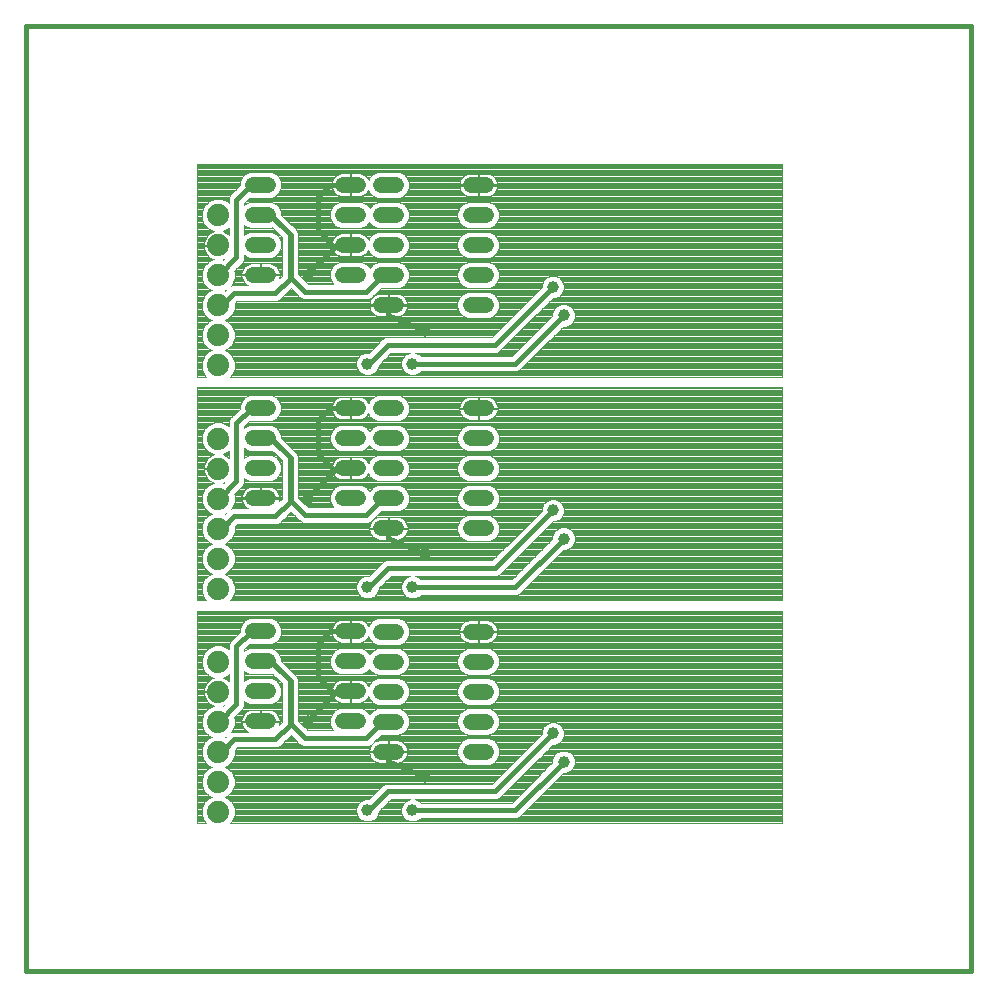
<source format=gbl>
G75*
%MOIN*%
%OFA0B0*%
%FSLAX25Y25*%
%IPPOS*%
%LPD*%
%AMOC8*
5,1,8,0,0,1.08239X$1,22.5*
%
%ADD10C,0.01600*%
%ADD11C,0.05200*%
%ADD12C,0.07400*%
%ADD13C,0.03962*%
%ADD14C,0.00394*%
D10*
X0023079Y0013236D02*
X0338039Y0013236D01*
X0338039Y0328197D01*
X0023079Y0328197D01*
X0023079Y0013236D01*
X0087094Y0086268D02*
X0088236Y0086268D01*
X0092370Y0090402D01*
X0106150Y0090402D01*
X0110874Y0095126D01*
X0110874Y0110087D01*
X0104575Y0116386D01*
X0101268Y0116386D01*
X0101189Y0116465D01*
X0104496Y0116465D01*
X0111268Y0109693D01*
X0111268Y0095520D01*
X0115992Y0090795D01*
X0136465Y0090795D01*
X0140795Y0095126D01*
X0142606Y0095126D01*
X0143827Y0096346D01*
X0143827Y0086346D02*
X0143827Y0083039D01*
X0156150Y0077803D01*
X0151819Y0066780D02*
X0186071Y0066780D01*
X0202213Y0082921D01*
X0198669Y0092370D02*
X0179378Y0073079D01*
X0143551Y0073079D01*
X0137252Y0066780D01*
X0136858Y0066780D01*
X0117016Y0096465D02*
X0117016Y0096937D01*
X0126228Y0106150D01*
X0128906Y0106150D01*
X0131189Y0106465D01*
X0126228Y0106150D02*
X0125441Y0106150D01*
X0120323Y0111268D01*
X0120323Y0122291D01*
X0124496Y0126465D01*
X0131189Y0126465D01*
X0136858Y0141189D02*
X0137252Y0141189D01*
X0143551Y0147488D01*
X0179378Y0147488D01*
X0198669Y0166780D01*
X0202213Y0157331D02*
X0186071Y0141189D01*
X0151819Y0141189D01*
X0156150Y0152213D02*
X0143827Y0157449D01*
X0143827Y0160756D01*
X0136465Y0165205D02*
X0140795Y0169535D01*
X0142606Y0169535D01*
X0143827Y0170756D01*
X0136465Y0165205D02*
X0115992Y0165205D01*
X0111268Y0169929D01*
X0111268Y0184102D01*
X0104496Y0190874D01*
X0101189Y0190874D01*
X0101268Y0190795D01*
X0104575Y0190795D01*
X0110874Y0184496D01*
X0110874Y0169535D01*
X0106150Y0164811D01*
X0092370Y0164811D01*
X0088236Y0160677D01*
X0087094Y0160677D01*
X0087094Y0170677D02*
X0087213Y0170677D01*
X0093157Y0176622D01*
X0093157Y0195913D01*
X0097882Y0200638D01*
X0100953Y0200638D01*
X0101189Y0200874D01*
X0120323Y0196701D02*
X0120323Y0185677D01*
X0125441Y0180559D01*
X0126228Y0180559D01*
X0117016Y0171346D01*
X0117016Y0170874D01*
X0126228Y0180559D02*
X0128906Y0180559D01*
X0131189Y0180874D01*
X0120323Y0196701D02*
X0124496Y0200874D01*
X0131189Y0200874D01*
X0136858Y0215598D02*
X0137252Y0215598D01*
X0143551Y0221898D01*
X0179378Y0221898D01*
X0198669Y0241189D01*
X0202213Y0231740D02*
X0186071Y0215598D01*
X0151819Y0215598D01*
X0156150Y0226622D02*
X0143827Y0231858D01*
X0143827Y0235165D01*
X0136465Y0239614D02*
X0140795Y0243945D01*
X0142606Y0243945D01*
X0143827Y0245165D01*
X0136465Y0239614D02*
X0115992Y0239614D01*
X0111268Y0244339D01*
X0111268Y0258512D01*
X0104496Y0265283D01*
X0101189Y0265283D01*
X0101268Y0265205D01*
X0104575Y0265205D01*
X0110874Y0258906D01*
X0110874Y0243945D01*
X0106150Y0239220D01*
X0092370Y0239220D01*
X0088236Y0235087D01*
X0087094Y0235087D01*
X0087094Y0245087D02*
X0087213Y0245087D01*
X0093157Y0251031D01*
X0093157Y0270323D01*
X0097882Y0275047D01*
X0100953Y0275047D01*
X0101189Y0275283D01*
X0120323Y0271110D02*
X0120323Y0260087D01*
X0125441Y0254969D01*
X0126228Y0254969D01*
X0117016Y0245756D01*
X0117016Y0245283D01*
X0126228Y0254969D02*
X0128906Y0254969D01*
X0131189Y0255283D01*
X0120323Y0271110D02*
X0124496Y0275283D01*
X0131189Y0275283D01*
X0101189Y0126465D02*
X0100953Y0126228D01*
X0097882Y0126228D01*
X0093157Y0121504D01*
X0093157Y0102213D01*
X0087213Y0096268D01*
X0087094Y0096268D01*
D11*
X0098589Y0096465D02*
X0103789Y0096465D01*
X0103789Y0106465D02*
X0098589Y0106465D01*
X0098589Y0116465D02*
X0103789Y0116465D01*
X0103789Y0126465D02*
X0098589Y0126465D01*
X0128589Y0126465D02*
X0133789Y0126465D01*
X0141227Y0126346D02*
X0146427Y0126346D01*
X0146427Y0116346D02*
X0141227Y0116346D01*
X0133789Y0116465D02*
X0128589Y0116465D01*
X0128589Y0106465D02*
X0133789Y0106465D01*
X0141227Y0106346D02*
X0146427Y0106346D01*
X0146427Y0096346D02*
X0141227Y0096346D01*
X0133789Y0096465D02*
X0128589Y0096465D01*
X0141227Y0086346D02*
X0146427Y0086346D01*
X0171227Y0086346D02*
X0176427Y0086346D01*
X0176427Y0096346D02*
X0171227Y0096346D01*
X0171227Y0106346D02*
X0176427Y0106346D01*
X0176427Y0116346D02*
X0171227Y0116346D01*
X0171227Y0126346D02*
X0176427Y0126346D01*
X0176427Y0160756D02*
X0171227Y0160756D01*
X0171227Y0170756D02*
X0176427Y0170756D01*
X0176427Y0180756D02*
X0171227Y0180756D01*
X0171227Y0190756D02*
X0176427Y0190756D01*
X0176427Y0200756D02*
X0171227Y0200756D01*
X0146427Y0200756D02*
X0141227Y0200756D01*
X0133789Y0200874D02*
X0128589Y0200874D01*
X0128589Y0190874D02*
X0133789Y0190874D01*
X0141227Y0190756D02*
X0146427Y0190756D01*
X0146427Y0180756D02*
X0141227Y0180756D01*
X0133789Y0180874D02*
X0128589Y0180874D01*
X0128589Y0170874D02*
X0133789Y0170874D01*
X0141227Y0170756D02*
X0146427Y0170756D01*
X0146427Y0160756D02*
X0141227Y0160756D01*
X0103789Y0170874D02*
X0098589Y0170874D01*
X0098589Y0180874D02*
X0103789Y0180874D01*
X0103789Y0190874D02*
X0098589Y0190874D01*
X0098589Y0200874D02*
X0103789Y0200874D01*
X0141227Y0235165D02*
X0146427Y0235165D01*
X0146427Y0245165D02*
X0141227Y0245165D01*
X0133789Y0245283D02*
X0128589Y0245283D01*
X0128589Y0255283D02*
X0133789Y0255283D01*
X0141227Y0255165D02*
X0146427Y0255165D01*
X0146427Y0265165D02*
X0141227Y0265165D01*
X0133789Y0265283D02*
X0128589Y0265283D01*
X0128589Y0275283D02*
X0133789Y0275283D01*
X0141227Y0275165D02*
X0146427Y0275165D01*
X0171227Y0275165D02*
X0176427Y0275165D01*
X0176427Y0265165D02*
X0171227Y0265165D01*
X0171227Y0255165D02*
X0176427Y0255165D01*
X0176427Y0245165D02*
X0171227Y0245165D01*
X0171227Y0235165D02*
X0176427Y0235165D01*
X0103789Y0245283D02*
X0098589Y0245283D01*
X0098589Y0255283D02*
X0103789Y0255283D01*
X0103789Y0265283D02*
X0098589Y0265283D01*
X0098589Y0275283D02*
X0103789Y0275283D01*
D12*
X0087094Y0265087D03*
X0087094Y0255087D03*
X0087094Y0245087D03*
X0087094Y0235087D03*
X0087094Y0225087D03*
X0087094Y0215087D03*
X0087094Y0190677D03*
X0087094Y0180677D03*
X0087094Y0170677D03*
X0087094Y0160677D03*
X0087094Y0150677D03*
X0087094Y0140677D03*
X0087094Y0116268D03*
X0087094Y0106268D03*
X0087094Y0096268D03*
X0087094Y0086268D03*
X0087094Y0076268D03*
X0087094Y0066268D03*
D13*
X0117016Y0096465D03*
X0136858Y0066780D03*
X0151819Y0066780D03*
X0156150Y0077803D03*
X0198669Y0092370D03*
X0202213Y0082921D03*
X0151819Y0141189D03*
X0156150Y0152213D03*
X0136858Y0141189D03*
X0117016Y0170874D03*
X0136858Y0215598D03*
X0151819Y0215598D03*
X0156150Y0226622D03*
X0117016Y0245283D03*
X0198669Y0241189D03*
X0202213Y0231740D03*
X0198669Y0166780D03*
X0202213Y0157331D03*
D14*
X0205688Y0158747D02*
X0275047Y0158747D01*
X0275047Y0159139D02*
X0205525Y0159139D01*
X0205394Y0159456D02*
X0204338Y0160512D01*
X0202959Y0161083D01*
X0201466Y0161083D01*
X0200087Y0160512D01*
X0199031Y0159456D01*
X0198460Y0158077D01*
X0198460Y0157215D01*
X0185006Y0143761D01*
X0154554Y0143761D01*
X0153945Y0144370D01*
X0152626Y0144917D01*
X0179889Y0144917D01*
X0180835Y0145308D01*
X0198553Y0163027D01*
X0199416Y0163027D01*
X0200795Y0163598D01*
X0201851Y0164654D01*
X0202422Y0166033D01*
X0202422Y0167526D01*
X0201851Y0168905D01*
X0200795Y0169961D01*
X0199416Y0170532D01*
X0197923Y0170532D01*
X0196544Y0169961D01*
X0195488Y0168905D01*
X0194917Y0167526D01*
X0194917Y0166664D01*
X0178313Y0150060D01*
X0143040Y0150060D01*
X0142094Y0149668D01*
X0141371Y0148945D01*
X0137368Y0144942D01*
X0136112Y0144942D01*
X0134732Y0144370D01*
X0133677Y0143315D01*
X0133106Y0141935D01*
X0133106Y0140442D01*
X0133677Y0139063D01*
X0134732Y0138008D01*
X0136112Y0137436D01*
X0137605Y0137436D01*
X0138984Y0138008D01*
X0140040Y0139063D01*
X0140611Y0140442D01*
X0140611Y0140911D01*
X0144616Y0144917D01*
X0151012Y0144917D01*
X0149693Y0144370D01*
X0148637Y0143315D01*
X0148066Y0141935D01*
X0148066Y0140442D01*
X0148637Y0139063D01*
X0149693Y0138008D01*
X0151072Y0137436D01*
X0152565Y0137436D01*
X0153945Y0138008D01*
X0154554Y0138617D01*
X0186582Y0138617D01*
X0187528Y0139009D01*
X0202097Y0153578D01*
X0202959Y0153578D01*
X0204338Y0154149D01*
X0205394Y0155205D01*
X0205965Y0156584D01*
X0205965Y0158077D01*
X0205394Y0159456D01*
X0205319Y0159531D02*
X0275047Y0159531D01*
X0275047Y0159924D02*
X0204927Y0159924D01*
X0204535Y0160316D02*
X0275047Y0160316D01*
X0275047Y0160708D02*
X0203866Y0160708D01*
X0205850Y0158355D02*
X0275047Y0158355D01*
X0275047Y0157962D02*
X0205965Y0157962D01*
X0205965Y0157570D02*
X0275047Y0157570D01*
X0275047Y0157178D02*
X0205965Y0157178D01*
X0205965Y0156786D02*
X0275047Y0156786D01*
X0275047Y0156394D02*
X0205886Y0156394D01*
X0205724Y0156001D02*
X0275047Y0156001D01*
X0275047Y0155609D02*
X0205561Y0155609D01*
X0205399Y0155217D02*
X0275047Y0155217D01*
X0275047Y0154825D02*
X0205014Y0154825D01*
X0204622Y0154433D02*
X0275047Y0154433D01*
X0275047Y0154040D02*
X0204075Y0154040D01*
X0203129Y0153648D02*
X0275047Y0153648D01*
X0275047Y0153256D02*
X0201775Y0153256D01*
X0201382Y0152864D02*
X0275047Y0152864D01*
X0275047Y0152472D02*
X0200990Y0152472D01*
X0200598Y0152079D02*
X0275047Y0152079D01*
X0275047Y0151687D02*
X0200206Y0151687D01*
X0199814Y0151295D02*
X0275047Y0151295D01*
X0275047Y0150903D02*
X0199421Y0150903D01*
X0199029Y0150510D02*
X0275047Y0150510D01*
X0275047Y0150118D02*
X0198637Y0150118D01*
X0198245Y0149726D02*
X0275047Y0149726D01*
X0275047Y0149334D02*
X0197853Y0149334D01*
X0197460Y0148942D02*
X0275047Y0148942D01*
X0275047Y0148549D02*
X0197068Y0148549D01*
X0196676Y0148157D02*
X0275047Y0148157D01*
X0275047Y0147765D02*
X0196284Y0147765D01*
X0195892Y0147373D02*
X0275047Y0147373D01*
X0275047Y0146981D02*
X0195499Y0146981D01*
X0195107Y0146588D02*
X0275047Y0146588D01*
X0275047Y0146196D02*
X0194715Y0146196D01*
X0194323Y0145804D02*
X0275047Y0145804D01*
X0275047Y0145412D02*
X0193930Y0145412D01*
X0193538Y0145019D02*
X0275047Y0145019D01*
X0275047Y0144627D02*
X0193146Y0144627D01*
X0192754Y0144235D02*
X0275047Y0144235D01*
X0275047Y0143843D02*
X0192362Y0143843D01*
X0191969Y0143451D02*
X0275047Y0143451D01*
X0275047Y0143058D02*
X0191577Y0143058D01*
X0191185Y0142666D02*
X0275047Y0142666D01*
X0275047Y0142274D02*
X0190793Y0142274D01*
X0190401Y0141882D02*
X0275047Y0141882D01*
X0275047Y0141490D02*
X0190008Y0141490D01*
X0189616Y0141097D02*
X0275047Y0141097D01*
X0275047Y0140705D02*
X0189224Y0140705D01*
X0188832Y0140313D02*
X0275047Y0140313D01*
X0275047Y0139921D02*
X0188439Y0139921D01*
X0188047Y0139529D02*
X0275047Y0139529D01*
X0275047Y0139136D02*
X0187655Y0139136D01*
X0186888Y0138744D02*
X0275047Y0138744D01*
X0275047Y0138352D02*
X0154289Y0138352D01*
X0153829Y0137960D02*
X0275047Y0137960D01*
X0275047Y0137567D02*
X0152882Y0137567D01*
X0150756Y0137567D02*
X0137922Y0137567D01*
X0138868Y0137960D02*
X0149809Y0137960D01*
X0149349Y0138352D02*
X0139328Y0138352D01*
X0139721Y0138744D02*
X0148957Y0138744D01*
X0148607Y0139136D02*
X0140070Y0139136D01*
X0140232Y0139529D02*
X0148445Y0139529D01*
X0148282Y0139921D02*
X0140395Y0139921D01*
X0140557Y0140313D02*
X0148120Y0140313D01*
X0148066Y0140705D02*
X0140611Y0140705D01*
X0140797Y0141097D02*
X0148066Y0141097D01*
X0148066Y0141490D02*
X0141189Y0141490D01*
X0141582Y0141882D02*
X0148066Y0141882D01*
X0148206Y0142274D02*
X0141974Y0142274D01*
X0142366Y0142666D02*
X0148369Y0142666D01*
X0148531Y0143058D02*
X0142758Y0143058D01*
X0143150Y0143451D02*
X0148773Y0143451D01*
X0149166Y0143843D02*
X0143543Y0143843D01*
X0143935Y0144235D02*
X0149558Y0144235D01*
X0150313Y0144627D02*
X0144327Y0144627D01*
X0140583Y0148157D02*
X0091973Y0148157D01*
X0091811Y0147765D02*
X0140191Y0147765D01*
X0139799Y0147373D02*
X0091528Y0147373D01*
X0091733Y0147578D02*
X0092566Y0149589D01*
X0092566Y0151766D01*
X0091733Y0153777D01*
X0090194Y0155316D01*
X0089321Y0155677D01*
X0090194Y0156039D01*
X0091733Y0157578D01*
X0092566Y0159589D01*
X0092566Y0161370D01*
X0093435Y0162239D01*
X0106661Y0162239D01*
X0107606Y0162631D01*
X0111268Y0166292D01*
X0113812Y0163748D01*
X0114535Y0163025D01*
X0115481Y0162633D01*
X0136976Y0162633D01*
X0137921Y0163025D01*
X0141281Y0166384D01*
X0147296Y0166384D01*
X0148903Y0167050D01*
X0150133Y0168280D01*
X0150798Y0169886D01*
X0150798Y0171625D01*
X0150133Y0173232D01*
X0148903Y0174462D01*
X0147296Y0175128D01*
X0140357Y0175128D01*
X0138750Y0174462D01*
X0137537Y0173249D01*
X0137495Y0173350D01*
X0136265Y0174580D01*
X0134659Y0175246D01*
X0127719Y0175246D01*
X0126113Y0174580D01*
X0124883Y0173350D01*
X0124217Y0171744D01*
X0124217Y0170004D01*
X0124883Y0168398D01*
X0125504Y0167776D01*
X0117057Y0167776D01*
X0113839Y0170994D01*
X0113839Y0184614D01*
X0113448Y0185559D01*
X0112724Y0186282D01*
X0108161Y0190846D01*
X0108161Y0191744D01*
X0107495Y0193350D01*
X0106265Y0194580D01*
X0104659Y0195246D01*
X0097719Y0195246D01*
X0096113Y0194580D01*
X0095729Y0194197D01*
X0095729Y0194848D01*
X0097482Y0196601D01*
X0097719Y0196502D01*
X0104659Y0196502D01*
X0106265Y0197168D01*
X0107495Y0198398D01*
X0108161Y0200004D01*
X0108161Y0201744D01*
X0107495Y0203350D01*
X0106265Y0204580D01*
X0104659Y0205246D01*
X0097719Y0205246D01*
X0096113Y0204580D01*
X0094883Y0203350D01*
X0094217Y0201744D01*
X0094217Y0200610D01*
X0090977Y0197370D01*
X0090586Y0196425D01*
X0090586Y0194924D01*
X0090194Y0195316D01*
X0088183Y0196149D01*
X0086006Y0196149D01*
X0083995Y0195316D01*
X0082456Y0193777D01*
X0081623Y0191766D01*
X0081623Y0189589D01*
X0082456Y0187578D01*
X0083995Y0186039D01*
X0085645Y0185355D01*
X0085215Y0185215D01*
X0084528Y0184865D01*
X0083904Y0184412D01*
X0083359Y0183867D01*
X0082906Y0183244D01*
X0082556Y0182557D01*
X0082318Y0181824D01*
X0082198Y0181063D01*
X0082198Y0180874D01*
X0086898Y0180874D01*
X0086898Y0180480D01*
X0082198Y0180480D01*
X0082198Y0180292D01*
X0082318Y0179530D01*
X0082556Y0178797D01*
X0082906Y0178111D01*
X0083359Y0177487D01*
X0083904Y0176942D01*
X0084528Y0176489D01*
X0085215Y0176139D01*
X0085645Y0175999D01*
X0083995Y0175316D01*
X0082456Y0173777D01*
X0081623Y0171766D01*
X0081623Y0169589D01*
X0082456Y0167578D01*
X0083995Y0166039D01*
X0084867Y0165677D01*
X0083995Y0165316D01*
X0082456Y0163777D01*
X0081623Y0161766D01*
X0081623Y0159589D01*
X0082456Y0157578D01*
X0083995Y0156039D01*
X0084867Y0155677D01*
X0083995Y0155316D01*
X0082456Y0153777D01*
X0081623Y0151766D01*
X0081623Y0149589D01*
X0082456Y0147578D01*
X0083995Y0146039D01*
X0084867Y0145677D01*
X0083995Y0145316D01*
X0082456Y0143777D01*
X0081623Y0141766D01*
X0081623Y0139589D01*
X0082456Y0137578D01*
X0083175Y0136858D01*
X0080165Y0136858D01*
X0080165Y0207724D01*
X0275047Y0207724D01*
X0275047Y0136858D01*
X0091014Y0136858D01*
X0091733Y0137578D01*
X0092566Y0139589D01*
X0092566Y0141766D01*
X0091733Y0143777D01*
X0090194Y0145316D01*
X0089321Y0145677D01*
X0090194Y0146039D01*
X0091733Y0147578D01*
X0091136Y0146981D02*
X0139407Y0146981D01*
X0139014Y0146588D02*
X0090744Y0146588D01*
X0090352Y0146196D02*
X0138622Y0146196D01*
X0138230Y0145804D02*
X0089627Y0145804D01*
X0089962Y0145412D02*
X0137838Y0145412D01*
X0137446Y0145019D02*
X0090490Y0145019D01*
X0090882Y0144627D02*
X0135353Y0144627D01*
X0134597Y0144235D02*
X0091275Y0144235D01*
X0091667Y0143843D02*
X0134205Y0143843D01*
X0133813Y0143451D02*
X0091868Y0143451D01*
X0092031Y0143058D02*
X0133571Y0143058D01*
X0133408Y0142666D02*
X0092193Y0142666D01*
X0092356Y0142274D02*
X0133246Y0142274D01*
X0133106Y0141882D02*
X0092518Y0141882D01*
X0092566Y0141490D02*
X0133106Y0141490D01*
X0133106Y0141097D02*
X0092566Y0141097D01*
X0092566Y0140705D02*
X0133106Y0140705D01*
X0133159Y0140313D02*
X0092566Y0140313D01*
X0092566Y0139921D02*
X0133322Y0139921D01*
X0133484Y0139529D02*
X0092541Y0139529D01*
X0092379Y0139136D02*
X0133647Y0139136D01*
X0133996Y0138744D02*
X0092216Y0138744D01*
X0092054Y0138352D02*
X0134388Y0138352D01*
X0134848Y0137960D02*
X0091891Y0137960D01*
X0091723Y0137567D02*
X0135795Y0137567D01*
X0134163Y0130261D02*
X0131386Y0130261D01*
X0131386Y0126661D01*
X0130992Y0126661D01*
X0130992Y0126268D01*
X0124792Y0126268D01*
X0124792Y0126091D01*
X0124938Y0125357D01*
X0125224Y0124666D01*
X0125640Y0124044D01*
X0126169Y0123515D01*
X0126790Y0123100D01*
X0127481Y0122814D01*
X0128215Y0122668D01*
X0130992Y0122668D01*
X0130992Y0126268D01*
X0131386Y0126268D01*
X0131386Y0122668D01*
X0134163Y0122668D01*
X0134896Y0122814D01*
X0135587Y0123100D01*
X0136209Y0123515D01*
X0136738Y0124044D01*
X0137154Y0124666D01*
X0137172Y0124711D01*
X0137521Y0123870D01*
X0138750Y0122640D01*
X0140357Y0121975D01*
X0147296Y0121975D01*
X0148903Y0122640D01*
X0150133Y0123870D01*
X0150798Y0125477D01*
X0150798Y0127216D01*
X0150133Y0128823D01*
X0148903Y0130053D01*
X0147296Y0130718D01*
X0140357Y0130718D01*
X0138750Y0130053D01*
X0137521Y0128823D01*
X0137221Y0128100D01*
X0137154Y0128263D01*
X0136738Y0128885D01*
X0136209Y0129414D01*
X0135587Y0129829D01*
X0134896Y0130115D01*
X0134163Y0130261D01*
X0134897Y0130115D02*
X0138902Y0130115D01*
X0138421Y0129723D02*
X0135746Y0129723D01*
X0136292Y0129331D02*
X0138029Y0129331D01*
X0137637Y0128939D02*
X0136684Y0128939D01*
X0136964Y0128547D02*
X0137406Y0128547D01*
X0137244Y0128154D02*
X0137199Y0128154D01*
X0137126Y0124624D02*
X0137208Y0124624D01*
X0137371Y0124232D02*
X0136864Y0124232D01*
X0136534Y0123840D02*
X0137551Y0123840D01*
X0137943Y0123448D02*
X0136108Y0123448D01*
X0135481Y0123056D02*
X0138335Y0123056D01*
X0138727Y0122663D02*
X0106036Y0122663D01*
X0106265Y0122758D02*
X0107495Y0123988D01*
X0108161Y0125595D01*
X0108161Y0127334D01*
X0107495Y0128941D01*
X0106265Y0130171D01*
X0104659Y0130836D01*
X0097719Y0130836D01*
X0096113Y0130171D01*
X0094883Y0128941D01*
X0094217Y0127334D01*
X0094217Y0126201D01*
X0090977Y0122961D01*
X0090586Y0122015D01*
X0090586Y0120514D01*
X0090194Y0120906D01*
X0088183Y0121739D01*
X0086006Y0121739D01*
X0083995Y0120906D01*
X0082456Y0119367D01*
X0081623Y0117356D01*
X0081623Y0115179D01*
X0082456Y0113168D01*
X0083995Y0111629D01*
X0085645Y0110946D01*
X0085215Y0110806D01*
X0084528Y0110456D01*
X0083904Y0110003D01*
X0083359Y0109458D01*
X0082906Y0108834D01*
X0082556Y0108147D01*
X0082318Y0107414D01*
X0082198Y0106653D01*
X0082198Y0106465D01*
X0086898Y0106465D01*
X0086898Y0106071D01*
X0082198Y0106071D01*
X0082198Y0105882D01*
X0082318Y0105121D01*
X0082556Y0104388D01*
X0082906Y0103701D01*
X0083359Y0103078D01*
X0083904Y0102533D01*
X0084528Y0102080D01*
X0085215Y0101730D01*
X0085645Y0101590D01*
X0083995Y0100906D01*
X0082456Y0099367D01*
X0081623Y0097356D01*
X0081623Y0095179D01*
X0082456Y0093168D01*
X0083995Y0091629D01*
X0084867Y0091268D01*
X0083995Y0090906D01*
X0082456Y0089367D01*
X0081623Y0087356D01*
X0081623Y0085179D01*
X0082456Y0083168D01*
X0083995Y0081629D01*
X0084867Y0081268D01*
X0083995Y0080906D01*
X0082456Y0079367D01*
X0081623Y0077356D01*
X0081623Y0075179D01*
X0082456Y0073168D01*
X0083995Y0071629D01*
X0084867Y0071268D01*
X0083995Y0070906D01*
X0082456Y0069367D01*
X0081623Y0067356D01*
X0081623Y0065179D01*
X0082456Y0063168D01*
X0083175Y0062449D01*
X0080165Y0062449D01*
X0080165Y0133315D01*
X0275047Y0133315D01*
X0275047Y0062449D01*
X0091014Y0062449D01*
X0091733Y0063168D01*
X0092566Y0065179D01*
X0092566Y0067356D01*
X0091733Y0069367D01*
X0090194Y0070906D01*
X0089322Y0071268D01*
X0090194Y0071629D01*
X0091733Y0073168D01*
X0092566Y0075179D01*
X0092566Y0077356D01*
X0091733Y0079367D01*
X0090194Y0080906D01*
X0089322Y0081268D01*
X0090194Y0081629D01*
X0091733Y0083168D01*
X0092566Y0085179D01*
X0092566Y0086961D01*
X0093435Y0087830D01*
X0106661Y0087830D01*
X0107606Y0088221D01*
X0111268Y0091883D01*
X0113812Y0089339D01*
X0114535Y0088615D01*
X0115481Y0088224D01*
X0136976Y0088224D01*
X0137921Y0088615D01*
X0141281Y0091975D01*
X0147296Y0091975D01*
X0148903Y0092640D01*
X0150133Y0093870D01*
X0150798Y0095477D01*
X0150798Y0097216D01*
X0150133Y0098823D01*
X0148903Y0100053D01*
X0147296Y0100718D01*
X0140357Y0100718D01*
X0138750Y0100053D01*
X0137537Y0098839D01*
X0137495Y0098941D01*
X0136265Y0100171D01*
X0134659Y0100836D01*
X0127719Y0100836D01*
X0126113Y0100171D01*
X0124883Y0098941D01*
X0124217Y0097334D01*
X0124217Y0095595D01*
X0124883Y0093988D01*
X0125504Y0093367D01*
X0117057Y0093367D01*
X0113839Y0096585D01*
X0113839Y0110204D01*
X0113448Y0111150D01*
X0112724Y0111873D01*
X0108161Y0116437D01*
X0108161Y0117334D01*
X0107495Y0118941D01*
X0106265Y0120171D01*
X0104659Y0120836D01*
X0097719Y0120836D01*
X0096113Y0120171D01*
X0095729Y0119787D01*
X0095729Y0120439D01*
X0097482Y0122191D01*
X0097719Y0122093D01*
X0104659Y0122093D01*
X0106265Y0122758D01*
X0106562Y0123056D02*
X0126897Y0123056D01*
X0126270Y0123448D02*
X0106955Y0123448D01*
X0107347Y0123840D02*
X0125844Y0123840D01*
X0125514Y0124232D02*
X0107596Y0124232D01*
X0107759Y0124624D02*
X0125252Y0124624D01*
X0125079Y0125017D02*
X0107921Y0125017D01*
X0108084Y0125409D02*
X0124928Y0125409D01*
X0124850Y0125801D02*
X0108161Y0125801D01*
X0108161Y0126193D02*
X0124792Y0126193D01*
X0124792Y0126661D02*
X0130992Y0126661D01*
X0130992Y0130261D01*
X0128215Y0130261D01*
X0127481Y0130115D01*
X0106321Y0130115D01*
X0106713Y0129723D02*
X0126632Y0129723D01*
X0126790Y0129829D02*
X0126169Y0129414D01*
X0125640Y0128885D01*
X0125224Y0128263D01*
X0124938Y0127572D01*
X0124792Y0126839D01*
X0124792Y0126661D01*
X0124820Y0126978D02*
X0108161Y0126978D01*
X0108146Y0127370D02*
X0124898Y0127370D01*
X0125017Y0127762D02*
X0107983Y0127762D01*
X0107821Y0128154D02*
X0125179Y0128154D01*
X0125414Y0128547D02*
X0107658Y0128547D01*
X0107496Y0128939D02*
X0125694Y0128939D01*
X0126086Y0129331D02*
X0107105Y0129331D01*
X0105452Y0130508D02*
X0139849Y0130508D01*
X0147804Y0130508D02*
X0275047Y0130508D01*
X0275047Y0130900D02*
X0080165Y0130900D01*
X0080165Y0131292D02*
X0275047Y0131292D01*
X0275047Y0131684D02*
X0080165Y0131684D01*
X0080165Y0132076D02*
X0275047Y0132076D01*
X0275047Y0132469D02*
X0080165Y0132469D01*
X0080165Y0132861D02*
X0275047Y0132861D01*
X0275047Y0133253D02*
X0080165Y0133253D01*
X0080165Y0130508D02*
X0096926Y0130508D01*
X0096057Y0130115D02*
X0080165Y0130115D01*
X0080165Y0129723D02*
X0095665Y0129723D01*
X0095273Y0129331D02*
X0080165Y0129331D01*
X0080165Y0128939D02*
X0094882Y0128939D01*
X0094720Y0128547D02*
X0080165Y0128547D01*
X0080165Y0128154D02*
X0094557Y0128154D01*
X0094395Y0127762D02*
X0080165Y0127762D01*
X0080165Y0127370D02*
X0094232Y0127370D01*
X0094217Y0126978D02*
X0080165Y0126978D01*
X0080165Y0126586D02*
X0094217Y0126586D01*
X0094210Y0126193D02*
X0080165Y0126193D01*
X0080165Y0125801D02*
X0093818Y0125801D01*
X0093426Y0125409D02*
X0080165Y0125409D01*
X0080165Y0125017D02*
X0093033Y0125017D01*
X0092641Y0124624D02*
X0080165Y0124624D01*
X0080165Y0124232D02*
X0092249Y0124232D01*
X0091857Y0123840D02*
X0080165Y0123840D01*
X0080165Y0123448D02*
X0091465Y0123448D01*
X0091072Y0123056D02*
X0080165Y0123056D01*
X0080165Y0122663D02*
X0090854Y0122663D01*
X0090692Y0122271D02*
X0080165Y0122271D01*
X0080165Y0121879D02*
X0090586Y0121879D01*
X0090586Y0121487D02*
X0088793Y0121487D01*
X0089740Y0121095D02*
X0090586Y0121095D01*
X0090586Y0120702D02*
X0090398Y0120702D01*
X0085396Y0121487D02*
X0080165Y0121487D01*
X0080165Y0121095D02*
X0084449Y0121095D01*
X0083791Y0120702D02*
X0080165Y0120702D01*
X0080165Y0120310D02*
X0083399Y0120310D01*
X0083007Y0119918D02*
X0080165Y0119918D01*
X0080165Y0119526D02*
X0082614Y0119526D01*
X0082359Y0119133D02*
X0080165Y0119133D01*
X0080165Y0118741D02*
X0082197Y0118741D01*
X0082034Y0118349D02*
X0080165Y0118349D01*
X0080165Y0117957D02*
X0081872Y0117957D01*
X0081709Y0117565D02*
X0080165Y0117565D01*
X0080165Y0117172D02*
X0081623Y0117172D01*
X0081623Y0116780D02*
X0080165Y0116780D01*
X0080165Y0116388D02*
X0081623Y0116388D01*
X0081623Y0115996D02*
X0080165Y0115996D01*
X0080165Y0115604D02*
X0081623Y0115604D01*
X0081623Y0115211D02*
X0080165Y0115211D01*
X0080165Y0114819D02*
X0081772Y0114819D01*
X0081934Y0114427D02*
X0080165Y0114427D01*
X0080165Y0114035D02*
X0082097Y0114035D01*
X0082259Y0113643D02*
X0080165Y0113643D01*
X0080165Y0113250D02*
X0082422Y0113250D01*
X0082766Y0112858D02*
X0080165Y0112858D01*
X0080165Y0112466D02*
X0083158Y0112466D01*
X0083550Y0112074D02*
X0080165Y0112074D01*
X0080165Y0111681D02*
X0083943Y0111681D01*
X0084815Y0111289D02*
X0080165Y0111289D01*
X0080165Y0110897D02*
X0085496Y0110897D01*
X0084624Y0110505D02*
X0080165Y0110505D01*
X0080165Y0110113D02*
X0084056Y0110113D01*
X0083622Y0109720D02*
X0080165Y0109720D01*
X0080165Y0109328D02*
X0083265Y0109328D01*
X0082980Y0108936D02*
X0080165Y0108936D01*
X0080165Y0108544D02*
X0082758Y0108544D01*
X0082558Y0108152D02*
X0080165Y0108152D01*
X0080165Y0107759D02*
X0082430Y0107759D01*
X0082311Y0107367D02*
X0080165Y0107367D01*
X0080165Y0106975D02*
X0082249Y0106975D01*
X0082198Y0106583D02*
X0080165Y0106583D01*
X0080165Y0106190D02*
X0086898Y0106190D01*
X0082480Y0104622D02*
X0080165Y0104622D01*
X0080165Y0105014D02*
X0082353Y0105014D01*
X0082273Y0105406D02*
X0080165Y0105406D01*
X0080165Y0105798D02*
X0082211Y0105798D01*
X0082637Y0104229D02*
X0080165Y0104229D01*
X0080165Y0103837D02*
X0082837Y0103837D01*
X0083092Y0103445D02*
X0080165Y0103445D01*
X0080165Y0103053D02*
X0083384Y0103053D01*
X0083776Y0102661D02*
X0080165Y0102661D01*
X0080165Y0102268D02*
X0084268Y0102268D01*
X0084927Y0101876D02*
X0080165Y0101876D01*
X0080165Y0101484D02*
X0085389Y0101484D01*
X0084443Y0101092D02*
X0080165Y0101092D01*
X0080165Y0100700D02*
X0083788Y0100700D01*
X0083396Y0100307D02*
X0080165Y0100307D01*
X0080165Y0099915D02*
X0083004Y0099915D01*
X0082612Y0099523D02*
X0080165Y0099523D01*
X0080165Y0099131D02*
X0082358Y0099131D01*
X0082195Y0098738D02*
X0080165Y0098738D01*
X0080165Y0098346D02*
X0082033Y0098346D01*
X0081871Y0097954D02*
X0080165Y0097954D01*
X0080165Y0097562D02*
X0081708Y0097562D01*
X0081623Y0097170D02*
X0080165Y0097170D01*
X0080165Y0096777D02*
X0081623Y0096777D01*
X0081623Y0096385D02*
X0080165Y0096385D01*
X0080165Y0095993D02*
X0081623Y0095993D01*
X0081623Y0095601D02*
X0080165Y0095601D01*
X0080165Y0095209D02*
X0081623Y0095209D01*
X0081773Y0094816D02*
X0080165Y0094816D01*
X0080165Y0094424D02*
X0081936Y0094424D01*
X0082098Y0094032D02*
X0080165Y0094032D01*
X0080165Y0093640D02*
X0082261Y0093640D01*
X0082423Y0093247D02*
X0080165Y0093247D01*
X0080165Y0092855D02*
X0082769Y0092855D01*
X0083161Y0092463D02*
X0080165Y0092463D01*
X0080165Y0092071D02*
X0083553Y0092071D01*
X0083945Y0091679D02*
X0080165Y0091679D01*
X0080165Y0091286D02*
X0084822Y0091286D01*
X0083983Y0090894D02*
X0080165Y0090894D01*
X0080165Y0090502D02*
X0083591Y0090502D01*
X0083198Y0090110D02*
X0080165Y0090110D01*
X0080165Y0089718D02*
X0082806Y0089718D01*
X0082439Y0089325D02*
X0080165Y0089325D01*
X0080165Y0088933D02*
X0082276Y0088933D01*
X0082114Y0088541D02*
X0080165Y0088541D01*
X0080165Y0088149D02*
X0081951Y0088149D01*
X0081789Y0087757D02*
X0080165Y0087757D01*
X0080165Y0087364D02*
X0081626Y0087364D01*
X0081623Y0086972D02*
X0080165Y0086972D01*
X0080165Y0086580D02*
X0081623Y0086580D01*
X0081623Y0086188D02*
X0080165Y0086188D01*
X0080165Y0085795D02*
X0081623Y0085795D01*
X0081623Y0085403D02*
X0080165Y0085403D01*
X0080165Y0085011D02*
X0081693Y0085011D01*
X0081855Y0084619D02*
X0080165Y0084619D01*
X0080165Y0084227D02*
X0082017Y0084227D01*
X0082180Y0083834D02*
X0080165Y0083834D01*
X0080165Y0083442D02*
X0082342Y0083442D01*
X0082574Y0083050D02*
X0080165Y0083050D01*
X0080165Y0082658D02*
X0082966Y0082658D01*
X0083359Y0082266D02*
X0080165Y0082266D01*
X0080165Y0081873D02*
X0083751Y0081873D01*
X0084352Y0081481D02*
X0080165Y0081481D01*
X0080165Y0081089D02*
X0084436Y0081089D01*
X0083785Y0080697D02*
X0080165Y0080697D01*
X0080165Y0080304D02*
X0083393Y0080304D01*
X0083001Y0079912D02*
X0080165Y0079912D01*
X0080165Y0079520D02*
X0082609Y0079520D01*
X0082357Y0079128D02*
X0080165Y0079128D01*
X0080165Y0078736D02*
X0082194Y0078736D01*
X0082032Y0078343D02*
X0080165Y0078343D01*
X0080165Y0077951D02*
X0081869Y0077951D01*
X0081707Y0077559D02*
X0080165Y0077559D01*
X0080165Y0077167D02*
X0081623Y0077167D01*
X0081623Y0076775D02*
X0080165Y0076775D01*
X0080165Y0076382D02*
X0081623Y0076382D01*
X0081623Y0075990D02*
X0080165Y0075990D01*
X0080165Y0075598D02*
X0081623Y0075598D01*
X0081623Y0075206D02*
X0080165Y0075206D01*
X0080165Y0074814D02*
X0081774Y0074814D01*
X0081937Y0074421D02*
X0080165Y0074421D01*
X0080165Y0074029D02*
X0082099Y0074029D01*
X0082262Y0073637D02*
X0080165Y0073637D01*
X0080165Y0073245D02*
X0082424Y0073245D01*
X0082772Y0072852D02*
X0080165Y0072852D01*
X0080165Y0072460D02*
X0083164Y0072460D01*
X0083556Y0072068D02*
X0080165Y0072068D01*
X0080165Y0071676D02*
X0083948Y0071676D01*
X0083980Y0070891D02*
X0080165Y0070891D01*
X0080165Y0070499D02*
X0083588Y0070499D01*
X0083196Y0070107D02*
X0080165Y0070107D01*
X0080165Y0069715D02*
X0082803Y0069715D01*
X0082437Y0069323D02*
X0080165Y0069323D01*
X0080165Y0068930D02*
X0082275Y0068930D01*
X0082112Y0068538D02*
X0080165Y0068538D01*
X0080165Y0068146D02*
X0081950Y0068146D01*
X0081788Y0067754D02*
X0080165Y0067754D01*
X0080165Y0067361D02*
X0081625Y0067361D01*
X0081623Y0066969D02*
X0080165Y0066969D01*
X0080165Y0066577D02*
X0081623Y0066577D01*
X0081623Y0066185D02*
X0080165Y0066185D01*
X0080165Y0065793D02*
X0081623Y0065793D01*
X0081623Y0065400D02*
X0080165Y0065400D01*
X0080165Y0065008D02*
X0081694Y0065008D01*
X0081856Y0064616D02*
X0080165Y0064616D01*
X0080165Y0064224D02*
X0082019Y0064224D01*
X0082181Y0063832D02*
X0080165Y0063832D01*
X0080165Y0063439D02*
X0082344Y0063439D01*
X0082577Y0063047D02*
X0080165Y0063047D01*
X0080165Y0062655D02*
X0082969Y0062655D01*
X0091220Y0062655D02*
X0275047Y0062655D01*
X0275047Y0063047D02*
X0152615Y0063047D01*
X0152565Y0063027D02*
X0153945Y0063598D01*
X0154554Y0064208D01*
X0186582Y0064208D01*
X0187528Y0064599D01*
X0202097Y0079169D01*
X0202959Y0079169D01*
X0204338Y0079740D01*
X0205394Y0080795D01*
X0205965Y0082175D01*
X0205965Y0083668D01*
X0205394Y0085047D01*
X0204338Y0086103D01*
X0202959Y0086674D01*
X0201466Y0086674D01*
X0200087Y0086103D01*
X0199031Y0085047D01*
X0198460Y0083668D01*
X0198460Y0082805D01*
X0185006Y0069351D01*
X0154554Y0069351D01*
X0153945Y0069961D01*
X0152626Y0070507D01*
X0179889Y0070507D01*
X0180835Y0070899D01*
X0198553Y0088617D01*
X0199416Y0088617D01*
X0200795Y0089189D01*
X0201851Y0090244D01*
X0202422Y0091624D01*
X0202422Y0093117D01*
X0201851Y0094496D01*
X0200795Y0095552D01*
X0199416Y0096123D01*
X0197923Y0096123D01*
X0196544Y0095552D01*
X0195488Y0094496D01*
X0194917Y0093117D01*
X0194917Y0092254D01*
X0178313Y0075650D01*
X0143040Y0075650D01*
X0142094Y0075259D01*
X0141371Y0074535D01*
X0137368Y0070532D01*
X0136112Y0070532D01*
X0134732Y0069961D01*
X0133677Y0068905D01*
X0133106Y0067526D01*
X0133106Y0066033D01*
X0133677Y0064654D01*
X0134732Y0063598D01*
X0136112Y0063027D01*
X0137605Y0063027D01*
X0138984Y0063598D01*
X0140040Y0064654D01*
X0140611Y0066033D01*
X0140611Y0066502D01*
X0144616Y0070507D01*
X0151012Y0070507D01*
X0149693Y0069961D01*
X0148637Y0068905D01*
X0148066Y0067526D01*
X0148066Y0066033D01*
X0148637Y0064654D01*
X0149693Y0063598D01*
X0151072Y0063027D01*
X0152565Y0063027D01*
X0153561Y0063439D02*
X0275047Y0063439D01*
X0275047Y0063832D02*
X0154178Y0063832D01*
X0151023Y0063047D02*
X0137654Y0063047D01*
X0138601Y0063439D02*
X0150076Y0063439D01*
X0149460Y0063832D02*
X0139218Y0063832D01*
X0139610Y0064224D02*
X0149067Y0064224D01*
X0148675Y0064616D02*
X0140002Y0064616D01*
X0140187Y0065008D02*
X0148491Y0065008D01*
X0148328Y0065400D02*
X0140349Y0065400D01*
X0140511Y0065793D02*
X0148166Y0065793D01*
X0148066Y0066185D02*
X0140611Y0066185D01*
X0140686Y0066577D02*
X0148066Y0066577D01*
X0148066Y0066969D02*
X0141079Y0066969D01*
X0141471Y0067361D02*
X0148066Y0067361D01*
X0148160Y0067754D02*
X0141863Y0067754D01*
X0142255Y0068146D02*
X0148323Y0068146D01*
X0148485Y0068538D02*
X0142647Y0068538D01*
X0143040Y0068930D02*
X0148663Y0068930D01*
X0149055Y0069323D02*
X0143432Y0069323D01*
X0143824Y0069715D02*
X0149447Y0069715D01*
X0150046Y0070107D02*
X0144216Y0070107D01*
X0144608Y0070499D02*
X0150993Y0070499D01*
X0152645Y0070499D02*
X0186154Y0070499D01*
X0186546Y0070891D02*
X0180817Y0070891D01*
X0181220Y0071284D02*
X0186938Y0071284D01*
X0187330Y0071676D02*
X0181612Y0071676D01*
X0182004Y0072068D02*
X0187723Y0072068D01*
X0188115Y0072460D02*
X0182396Y0072460D01*
X0182789Y0072852D02*
X0188507Y0072852D01*
X0188899Y0073245D02*
X0183181Y0073245D01*
X0183573Y0073637D02*
X0189291Y0073637D01*
X0189684Y0074029D02*
X0183965Y0074029D01*
X0184357Y0074421D02*
X0190076Y0074421D01*
X0190468Y0074814D02*
X0184750Y0074814D01*
X0185142Y0075206D02*
X0190860Y0075206D01*
X0191252Y0075598D02*
X0185534Y0075598D01*
X0185926Y0075990D02*
X0191645Y0075990D01*
X0192037Y0076382D02*
X0186318Y0076382D01*
X0186711Y0076775D02*
X0192429Y0076775D01*
X0192821Y0077167D02*
X0187103Y0077167D01*
X0187495Y0077559D02*
X0193213Y0077559D01*
X0193606Y0077951D02*
X0187887Y0077951D01*
X0188280Y0078343D02*
X0193998Y0078343D01*
X0194390Y0078736D02*
X0188672Y0078736D01*
X0189064Y0079128D02*
X0194782Y0079128D01*
X0195175Y0079520D02*
X0189456Y0079520D01*
X0189848Y0079912D02*
X0195567Y0079912D01*
X0195959Y0080304D02*
X0190241Y0080304D01*
X0190633Y0080697D02*
X0196351Y0080697D01*
X0196743Y0081089D02*
X0191025Y0081089D01*
X0191417Y0081481D02*
X0197136Y0081481D01*
X0197528Y0081873D02*
X0191809Y0081873D01*
X0192202Y0082266D02*
X0197920Y0082266D01*
X0198312Y0082658D02*
X0192594Y0082658D01*
X0192986Y0083050D02*
X0198460Y0083050D01*
X0198460Y0083442D02*
X0193378Y0083442D01*
X0193770Y0083834D02*
X0198529Y0083834D01*
X0198691Y0084227D02*
X0194163Y0084227D01*
X0194555Y0084619D02*
X0198854Y0084619D01*
X0199016Y0085011D02*
X0194947Y0085011D01*
X0195339Y0085403D02*
X0199387Y0085403D01*
X0199780Y0085795D02*
X0195732Y0085795D01*
X0196124Y0086188D02*
X0200292Y0086188D01*
X0201239Y0086580D02*
X0196516Y0086580D01*
X0196908Y0086972D02*
X0275047Y0086972D01*
X0275047Y0086580D02*
X0203186Y0086580D01*
X0204133Y0086188D02*
X0275047Y0086188D01*
X0275047Y0085795D02*
X0204646Y0085795D01*
X0205038Y0085403D02*
X0275047Y0085403D01*
X0275047Y0085011D02*
X0205409Y0085011D01*
X0205571Y0084619D02*
X0275047Y0084619D01*
X0275047Y0084227D02*
X0205734Y0084227D01*
X0205896Y0083834D02*
X0275047Y0083834D01*
X0275047Y0083442D02*
X0205965Y0083442D01*
X0205965Y0083050D02*
X0275047Y0083050D01*
X0275047Y0082658D02*
X0205965Y0082658D01*
X0205965Y0082266D02*
X0275047Y0082266D01*
X0275047Y0081873D02*
X0205840Y0081873D01*
X0205678Y0081481D02*
X0275047Y0081481D01*
X0275047Y0081089D02*
X0205516Y0081089D01*
X0205295Y0080697D02*
X0275047Y0080697D01*
X0275047Y0080304D02*
X0204903Y0080304D01*
X0204511Y0079912D02*
X0275047Y0079912D01*
X0275047Y0079520D02*
X0203808Y0079520D01*
X0202056Y0079128D02*
X0275047Y0079128D01*
X0275047Y0078736D02*
X0201664Y0078736D01*
X0201272Y0078343D02*
X0275047Y0078343D01*
X0275047Y0077951D02*
X0200879Y0077951D01*
X0200487Y0077559D02*
X0275047Y0077559D01*
X0275047Y0077167D02*
X0200095Y0077167D01*
X0199703Y0076775D02*
X0275047Y0076775D01*
X0275047Y0076382D02*
X0199311Y0076382D01*
X0198918Y0075990D02*
X0275047Y0075990D01*
X0275047Y0075598D02*
X0198526Y0075598D01*
X0198134Y0075206D02*
X0275047Y0075206D01*
X0275047Y0074814D02*
X0197742Y0074814D01*
X0197350Y0074421D02*
X0275047Y0074421D01*
X0275047Y0074029D02*
X0196957Y0074029D01*
X0196565Y0073637D02*
X0275047Y0073637D01*
X0275047Y0073245D02*
X0196173Y0073245D01*
X0195781Y0072852D02*
X0275047Y0072852D01*
X0275047Y0072460D02*
X0195388Y0072460D01*
X0194996Y0072068D02*
X0275047Y0072068D01*
X0275047Y0071676D02*
X0194604Y0071676D01*
X0194212Y0071284D02*
X0275047Y0071284D01*
X0275047Y0070891D02*
X0193820Y0070891D01*
X0193427Y0070499D02*
X0275047Y0070499D01*
X0275047Y0070107D02*
X0193035Y0070107D01*
X0192643Y0069715D02*
X0275047Y0069715D01*
X0275047Y0069323D02*
X0192251Y0069323D01*
X0191859Y0068930D02*
X0275047Y0068930D01*
X0275047Y0068538D02*
X0191466Y0068538D01*
X0191074Y0068146D02*
X0275047Y0068146D01*
X0275047Y0067754D02*
X0190682Y0067754D01*
X0190290Y0067361D02*
X0275047Y0067361D01*
X0275047Y0066969D02*
X0189897Y0066969D01*
X0189505Y0066577D02*
X0275047Y0066577D01*
X0275047Y0066185D02*
X0189113Y0066185D01*
X0188721Y0065793D02*
X0275047Y0065793D01*
X0275047Y0065400D02*
X0188329Y0065400D01*
X0187936Y0065008D02*
X0275047Y0065008D01*
X0275047Y0064616D02*
X0187544Y0064616D01*
X0186621Y0064224D02*
X0275047Y0064224D01*
X0275047Y0087364D02*
X0197300Y0087364D01*
X0197693Y0087757D02*
X0275047Y0087757D01*
X0275047Y0088149D02*
X0198085Y0088149D01*
X0198477Y0088541D02*
X0275047Y0088541D01*
X0275047Y0088933D02*
X0200178Y0088933D01*
X0200932Y0089325D02*
X0275047Y0089325D01*
X0275047Y0089718D02*
X0201324Y0089718D01*
X0201716Y0090110D02*
X0275047Y0090110D01*
X0275047Y0090502D02*
X0201957Y0090502D01*
X0202120Y0090894D02*
X0275047Y0090894D01*
X0275047Y0091286D02*
X0202282Y0091286D01*
X0202422Y0091679D02*
X0275047Y0091679D01*
X0275047Y0092071D02*
X0202422Y0092071D01*
X0202422Y0092463D02*
X0275047Y0092463D01*
X0275047Y0092855D02*
X0202422Y0092855D01*
X0202368Y0093247D02*
X0275047Y0093247D01*
X0275047Y0093640D02*
X0202205Y0093640D01*
X0202043Y0094032D02*
X0275047Y0094032D01*
X0275047Y0094424D02*
X0201880Y0094424D01*
X0201530Y0094816D02*
X0275047Y0094816D01*
X0275047Y0095209D02*
X0201138Y0095209D01*
X0200676Y0095601D02*
X0275047Y0095601D01*
X0275047Y0095993D02*
X0199729Y0095993D01*
X0197609Y0095993D02*
X0180798Y0095993D01*
X0180798Y0096385D02*
X0275047Y0096385D01*
X0275047Y0096777D02*
X0180798Y0096777D01*
X0180798Y0097170D02*
X0275047Y0097170D01*
X0275047Y0097562D02*
X0180655Y0097562D01*
X0180798Y0097216D02*
X0180133Y0098823D01*
X0178903Y0100053D01*
X0177296Y0100718D01*
X0170357Y0100718D01*
X0168750Y0100053D01*
X0167521Y0098823D01*
X0166855Y0097216D01*
X0166855Y0095477D01*
X0167521Y0093870D01*
X0168750Y0092640D01*
X0170357Y0091975D01*
X0177296Y0091975D01*
X0178903Y0092640D01*
X0180133Y0093870D01*
X0180798Y0095477D01*
X0180798Y0097216D01*
X0180493Y0097954D02*
X0275047Y0097954D01*
X0275047Y0098346D02*
X0180330Y0098346D01*
X0180168Y0098738D02*
X0275047Y0098738D01*
X0275047Y0099131D02*
X0179825Y0099131D01*
X0179433Y0099523D02*
X0275047Y0099523D01*
X0275047Y0099915D02*
X0179041Y0099915D01*
X0178288Y0100307D02*
X0275047Y0100307D01*
X0275047Y0100700D02*
X0177341Y0100700D01*
X0177296Y0101975D02*
X0178903Y0102640D01*
X0180133Y0103870D01*
X0180798Y0105477D01*
X0180798Y0107216D01*
X0180133Y0108823D01*
X0178903Y0110053D01*
X0177296Y0110718D01*
X0170357Y0110718D01*
X0168750Y0110053D01*
X0167521Y0108823D01*
X0166855Y0107216D01*
X0166855Y0105477D01*
X0167521Y0103870D01*
X0168750Y0102640D01*
X0170357Y0101975D01*
X0177296Y0101975D01*
X0178005Y0102268D02*
X0275047Y0102268D01*
X0275047Y0101876D02*
X0113839Y0101876D01*
X0113839Y0101484D02*
X0275047Y0101484D01*
X0275047Y0101092D02*
X0113839Y0101092D01*
X0113839Y0100700D02*
X0127389Y0100700D01*
X0126443Y0100307D02*
X0113839Y0100307D01*
X0113839Y0099915D02*
X0125857Y0099915D01*
X0125465Y0099523D02*
X0113839Y0099523D01*
X0113839Y0099131D02*
X0125073Y0099131D01*
X0124799Y0098738D02*
X0113839Y0098738D01*
X0113839Y0098346D02*
X0124637Y0098346D01*
X0124474Y0097954D02*
X0113839Y0097954D01*
X0113839Y0097562D02*
X0124312Y0097562D01*
X0124217Y0097170D02*
X0113839Y0097170D01*
X0113839Y0096777D02*
X0124217Y0096777D01*
X0124217Y0096385D02*
X0114039Y0096385D01*
X0114431Y0095993D02*
X0124217Y0095993D01*
X0124217Y0095601D02*
X0114823Y0095601D01*
X0115216Y0095209D02*
X0124377Y0095209D01*
X0124540Y0094816D02*
X0115608Y0094816D01*
X0116000Y0094424D02*
X0124702Y0094424D01*
X0124865Y0094032D02*
X0116392Y0094032D01*
X0116785Y0093640D02*
X0125231Y0093640D01*
X0127481Y0102814D02*
X0128215Y0102668D01*
X0130992Y0102668D01*
X0130992Y0106268D01*
X0124792Y0106268D01*
X0124792Y0106091D01*
X0124938Y0105357D01*
X0125224Y0104666D01*
X0125640Y0104044D01*
X0126169Y0103515D01*
X0126790Y0103100D01*
X0127481Y0102814D01*
X0126904Y0103053D02*
X0113839Y0103053D01*
X0113839Y0103445D02*
X0126274Y0103445D01*
X0125847Y0103837D02*
X0113839Y0103837D01*
X0113839Y0104229D02*
X0125516Y0104229D01*
X0125254Y0104622D02*
X0113839Y0104622D01*
X0113839Y0105014D02*
X0125080Y0105014D01*
X0124928Y0105406D02*
X0113839Y0105406D01*
X0113839Y0105798D02*
X0124850Y0105798D01*
X0124792Y0106190D02*
X0113839Y0106190D01*
X0113839Y0106583D02*
X0130992Y0106583D01*
X0130992Y0106661D02*
X0130992Y0106268D01*
X0131386Y0106268D01*
X0131386Y0102668D01*
X0134163Y0102668D01*
X0134896Y0102814D01*
X0135587Y0103100D01*
X0136209Y0103515D01*
X0136738Y0104044D01*
X0137154Y0104666D01*
X0137172Y0104711D01*
X0137521Y0103870D01*
X0138750Y0102640D01*
X0140357Y0101975D01*
X0147296Y0101975D01*
X0148903Y0102640D01*
X0150133Y0103870D01*
X0150798Y0105477D01*
X0150798Y0107216D01*
X0150133Y0108823D01*
X0148903Y0110053D01*
X0147296Y0110718D01*
X0140357Y0110718D01*
X0138750Y0110053D01*
X0137521Y0108823D01*
X0137221Y0108100D01*
X0137154Y0108263D01*
X0136738Y0108885D01*
X0136209Y0109414D01*
X0135587Y0109829D01*
X0134896Y0110115D01*
X0134163Y0110261D01*
X0131386Y0110261D01*
X0131386Y0106661D01*
X0130992Y0106661D01*
X0124792Y0106661D01*
X0124792Y0106839D01*
X0124938Y0107572D01*
X0125224Y0108263D01*
X0125640Y0108885D01*
X0126169Y0109414D01*
X0126790Y0109829D01*
X0127481Y0110115D01*
X0128215Y0110261D01*
X0130992Y0110261D01*
X0130992Y0106661D01*
X0130992Y0106975D02*
X0131386Y0106975D01*
X0131386Y0107367D02*
X0130992Y0107367D01*
X0130992Y0107759D02*
X0131386Y0107759D01*
X0131386Y0108152D02*
X0130992Y0108152D01*
X0130992Y0108544D02*
X0131386Y0108544D01*
X0131386Y0108936D02*
X0130992Y0108936D01*
X0130992Y0109328D02*
X0131386Y0109328D01*
X0131386Y0109720D02*
X0130992Y0109720D01*
X0130992Y0110113D02*
X0131386Y0110113D01*
X0134903Y0110113D02*
X0138895Y0110113D01*
X0138418Y0109720D02*
X0135750Y0109720D01*
X0136295Y0109328D02*
X0138026Y0109328D01*
X0137634Y0108936D02*
X0136687Y0108936D01*
X0136966Y0108544D02*
X0137405Y0108544D01*
X0137243Y0108152D02*
X0137200Y0108152D01*
X0137124Y0104622D02*
X0137209Y0104622D01*
X0137372Y0104229D02*
X0136862Y0104229D01*
X0136531Y0103837D02*
X0137554Y0103837D01*
X0137946Y0103445D02*
X0136104Y0103445D01*
X0135474Y0103053D02*
X0138338Y0103053D01*
X0138730Y0102661D02*
X0113839Y0102661D01*
X0113839Y0102268D02*
X0139648Y0102268D01*
X0140312Y0100700D02*
X0134989Y0100700D01*
X0135935Y0100307D02*
X0139365Y0100307D01*
X0138613Y0099915D02*
X0136521Y0099915D01*
X0136913Y0099523D02*
X0138221Y0099523D01*
X0137829Y0099131D02*
X0137305Y0099131D01*
X0131386Y0103053D02*
X0130992Y0103053D01*
X0130992Y0103445D02*
X0131386Y0103445D01*
X0131386Y0103837D02*
X0130992Y0103837D01*
X0130992Y0104229D02*
X0131386Y0104229D01*
X0131386Y0104622D02*
X0130992Y0104622D01*
X0130992Y0105014D02*
X0131386Y0105014D01*
X0131386Y0105406D02*
X0130992Y0105406D01*
X0130992Y0105798D02*
X0131386Y0105798D01*
X0131386Y0106190D02*
X0130992Y0106190D01*
X0127475Y0110113D02*
X0113839Y0110113D01*
X0113839Y0109720D02*
X0126628Y0109720D01*
X0126083Y0109328D02*
X0113839Y0109328D01*
X0113839Y0108936D02*
X0125691Y0108936D01*
X0125412Y0108544D02*
X0113839Y0108544D01*
X0113839Y0108152D02*
X0125178Y0108152D01*
X0125016Y0107759D02*
X0113839Y0107759D01*
X0113839Y0107367D02*
X0124897Y0107367D01*
X0124819Y0106975D02*
X0113839Y0106975D01*
X0113715Y0110505D02*
X0139842Y0110505D01*
X0140357Y0111975D02*
X0147296Y0111975D01*
X0148903Y0112640D01*
X0150133Y0113870D01*
X0150798Y0115477D01*
X0150798Y0117216D01*
X0150133Y0118823D01*
X0148903Y0120053D01*
X0147296Y0120718D01*
X0140357Y0120718D01*
X0138750Y0120053D01*
X0137537Y0118839D01*
X0137495Y0118941D01*
X0136265Y0120171D01*
X0134659Y0120836D01*
X0127719Y0120836D01*
X0126113Y0120171D01*
X0124883Y0118941D01*
X0124217Y0117334D01*
X0124217Y0115595D01*
X0124883Y0113988D01*
X0126113Y0112758D01*
X0127719Y0112093D01*
X0134659Y0112093D01*
X0136265Y0112758D01*
X0137479Y0113972D01*
X0137521Y0113870D01*
X0138750Y0112640D01*
X0140357Y0111975D01*
X0140118Y0112074D02*
X0112524Y0112074D01*
X0112132Y0112466D02*
X0126819Y0112466D01*
X0126013Y0112858D02*
X0111739Y0112858D01*
X0111347Y0113250D02*
X0125621Y0113250D01*
X0125229Y0113643D02*
X0110955Y0113643D01*
X0110563Y0114035D02*
X0124864Y0114035D01*
X0124701Y0114427D02*
X0110171Y0114427D01*
X0109778Y0114819D02*
X0124539Y0114819D01*
X0124376Y0115211D02*
X0109386Y0115211D01*
X0108994Y0115604D02*
X0124217Y0115604D01*
X0124217Y0115996D02*
X0108602Y0115996D01*
X0108209Y0116388D02*
X0124217Y0116388D01*
X0124217Y0116780D02*
X0108161Y0116780D01*
X0108161Y0117172D02*
X0124217Y0117172D01*
X0124313Y0117565D02*
X0108065Y0117565D01*
X0107903Y0117957D02*
X0124475Y0117957D01*
X0124638Y0118349D02*
X0107740Y0118349D01*
X0107578Y0118741D02*
X0124800Y0118741D01*
X0125075Y0119133D02*
X0107302Y0119133D01*
X0106910Y0119526D02*
X0125468Y0119526D01*
X0125860Y0119918D02*
X0106518Y0119918D01*
X0105929Y0120310D02*
X0126449Y0120310D01*
X0127396Y0120702D02*
X0104982Y0120702D01*
X0105089Y0122271D02*
X0139642Y0122271D01*
X0140319Y0120702D02*
X0134982Y0120702D01*
X0135929Y0120310D02*
X0139372Y0120310D01*
X0138616Y0119918D02*
X0136518Y0119918D01*
X0136910Y0119526D02*
X0138224Y0119526D01*
X0137831Y0119133D02*
X0137302Y0119133D01*
X0137149Y0113643D02*
X0137748Y0113643D01*
X0138140Y0113250D02*
X0136757Y0113250D01*
X0136365Y0112858D02*
X0138533Y0112858D01*
X0139172Y0112466D02*
X0135559Y0112466D01*
X0131386Y0123056D02*
X0130992Y0123056D01*
X0130992Y0123448D02*
X0131386Y0123448D01*
X0131386Y0123840D02*
X0130992Y0123840D01*
X0130992Y0124232D02*
X0131386Y0124232D01*
X0131386Y0124624D02*
X0130992Y0124624D01*
X0130992Y0125017D02*
X0131386Y0125017D01*
X0131386Y0125409D02*
X0130992Y0125409D01*
X0130992Y0125801D02*
X0131386Y0125801D01*
X0131386Y0126193D02*
X0130992Y0126193D01*
X0130992Y0126586D02*
X0108161Y0126586D01*
X0097169Y0121879D02*
X0275047Y0121879D01*
X0275047Y0122271D02*
X0148012Y0122271D01*
X0148926Y0122663D02*
X0170281Y0122663D01*
X0170119Y0122696D02*
X0170853Y0122550D01*
X0173630Y0122550D01*
X0173630Y0126150D01*
X0167430Y0126150D01*
X0167430Y0125972D01*
X0167576Y0125239D01*
X0167862Y0124548D01*
X0168278Y0123926D01*
X0168806Y0123397D01*
X0169428Y0122982D01*
X0170119Y0122696D01*
X0169318Y0123056D02*
X0149318Y0123056D01*
X0149711Y0123448D02*
X0168756Y0123448D01*
X0168364Y0123840D02*
X0150103Y0123840D01*
X0150283Y0124232D02*
X0168073Y0124232D01*
X0167830Y0124624D02*
X0150445Y0124624D01*
X0150608Y0125017D02*
X0167668Y0125017D01*
X0167542Y0125409D02*
X0150770Y0125409D01*
X0150798Y0125801D02*
X0167464Y0125801D01*
X0167430Y0126543D02*
X0173630Y0126543D01*
X0173630Y0126150D01*
X0174024Y0126150D01*
X0174024Y0126543D01*
X0180224Y0126543D01*
X0180224Y0126720D01*
X0180078Y0127454D01*
X0179791Y0128145D01*
X0179376Y0128767D01*
X0178847Y0129296D01*
X0178225Y0129711D01*
X0177534Y0129997D01*
X0176801Y0130143D01*
X0174024Y0130143D01*
X0174024Y0126543D01*
X0173630Y0126543D01*
X0173630Y0130143D01*
X0170853Y0130143D01*
X0170119Y0129997D01*
X0169428Y0129711D01*
X0168806Y0129296D01*
X0168278Y0128767D01*
X0167862Y0128145D01*
X0167576Y0127454D01*
X0167430Y0126720D01*
X0167430Y0126543D01*
X0167430Y0126586D02*
X0150798Y0126586D01*
X0150798Y0126978D02*
X0167481Y0126978D01*
X0167559Y0127370D02*
X0150735Y0127370D01*
X0150572Y0127762D02*
X0167704Y0127762D01*
X0167868Y0128154D02*
X0150410Y0128154D01*
X0150247Y0128547D02*
X0168130Y0128547D01*
X0168450Y0128939D02*
X0150017Y0128939D01*
X0149625Y0129331D02*
X0168859Y0129331D01*
X0169457Y0129723D02*
X0149232Y0129723D01*
X0148751Y0130115D02*
X0170713Y0130115D01*
X0173630Y0130115D02*
X0174024Y0130115D01*
X0174024Y0129723D02*
X0173630Y0129723D01*
X0173630Y0129331D02*
X0174024Y0129331D01*
X0174024Y0128939D02*
X0173630Y0128939D01*
X0173630Y0128547D02*
X0174024Y0128547D01*
X0174024Y0128154D02*
X0173630Y0128154D01*
X0173630Y0127762D02*
X0174024Y0127762D01*
X0174024Y0127370D02*
X0173630Y0127370D01*
X0173630Y0126978D02*
X0174024Y0126978D01*
X0174024Y0126586D02*
X0173630Y0126586D01*
X0173630Y0126193D02*
X0150798Y0126193D01*
X0148281Y0120310D02*
X0169372Y0120310D01*
X0168750Y0120053D02*
X0167521Y0118823D01*
X0166855Y0117216D01*
X0166855Y0115477D01*
X0167521Y0113870D01*
X0168750Y0112640D01*
X0170357Y0111975D01*
X0177296Y0111975D01*
X0178903Y0112640D01*
X0180133Y0113870D01*
X0180798Y0115477D01*
X0180798Y0117216D01*
X0180133Y0118823D01*
X0178903Y0120053D01*
X0177296Y0120718D01*
X0170357Y0120718D01*
X0168750Y0120053D01*
X0168616Y0119918D02*
X0149038Y0119918D01*
X0149430Y0119526D02*
X0168224Y0119526D01*
X0167831Y0119133D02*
X0149822Y0119133D01*
X0150167Y0118741D02*
X0167487Y0118741D01*
X0167324Y0118349D02*
X0150329Y0118349D01*
X0150492Y0117957D02*
X0167162Y0117957D01*
X0167000Y0117565D02*
X0150654Y0117565D01*
X0150798Y0117172D02*
X0166855Y0117172D01*
X0166855Y0116780D02*
X0150798Y0116780D01*
X0150798Y0116388D02*
X0166855Y0116388D01*
X0166855Y0115996D02*
X0150798Y0115996D01*
X0150798Y0115604D02*
X0166855Y0115604D01*
X0166965Y0115211D02*
X0150688Y0115211D01*
X0150526Y0114819D02*
X0167128Y0114819D01*
X0167290Y0114427D02*
X0150364Y0114427D01*
X0150201Y0114035D02*
X0167452Y0114035D01*
X0167748Y0113643D02*
X0149905Y0113643D01*
X0149513Y0113250D02*
X0168140Y0113250D01*
X0168533Y0112858D02*
X0149121Y0112858D01*
X0148482Y0112466D02*
X0169172Y0112466D01*
X0170118Y0112074D02*
X0147535Y0112074D01*
X0147811Y0110505D02*
X0169842Y0110505D01*
X0168895Y0110113D02*
X0148758Y0110113D01*
X0149235Y0109720D02*
X0168418Y0109720D01*
X0168026Y0109328D02*
X0149627Y0109328D01*
X0150020Y0108936D02*
X0167634Y0108936D01*
X0167405Y0108544D02*
X0150248Y0108544D01*
X0150411Y0108152D02*
X0167243Y0108152D01*
X0167080Y0107759D02*
X0150573Y0107759D01*
X0150736Y0107367D02*
X0166918Y0107367D01*
X0166855Y0106975D02*
X0150798Y0106975D01*
X0150798Y0106583D02*
X0166855Y0106583D01*
X0166855Y0106190D02*
X0150798Y0106190D01*
X0150798Y0105798D02*
X0166855Y0105798D01*
X0166884Y0105406D02*
X0150769Y0105406D01*
X0150607Y0105014D02*
X0167047Y0105014D01*
X0167209Y0104622D02*
X0150444Y0104622D01*
X0150282Y0104229D02*
X0167372Y0104229D01*
X0167554Y0103837D02*
X0150100Y0103837D01*
X0149708Y0103445D02*
X0167946Y0103445D01*
X0168338Y0103053D02*
X0149316Y0103053D01*
X0148923Y0102661D02*
X0168730Y0102661D01*
X0169648Y0102268D02*
X0148005Y0102268D01*
X0147341Y0100700D02*
X0170312Y0100700D01*
X0169365Y0100307D02*
X0148288Y0100307D01*
X0149041Y0099915D02*
X0168613Y0099915D01*
X0168221Y0099523D02*
X0149433Y0099523D01*
X0149825Y0099131D02*
X0167829Y0099131D01*
X0167486Y0098738D02*
X0150168Y0098738D01*
X0150330Y0098346D02*
X0167323Y0098346D01*
X0167161Y0097954D02*
X0150493Y0097954D01*
X0150655Y0097562D02*
X0166998Y0097562D01*
X0166855Y0097170D02*
X0150798Y0097170D01*
X0150798Y0096777D02*
X0166855Y0096777D01*
X0166855Y0096385D02*
X0150798Y0096385D01*
X0150798Y0095993D02*
X0166855Y0095993D01*
X0166855Y0095601D02*
X0150798Y0095601D01*
X0150687Y0095209D02*
X0166966Y0095209D01*
X0167129Y0094816D02*
X0150525Y0094816D01*
X0150362Y0094424D02*
X0167291Y0094424D01*
X0167454Y0094032D02*
X0150200Y0094032D01*
X0149902Y0093640D02*
X0167751Y0093640D01*
X0168143Y0093247D02*
X0149510Y0093247D01*
X0149118Y0092855D02*
X0168535Y0092855D01*
X0169178Y0092463D02*
X0148475Y0092463D01*
X0147528Y0092071D02*
X0170125Y0092071D01*
X0170357Y0090718D02*
X0168750Y0090053D01*
X0167521Y0088823D01*
X0166855Y0087216D01*
X0166855Y0085477D01*
X0167521Y0083870D01*
X0168750Y0082640D01*
X0170357Y0081975D01*
X0177296Y0081975D01*
X0178903Y0082640D01*
X0180133Y0083870D01*
X0180798Y0085477D01*
X0180798Y0087216D01*
X0180133Y0088823D01*
X0178903Y0090053D01*
X0177296Y0090718D01*
X0170357Y0090718D01*
X0169835Y0090502D02*
X0139808Y0090502D01*
X0139416Y0090110D02*
X0140684Y0090110D01*
X0140853Y0090143D02*
X0140119Y0089997D01*
X0139428Y0089711D01*
X0138806Y0089296D01*
X0138278Y0088767D01*
X0137862Y0088145D01*
X0137576Y0087454D01*
X0137430Y0086720D01*
X0137430Y0086543D01*
X0143630Y0086543D01*
X0143630Y0086150D01*
X0137430Y0086150D01*
X0137430Y0085972D01*
X0137576Y0085239D01*
X0137862Y0084548D01*
X0138278Y0083926D01*
X0138806Y0083397D01*
X0139428Y0082982D01*
X0140119Y0082696D01*
X0140853Y0082550D01*
X0143630Y0082550D01*
X0143630Y0086150D01*
X0144024Y0086150D01*
X0144024Y0086543D01*
X0150224Y0086543D01*
X0150224Y0086720D01*
X0150078Y0087454D01*
X0149791Y0088145D01*
X0149376Y0088767D01*
X0148847Y0089296D01*
X0148225Y0089711D01*
X0147534Y0089997D01*
X0146801Y0090143D01*
X0144024Y0090143D01*
X0144024Y0086543D01*
X0143630Y0086543D01*
X0143630Y0090143D01*
X0140853Y0090143D01*
X0140200Y0090894D02*
X0193557Y0090894D01*
X0193949Y0091286D02*
X0140593Y0091286D01*
X0140985Y0091679D02*
X0194341Y0091679D01*
X0194733Y0092071D02*
X0177528Y0092071D01*
X0178475Y0092463D02*
X0194917Y0092463D01*
X0194917Y0092855D02*
X0179118Y0092855D01*
X0179510Y0093247D02*
X0194971Y0093247D01*
X0195133Y0093640D02*
X0179902Y0093640D01*
X0180200Y0094032D02*
X0195296Y0094032D01*
X0195458Y0094424D02*
X0180362Y0094424D01*
X0180525Y0094816D02*
X0195808Y0094816D01*
X0196201Y0095209D02*
X0180687Y0095209D01*
X0180798Y0095601D02*
X0196662Y0095601D01*
X0193164Y0090502D02*
X0177818Y0090502D01*
X0178765Y0090110D02*
X0192772Y0090110D01*
X0192380Y0089718D02*
X0179238Y0089718D01*
X0179630Y0089325D02*
X0191988Y0089325D01*
X0191596Y0088933D02*
X0180023Y0088933D01*
X0180250Y0088541D02*
X0191203Y0088541D01*
X0190811Y0088149D02*
X0180412Y0088149D01*
X0180575Y0087757D02*
X0190419Y0087757D01*
X0190027Y0087364D02*
X0180737Y0087364D01*
X0180798Y0086972D02*
X0189634Y0086972D01*
X0189242Y0086580D02*
X0180798Y0086580D01*
X0180798Y0086188D02*
X0188850Y0086188D01*
X0188458Y0085795D02*
X0180798Y0085795D01*
X0180768Y0085403D02*
X0188066Y0085403D01*
X0187673Y0085011D02*
X0180605Y0085011D01*
X0180443Y0084619D02*
X0187281Y0084619D01*
X0186889Y0084227D02*
X0180281Y0084227D01*
X0180097Y0083834D02*
X0186497Y0083834D01*
X0186105Y0083442D02*
X0179705Y0083442D01*
X0179313Y0083050D02*
X0185712Y0083050D01*
X0185320Y0082658D02*
X0178921Y0082658D01*
X0177998Y0082266D02*
X0184928Y0082266D01*
X0184536Y0081873D02*
X0090438Y0081873D01*
X0090830Y0082266D02*
X0169655Y0082266D01*
X0168733Y0082658D02*
X0147344Y0082658D01*
X0147534Y0082696D02*
X0148225Y0082982D01*
X0148847Y0083397D01*
X0149376Y0083926D01*
X0149791Y0084548D01*
X0150078Y0085239D01*
X0150224Y0085972D01*
X0150224Y0086150D01*
X0144024Y0086150D01*
X0144024Y0082550D01*
X0146801Y0082550D01*
X0147534Y0082696D01*
X0148327Y0083050D02*
X0168341Y0083050D01*
X0167949Y0083442D02*
X0148892Y0083442D01*
X0149284Y0083834D02*
X0167556Y0083834D01*
X0167373Y0084227D02*
X0149577Y0084227D01*
X0149821Y0084619D02*
X0167211Y0084619D01*
X0167048Y0085011D02*
X0149983Y0085011D01*
X0150110Y0085403D02*
X0166886Y0085403D01*
X0166855Y0085795D02*
X0150188Y0085795D01*
X0150224Y0086580D02*
X0166855Y0086580D01*
X0166855Y0086972D02*
X0150174Y0086972D01*
X0150096Y0087364D02*
X0166917Y0087364D01*
X0167079Y0087757D02*
X0149952Y0087757D01*
X0149789Y0088149D02*
X0167241Y0088149D01*
X0167404Y0088541D02*
X0149527Y0088541D01*
X0149210Y0088933D02*
X0167631Y0088933D01*
X0168023Y0089325D02*
X0148803Y0089325D01*
X0148210Y0089718D02*
X0168415Y0089718D01*
X0168889Y0090110D02*
X0146969Y0090110D01*
X0144024Y0090110D02*
X0143630Y0090110D01*
X0143630Y0089718D02*
X0144024Y0089718D01*
X0144024Y0089325D02*
X0143630Y0089325D01*
X0143630Y0088933D02*
X0144024Y0088933D01*
X0144024Y0088541D02*
X0143630Y0088541D01*
X0143630Y0088149D02*
X0144024Y0088149D01*
X0144024Y0087757D02*
X0143630Y0087757D01*
X0143630Y0087364D02*
X0144024Y0087364D01*
X0144024Y0086972D02*
X0143630Y0086972D01*
X0143630Y0086580D02*
X0144024Y0086580D01*
X0144024Y0086188D02*
X0166855Y0086188D01*
X0178653Y0075990D02*
X0092566Y0075990D01*
X0092566Y0075598D02*
X0142913Y0075598D01*
X0142041Y0075206D02*
X0092566Y0075206D01*
X0092415Y0074814D02*
X0141649Y0074814D01*
X0141257Y0074421D02*
X0092252Y0074421D01*
X0092090Y0074029D02*
X0140865Y0074029D01*
X0140472Y0073637D02*
X0091927Y0073637D01*
X0091765Y0073245D02*
X0140080Y0073245D01*
X0139688Y0072852D02*
X0091417Y0072852D01*
X0091025Y0072460D02*
X0139296Y0072460D01*
X0138904Y0072068D02*
X0090633Y0072068D01*
X0090241Y0071676D02*
X0138511Y0071676D01*
X0138119Y0071284D02*
X0089360Y0071284D01*
X0090209Y0070891D02*
X0137727Y0070891D01*
X0136032Y0070499D02*
X0090601Y0070499D01*
X0090993Y0070107D02*
X0135085Y0070107D01*
X0134486Y0069715D02*
X0091386Y0069715D01*
X0091752Y0069323D02*
X0134094Y0069323D01*
X0133702Y0068930D02*
X0091914Y0068930D01*
X0092077Y0068538D02*
X0133525Y0068538D01*
X0133362Y0068146D02*
X0092239Y0068146D01*
X0092401Y0067754D02*
X0133200Y0067754D01*
X0133106Y0067361D02*
X0092564Y0067361D01*
X0092566Y0066969D02*
X0133106Y0066969D01*
X0133106Y0066577D02*
X0092566Y0066577D01*
X0092566Y0066185D02*
X0133106Y0066185D01*
X0133205Y0065793D02*
X0092566Y0065793D01*
X0092566Y0065400D02*
X0133368Y0065400D01*
X0133530Y0065008D02*
X0092495Y0065008D01*
X0092333Y0064616D02*
X0133715Y0064616D01*
X0134107Y0064224D02*
X0092170Y0064224D01*
X0092008Y0063832D02*
X0134499Y0063832D01*
X0135116Y0063439D02*
X0091845Y0063439D01*
X0091612Y0063047D02*
X0136063Y0063047D01*
X0153592Y0070107D02*
X0185761Y0070107D01*
X0185369Y0069715D02*
X0154191Y0069715D01*
X0144024Y0082658D02*
X0143630Y0082658D01*
X0143630Y0083050D02*
X0144024Y0083050D01*
X0144024Y0083442D02*
X0143630Y0083442D01*
X0143630Y0083834D02*
X0144024Y0083834D01*
X0144024Y0084227D02*
X0143630Y0084227D01*
X0143630Y0084619D02*
X0144024Y0084619D01*
X0144024Y0085011D02*
X0143630Y0085011D01*
X0143630Y0085403D02*
X0144024Y0085403D01*
X0144024Y0085795D02*
X0143630Y0085795D01*
X0143630Y0086188D02*
X0092566Y0086188D01*
X0092566Y0086580D02*
X0137430Y0086580D01*
X0137480Y0086972D02*
X0092577Y0086972D01*
X0092970Y0087364D02*
X0137558Y0087364D01*
X0137701Y0087757D02*
X0093362Y0087757D01*
X0092566Y0085795D02*
X0137465Y0085795D01*
X0137543Y0085403D02*
X0092566Y0085403D01*
X0092496Y0085011D02*
X0137670Y0085011D01*
X0137833Y0084619D02*
X0092334Y0084619D01*
X0092171Y0084227D02*
X0138077Y0084227D01*
X0138369Y0083834D02*
X0092009Y0083834D01*
X0091847Y0083442D02*
X0138761Y0083442D01*
X0139326Y0083050D02*
X0091615Y0083050D01*
X0091223Y0082658D02*
X0140309Y0082658D01*
X0137865Y0088149D02*
X0107431Y0088149D01*
X0107926Y0088541D02*
X0114714Y0088541D01*
X0114217Y0088933D02*
X0108318Y0088933D01*
X0108710Y0089325D02*
X0113825Y0089325D01*
X0113433Y0089718D02*
X0109102Y0089718D01*
X0109495Y0090110D02*
X0113041Y0090110D01*
X0112649Y0090502D02*
X0109887Y0090502D01*
X0110279Y0090894D02*
X0112256Y0090894D01*
X0111864Y0091286D02*
X0110671Y0091286D01*
X0111064Y0091679D02*
X0111472Y0091679D01*
X0107712Y0095601D02*
X0107488Y0095601D01*
X0107440Y0095357D02*
X0107586Y0096091D01*
X0107586Y0096268D01*
X0101386Y0096268D01*
X0101386Y0096661D01*
X0107586Y0096661D01*
X0107586Y0096839D01*
X0107440Y0097572D01*
X0107154Y0098263D01*
X0106738Y0098885D01*
X0106209Y0099414D01*
X0105587Y0099829D01*
X0104896Y0100115D01*
X0104163Y0100261D01*
X0101386Y0100261D01*
X0101386Y0096661D01*
X0100992Y0096661D01*
X0100992Y0096268D01*
X0094792Y0096268D01*
X0094792Y0096091D01*
X0094938Y0095357D01*
X0095224Y0094666D01*
X0095640Y0094044D01*
X0096169Y0093515D01*
X0096790Y0093100D01*
X0097096Y0092973D01*
X0091859Y0092973D01*
X0091311Y0092747D01*
X0091733Y0093168D01*
X0092566Y0095179D01*
X0092566Y0097356D01*
X0092382Y0097800D01*
X0094614Y0100032D01*
X0095338Y0100756D01*
X0095729Y0101701D01*
X0095729Y0103142D01*
X0096113Y0102758D01*
X0097719Y0102093D01*
X0104659Y0102093D01*
X0106265Y0102758D01*
X0107495Y0103988D01*
X0108161Y0105595D01*
X0108161Y0107334D01*
X0107495Y0108941D01*
X0106265Y0110171D01*
X0104659Y0110836D01*
X0097719Y0110836D01*
X0096113Y0110171D01*
X0095729Y0109787D01*
X0095729Y0113142D01*
X0096113Y0112758D01*
X0097719Y0112093D01*
X0104659Y0112093D01*
X0105063Y0112261D01*
X0108302Y0109021D01*
X0108302Y0096191D01*
X0107420Y0095309D01*
X0107440Y0095357D01*
X0107566Y0095993D02*
X0108104Y0095993D01*
X0108302Y0096385D02*
X0101386Y0096385D01*
X0101386Y0096777D02*
X0100992Y0096777D01*
X0100992Y0096661D02*
X0100992Y0100261D01*
X0098215Y0100261D01*
X0097481Y0100115D01*
X0096790Y0099829D01*
X0096169Y0099414D01*
X0095640Y0098885D01*
X0095224Y0098263D01*
X0094938Y0097572D01*
X0094792Y0096839D01*
X0094792Y0096661D01*
X0100992Y0096661D01*
X0100992Y0096385D02*
X0092566Y0096385D01*
X0092566Y0095993D02*
X0094812Y0095993D01*
X0094890Y0095601D02*
X0092566Y0095601D01*
X0092566Y0095209D02*
X0095000Y0095209D01*
X0095162Y0094816D02*
X0092416Y0094816D01*
X0092253Y0094424D02*
X0095386Y0094424D01*
X0095652Y0094032D02*
X0092091Y0094032D01*
X0091928Y0093640D02*
X0096044Y0093640D01*
X0096570Y0093247D02*
X0091766Y0093247D01*
X0091574Y0092855D02*
X0091420Y0092855D01*
X0089796Y0091464D02*
X0089518Y0091186D01*
X0089322Y0091268D01*
X0089796Y0091464D01*
X0089618Y0091286D02*
X0089367Y0091286D01*
X0092566Y0096777D02*
X0094792Y0096777D01*
X0094858Y0097170D02*
X0092566Y0097170D01*
X0092481Y0097562D02*
X0094936Y0097562D01*
X0095096Y0097954D02*
X0092536Y0097954D01*
X0092928Y0098346D02*
X0095280Y0098346D01*
X0095542Y0098738D02*
X0093320Y0098738D01*
X0093712Y0099131D02*
X0095886Y0099131D01*
X0096332Y0099523D02*
X0094105Y0099523D01*
X0094497Y0099915D02*
X0096998Y0099915D01*
X0095281Y0100700D02*
X0108302Y0100700D01*
X0108302Y0101092D02*
X0095477Y0101092D01*
X0095639Y0101484D02*
X0108302Y0101484D01*
X0108302Y0101876D02*
X0095729Y0101876D01*
X0095729Y0102268D02*
X0097296Y0102268D01*
X0096349Y0102661D02*
X0095729Y0102661D01*
X0095729Y0103053D02*
X0095818Y0103053D01*
X0094889Y0100307D02*
X0108302Y0100307D01*
X0108302Y0099915D02*
X0105380Y0099915D01*
X0106046Y0099523D02*
X0108302Y0099523D01*
X0108302Y0099131D02*
X0106492Y0099131D01*
X0106836Y0098738D02*
X0108302Y0098738D01*
X0108302Y0098346D02*
X0107098Y0098346D01*
X0107282Y0097954D02*
X0108302Y0097954D01*
X0108302Y0097562D02*
X0107442Y0097562D01*
X0107520Y0097170D02*
X0108302Y0097170D01*
X0108302Y0096777D02*
X0107586Y0096777D01*
X0108302Y0102268D02*
X0105082Y0102268D01*
X0106029Y0102661D02*
X0108302Y0102661D01*
X0108302Y0103053D02*
X0106560Y0103053D01*
X0106952Y0103445D02*
X0108302Y0103445D01*
X0108302Y0103837D02*
X0107344Y0103837D01*
X0107595Y0104229D02*
X0108302Y0104229D01*
X0108302Y0104622D02*
X0107757Y0104622D01*
X0107920Y0105014D02*
X0108302Y0105014D01*
X0108302Y0105406D02*
X0108082Y0105406D01*
X0108161Y0105798D02*
X0108302Y0105798D01*
X0108302Y0106190D02*
X0108161Y0106190D01*
X0108161Y0106583D02*
X0108302Y0106583D01*
X0108302Y0106975D02*
X0108161Y0106975D01*
X0108147Y0107367D02*
X0108302Y0107367D01*
X0108302Y0107759D02*
X0107984Y0107759D01*
X0107822Y0108152D02*
X0108302Y0108152D01*
X0108302Y0108544D02*
X0107660Y0108544D01*
X0107497Y0108936D02*
X0108302Y0108936D01*
X0107996Y0109328D02*
X0107108Y0109328D01*
X0106716Y0109720D02*
X0107603Y0109720D01*
X0107211Y0110113D02*
X0106323Y0110113D01*
X0106819Y0110505D02*
X0105459Y0110505D01*
X0106035Y0111289D02*
X0095729Y0111289D01*
X0095729Y0110897D02*
X0106427Y0110897D01*
X0105642Y0111681D02*
X0095729Y0111681D01*
X0095729Y0112074D02*
X0105250Y0112074D01*
X0096819Y0112466D02*
X0095729Y0112466D01*
X0095729Y0112858D02*
X0096013Y0112858D01*
X0095729Y0110505D02*
X0096919Y0110505D01*
X0096055Y0110113D02*
X0095729Y0110113D01*
X0090586Y0110113D02*
X0090133Y0110113D01*
X0090285Y0110003D02*
X0090586Y0109702D01*
X0090586Y0112021D01*
X0090194Y0111629D01*
X0088544Y0110946D01*
X0088974Y0110806D01*
X0089661Y0110456D01*
X0090285Y0110003D01*
X0090567Y0109720D02*
X0090586Y0109720D01*
X0090586Y0110505D02*
X0089565Y0110505D01*
X0089373Y0111289D02*
X0090586Y0111289D01*
X0090586Y0110897D02*
X0088693Y0110897D01*
X0090246Y0111681D02*
X0090586Y0111681D01*
X0095729Y0119918D02*
X0095860Y0119918D01*
X0095729Y0120310D02*
X0096449Y0120310D01*
X0095993Y0120702D02*
X0097396Y0120702D01*
X0096777Y0121487D02*
X0275047Y0121487D01*
X0275047Y0121095D02*
X0096385Y0121095D01*
X0091331Y0137175D02*
X0275047Y0137175D01*
X0275047Y0130115D02*
X0176941Y0130115D01*
X0178196Y0129723D02*
X0275047Y0129723D01*
X0275047Y0129331D02*
X0178794Y0129331D01*
X0179204Y0128939D02*
X0275047Y0128939D01*
X0275047Y0128547D02*
X0179523Y0128547D01*
X0179785Y0128154D02*
X0275047Y0128154D01*
X0275047Y0127762D02*
X0179950Y0127762D01*
X0180094Y0127370D02*
X0275047Y0127370D01*
X0275047Y0126978D02*
X0180172Y0126978D01*
X0180224Y0126586D02*
X0275047Y0126586D01*
X0275047Y0126193D02*
X0174024Y0126193D01*
X0174024Y0126150D02*
X0180224Y0126150D01*
X0180224Y0125972D01*
X0180078Y0125239D01*
X0179791Y0124548D01*
X0179376Y0123926D01*
X0178847Y0123397D01*
X0178225Y0122982D01*
X0177534Y0122696D01*
X0176801Y0122550D01*
X0174024Y0122550D01*
X0174024Y0126150D01*
X0174024Y0125801D02*
X0173630Y0125801D01*
X0173630Y0125409D02*
X0174024Y0125409D01*
X0174024Y0125017D02*
X0173630Y0125017D01*
X0173630Y0124624D02*
X0174024Y0124624D01*
X0174024Y0124232D02*
X0173630Y0124232D01*
X0173630Y0123840D02*
X0174024Y0123840D01*
X0174024Y0123448D02*
X0173630Y0123448D01*
X0173630Y0123056D02*
X0174024Y0123056D01*
X0174024Y0122663D02*
X0173630Y0122663D01*
X0177373Y0122663D02*
X0275047Y0122663D01*
X0275047Y0123056D02*
X0178336Y0123056D01*
X0178898Y0123448D02*
X0275047Y0123448D01*
X0275047Y0123840D02*
X0179290Y0123840D01*
X0179581Y0124232D02*
X0275047Y0124232D01*
X0275047Y0124624D02*
X0179823Y0124624D01*
X0179986Y0125017D02*
X0275047Y0125017D01*
X0275047Y0125409D02*
X0180111Y0125409D01*
X0180190Y0125801D02*
X0275047Y0125801D01*
X0275047Y0120702D02*
X0177334Y0120702D01*
X0178281Y0120310D02*
X0275047Y0120310D01*
X0275047Y0119918D02*
X0179038Y0119918D01*
X0179430Y0119526D02*
X0275047Y0119526D01*
X0275047Y0119133D02*
X0179822Y0119133D01*
X0180167Y0118741D02*
X0275047Y0118741D01*
X0275047Y0118349D02*
X0180329Y0118349D01*
X0180492Y0117957D02*
X0275047Y0117957D01*
X0275047Y0117565D02*
X0180654Y0117565D01*
X0180798Y0117172D02*
X0275047Y0117172D01*
X0275047Y0116780D02*
X0180798Y0116780D01*
X0180798Y0116388D02*
X0275047Y0116388D01*
X0275047Y0115996D02*
X0180798Y0115996D01*
X0180798Y0115604D02*
X0275047Y0115604D01*
X0275047Y0115211D02*
X0180688Y0115211D01*
X0180526Y0114819D02*
X0275047Y0114819D01*
X0275047Y0114427D02*
X0180364Y0114427D01*
X0180201Y0114035D02*
X0275047Y0114035D01*
X0275047Y0113643D02*
X0179905Y0113643D01*
X0179513Y0113250D02*
X0275047Y0113250D01*
X0275047Y0112858D02*
X0179121Y0112858D01*
X0178482Y0112466D02*
X0275047Y0112466D01*
X0275047Y0112074D02*
X0177535Y0112074D01*
X0177811Y0110505D02*
X0275047Y0110505D01*
X0275047Y0110897D02*
X0113552Y0110897D01*
X0113308Y0111289D02*
X0275047Y0111289D01*
X0275047Y0111681D02*
X0112916Y0111681D01*
X0101386Y0099915D02*
X0100992Y0099915D01*
X0100992Y0099523D02*
X0101386Y0099523D01*
X0101386Y0099131D02*
X0100992Y0099131D01*
X0100992Y0098738D02*
X0101386Y0098738D01*
X0101386Y0098346D02*
X0100992Y0098346D01*
X0100992Y0097954D02*
X0101386Y0097954D01*
X0101386Y0097562D02*
X0100992Y0097562D01*
X0100992Y0097170D02*
X0101386Y0097170D01*
X0089104Y0101796D02*
X0088794Y0101486D01*
X0088544Y0101590D01*
X0088974Y0101730D01*
X0089104Y0101796D01*
X0089837Y0081481D02*
X0184143Y0081481D01*
X0183751Y0081089D02*
X0089753Y0081089D01*
X0090404Y0080697D02*
X0183359Y0080697D01*
X0182967Y0080304D02*
X0090796Y0080304D01*
X0091188Y0079912D02*
X0182575Y0079912D01*
X0182182Y0079520D02*
X0091580Y0079520D01*
X0091832Y0079128D02*
X0181790Y0079128D01*
X0181398Y0078736D02*
X0091995Y0078736D01*
X0092157Y0078343D02*
X0181006Y0078343D01*
X0180614Y0077951D02*
X0092320Y0077951D01*
X0092482Y0077559D02*
X0180221Y0077559D01*
X0179829Y0077167D02*
X0092566Y0077167D01*
X0092566Y0076775D02*
X0179437Y0076775D01*
X0179045Y0076382D02*
X0092566Y0076382D01*
X0084829Y0071284D02*
X0080165Y0071284D01*
X0137742Y0088541D02*
X0138127Y0088541D01*
X0138239Y0088933D02*
X0138444Y0088933D01*
X0138632Y0089325D02*
X0138851Y0089325D01*
X0139024Y0089718D02*
X0139444Y0089718D01*
X0147334Y0120702D02*
X0170319Y0120702D01*
X0178758Y0110113D02*
X0275047Y0110113D01*
X0275047Y0109720D02*
X0179235Y0109720D01*
X0179627Y0109328D02*
X0275047Y0109328D01*
X0275047Y0108936D02*
X0180020Y0108936D01*
X0180248Y0108544D02*
X0275047Y0108544D01*
X0275047Y0108152D02*
X0180411Y0108152D01*
X0180573Y0107759D02*
X0275047Y0107759D01*
X0275047Y0107367D02*
X0180736Y0107367D01*
X0180798Y0106975D02*
X0275047Y0106975D01*
X0275047Y0106583D02*
X0180798Y0106583D01*
X0180798Y0106190D02*
X0275047Y0106190D01*
X0275047Y0105798D02*
X0180798Y0105798D01*
X0180769Y0105406D02*
X0275047Y0105406D01*
X0275047Y0105014D02*
X0180607Y0105014D01*
X0180444Y0104622D02*
X0275047Y0104622D01*
X0275047Y0104229D02*
X0180282Y0104229D01*
X0180100Y0103837D02*
X0275047Y0103837D01*
X0275047Y0103445D02*
X0179708Y0103445D01*
X0179316Y0103053D02*
X0275047Y0103053D01*
X0275047Y0102661D02*
X0178923Y0102661D01*
X0185088Y0143843D02*
X0154472Y0143843D01*
X0154080Y0144235D02*
X0185480Y0144235D01*
X0185872Y0144627D02*
X0153324Y0144627D01*
X0142234Y0149726D02*
X0092566Y0149726D01*
X0092566Y0150118D02*
X0178371Y0150118D01*
X0178763Y0150510D02*
X0092566Y0150510D01*
X0092566Y0150903D02*
X0179156Y0150903D01*
X0179548Y0151295D02*
X0092566Y0151295D01*
X0092566Y0151687D02*
X0179940Y0151687D01*
X0180332Y0152079D02*
X0092436Y0152079D01*
X0092274Y0152472D02*
X0180724Y0152472D01*
X0181117Y0152864D02*
X0092111Y0152864D01*
X0091949Y0153256D02*
X0181509Y0153256D01*
X0181901Y0153648D02*
X0091786Y0153648D01*
X0091469Y0154040D02*
X0182293Y0154040D01*
X0182685Y0154433D02*
X0091077Y0154433D01*
X0090685Y0154825D02*
X0183078Y0154825D01*
X0183470Y0155217D02*
X0090293Y0155217D01*
X0090104Y0156001D02*
X0184254Y0156001D01*
X0183862Y0155609D02*
X0089486Y0155609D01*
X0090549Y0156394D02*
X0170335Y0156394D01*
X0170357Y0156384D02*
X0177296Y0156384D01*
X0178903Y0157050D01*
X0180133Y0158280D01*
X0180798Y0159886D01*
X0180798Y0161625D01*
X0180133Y0163232D01*
X0178903Y0164462D01*
X0177296Y0165128D01*
X0170357Y0165128D01*
X0168750Y0164462D01*
X0167521Y0163232D01*
X0166855Y0161625D01*
X0166855Y0159886D01*
X0167521Y0158280D01*
X0168750Y0157050D01*
X0170357Y0156384D01*
X0169388Y0156786D02*
X0090941Y0156786D01*
X0091333Y0157178D02*
X0139943Y0157178D01*
X0140119Y0157105D02*
X0140853Y0156959D01*
X0143630Y0156959D01*
X0143630Y0160559D01*
X0144024Y0160559D01*
X0144024Y0160953D01*
X0150224Y0160953D01*
X0150224Y0161130D01*
X0150078Y0161863D01*
X0149791Y0162554D01*
X0149376Y0163176D01*
X0148847Y0163705D01*
X0148225Y0164121D01*
X0147534Y0164407D01*
X0146801Y0164553D01*
X0144024Y0164553D01*
X0144024Y0160953D01*
X0143630Y0160953D01*
X0143630Y0164553D01*
X0140853Y0164553D01*
X0140119Y0164407D01*
X0139428Y0164121D01*
X0138806Y0163705D01*
X0138278Y0163176D01*
X0137862Y0162554D01*
X0137576Y0161863D01*
X0137430Y0161130D01*
X0137430Y0160953D01*
X0143630Y0160953D01*
X0143630Y0160559D01*
X0137430Y0160559D01*
X0137430Y0160382D01*
X0137576Y0159648D01*
X0137862Y0158957D01*
X0138278Y0158336D01*
X0138806Y0157807D01*
X0139428Y0157391D01*
X0140119Y0157105D01*
X0139160Y0157570D02*
X0091726Y0157570D01*
X0091892Y0157962D02*
X0138651Y0157962D01*
X0138265Y0158355D02*
X0092055Y0158355D01*
X0092217Y0158747D02*
X0138003Y0158747D01*
X0137787Y0159139D02*
X0092380Y0159139D01*
X0092542Y0159531D02*
X0137624Y0159531D01*
X0137521Y0159924D02*
X0092566Y0159924D01*
X0092566Y0160316D02*
X0137443Y0160316D01*
X0137430Y0161100D02*
X0092566Y0161100D01*
X0092566Y0160708D02*
X0143630Y0160708D01*
X0143630Y0161100D02*
X0144024Y0161100D01*
X0144024Y0160708D02*
X0166855Y0160708D01*
X0166855Y0161100D02*
X0150224Y0161100D01*
X0150152Y0161492D02*
X0166855Y0161492D01*
X0166962Y0161885D02*
X0150069Y0161885D01*
X0149906Y0162277D02*
X0167125Y0162277D01*
X0167287Y0162669D02*
X0149715Y0162669D01*
X0149453Y0163061D02*
X0167450Y0163061D01*
X0167742Y0163453D02*
X0149099Y0163453D01*
X0148637Y0163846D02*
X0168134Y0163846D01*
X0168526Y0164238D02*
X0147942Y0164238D01*
X0147796Y0166591D02*
X0169858Y0166591D01*
X0170357Y0166384D02*
X0168750Y0167050D01*
X0167521Y0168280D01*
X0166855Y0169886D01*
X0166855Y0171625D01*
X0167521Y0173232D01*
X0168750Y0174462D01*
X0170357Y0175128D01*
X0177296Y0175128D01*
X0178903Y0174462D01*
X0180133Y0173232D01*
X0180798Y0171625D01*
X0180798Y0169886D01*
X0180133Y0168280D01*
X0178903Y0167050D01*
X0177296Y0166384D01*
X0170357Y0166384D01*
X0170103Y0165022D02*
X0139919Y0165022D01*
X0139527Y0164630D02*
X0169156Y0164630D01*
X0168911Y0166983D02*
X0148743Y0166983D01*
X0149229Y0167376D02*
X0168425Y0167376D01*
X0168032Y0167768D02*
X0149621Y0167768D01*
X0150013Y0168160D02*
X0167640Y0168160D01*
X0167408Y0168552D02*
X0150246Y0168552D01*
X0150408Y0168944D02*
X0167245Y0168944D01*
X0167083Y0169337D02*
X0150571Y0169337D01*
X0150733Y0169729D02*
X0166920Y0169729D01*
X0166855Y0170121D02*
X0150798Y0170121D01*
X0150798Y0170513D02*
X0166855Y0170513D01*
X0166855Y0170905D02*
X0150798Y0170905D01*
X0150798Y0171298D02*
X0166855Y0171298D01*
X0166882Y0171690D02*
X0150772Y0171690D01*
X0150609Y0172082D02*
X0167044Y0172082D01*
X0167207Y0172474D02*
X0150447Y0172474D01*
X0150284Y0172867D02*
X0167369Y0172867D01*
X0167547Y0173259D02*
X0150106Y0173259D01*
X0149714Y0173651D02*
X0167939Y0173651D01*
X0168332Y0174043D02*
X0149322Y0174043D01*
X0148930Y0174435D02*
X0168724Y0174435D01*
X0169633Y0174828D02*
X0148020Y0174828D01*
X0147326Y0176396D02*
X0170328Y0176396D01*
X0170357Y0176384D02*
X0177296Y0176384D01*
X0178903Y0177050D01*
X0180133Y0178280D01*
X0180798Y0179886D01*
X0180798Y0181625D01*
X0180133Y0183232D01*
X0178903Y0184462D01*
X0177296Y0185128D01*
X0170357Y0185128D01*
X0168750Y0184462D01*
X0167521Y0183232D01*
X0166855Y0181625D01*
X0166855Y0179886D01*
X0167521Y0178280D01*
X0168750Y0177050D01*
X0170357Y0176384D01*
X0169381Y0176789D02*
X0148273Y0176789D01*
X0148903Y0177050D02*
X0150133Y0178280D01*
X0150798Y0179886D01*
X0150798Y0181625D01*
X0150133Y0183232D01*
X0148903Y0184462D01*
X0147296Y0185128D01*
X0140357Y0185128D01*
X0138750Y0184462D01*
X0137521Y0183232D01*
X0137221Y0182509D01*
X0137154Y0182672D01*
X0137289Y0182672D01*
X0137154Y0182672D02*
X0136738Y0183294D01*
X0136209Y0183823D01*
X0135587Y0184239D01*
X0134896Y0184525D01*
X0134163Y0184671D01*
X0131386Y0184671D01*
X0131386Y0181071D01*
X0130992Y0181071D01*
X0130992Y0184671D01*
X0128215Y0184671D01*
X0127481Y0184525D01*
X0126790Y0184239D01*
X0126169Y0183823D01*
X0125640Y0183294D01*
X0125224Y0182672D01*
X0113839Y0182672D01*
X0113839Y0183064D02*
X0125486Y0183064D01*
X0125224Y0182672D02*
X0124938Y0181982D01*
X0124792Y0181248D01*
X0124792Y0181071D01*
X0130992Y0181071D01*
X0130992Y0180677D01*
X0131386Y0180677D01*
X0131386Y0177077D01*
X0134163Y0177077D01*
X0134896Y0177223D01*
X0135587Y0177509D01*
X0136209Y0177925D01*
X0136738Y0178454D01*
X0137154Y0179076D01*
X0137172Y0179121D01*
X0137521Y0178280D01*
X0138750Y0177050D01*
X0140357Y0176384D01*
X0147296Y0176384D01*
X0148903Y0177050D01*
X0149034Y0177181D02*
X0168619Y0177181D01*
X0168227Y0177573D02*
X0149426Y0177573D01*
X0149819Y0177965D02*
X0167835Y0177965D01*
X0167488Y0178358D02*
X0150165Y0178358D01*
X0150328Y0178750D02*
X0167326Y0178750D01*
X0167163Y0179142D02*
X0150490Y0179142D01*
X0150653Y0179534D02*
X0167001Y0179534D01*
X0166855Y0179926D02*
X0150798Y0179926D01*
X0150798Y0180319D02*
X0166855Y0180319D01*
X0166855Y0180711D02*
X0150798Y0180711D01*
X0150798Y0181103D02*
X0166855Y0181103D01*
X0166855Y0181495D02*
X0150798Y0181495D01*
X0150690Y0181887D02*
X0166964Y0181887D01*
X0167126Y0182280D02*
X0150527Y0182280D01*
X0150365Y0182672D02*
X0167289Y0182672D01*
X0167451Y0183064D02*
X0150203Y0183064D01*
X0149909Y0183456D02*
X0167745Y0183456D01*
X0168137Y0183848D02*
X0149517Y0183848D01*
X0149124Y0184241D02*
X0168529Y0184241D01*
X0169163Y0184633D02*
X0148491Y0184633D01*
X0147544Y0185025D02*
X0170110Y0185025D01*
X0170357Y0186384D02*
X0177296Y0186384D01*
X0178903Y0187050D01*
X0180133Y0188280D01*
X0180798Y0189886D01*
X0180798Y0191625D01*
X0180133Y0193232D01*
X0178903Y0194462D01*
X0177296Y0195128D01*
X0170357Y0195128D01*
X0168750Y0194462D01*
X0167521Y0193232D01*
X0166855Y0191625D01*
X0166855Y0189886D01*
X0167521Y0188280D01*
X0168750Y0187050D01*
X0170357Y0186384D01*
X0169851Y0186594D02*
X0147803Y0186594D01*
X0147296Y0186384D02*
X0148903Y0187050D01*
X0150133Y0188280D01*
X0150798Y0189886D01*
X0150798Y0191625D01*
X0150133Y0193232D01*
X0148903Y0194462D01*
X0147296Y0195128D01*
X0140357Y0195128D01*
X0138750Y0194462D01*
X0137537Y0193249D01*
X0137495Y0193350D01*
X0136265Y0194580D01*
X0134659Y0195246D01*
X0127719Y0195246D01*
X0126113Y0194580D01*
X0124883Y0193350D01*
X0124217Y0191744D01*
X0124217Y0190004D01*
X0124883Y0188398D01*
X0126113Y0187168D01*
X0127719Y0186502D01*
X0134659Y0186502D01*
X0136265Y0187168D01*
X0137479Y0188381D01*
X0137521Y0188280D01*
X0138750Y0187050D01*
X0140357Y0186384D01*
X0147296Y0186384D01*
X0148750Y0186986D02*
X0168904Y0186986D01*
X0168422Y0187378D02*
X0149232Y0187378D01*
X0149624Y0187771D02*
X0168030Y0187771D01*
X0167637Y0188163D02*
X0150016Y0188163D01*
X0150247Y0188555D02*
X0167407Y0188555D01*
X0167244Y0188947D02*
X0150409Y0188947D01*
X0150572Y0189339D02*
X0167082Y0189339D01*
X0166919Y0189732D02*
X0150734Y0189732D01*
X0150798Y0190124D02*
X0166855Y0190124D01*
X0166855Y0190516D02*
X0150798Y0190516D01*
X0150798Y0190908D02*
X0166855Y0190908D01*
X0166855Y0191301D02*
X0150798Y0191301D01*
X0150771Y0191693D02*
X0166883Y0191693D01*
X0167045Y0192085D02*
X0150608Y0192085D01*
X0150446Y0192477D02*
X0167208Y0192477D01*
X0167370Y0192869D02*
X0150283Y0192869D01*
X0150104Y0193262D02*
X0167550Y0193262D01*
X0167942Y0193654D02*
X0149711Y0193654D01*
X0149319Y0194046D02*
X0168334Y0194046D01*
X0168727Y0194438D02*
X0148927Y0194438D01*
X0148014Y0194830D02*
X0169640Y0194830D01*
X0170119Y0197105D02*
X0169428Y0197391D01*
X0168806Y0197807D01*
X0168278Y0198336D01*
X0167862Y0198957D01*
X0167576Y0199648D01*
X0167430Y0200382D01*
X0167430Y0200559D01*
X0173630Y0200559D01*
X0174024Y0200559D01*
X0174024Y0200953D01*
X0180224Y0200953D01*
X0180224Y0201130D01*
X0180078Y0201863D01*
X0179791Y0202554D01*
X0179376Y0203176D01*
X0178847Y0203705D01*
X0178225Y0204121D01*
X0177534Y0204407D01*
X0176801Y0204553D01*
X0174024Y0204553D01*
X0174024Y0200953D01*
X0173630Y0200953D01*
X0173630Y0204553D01*
X0170853Y0204553D01*
X0170119Y0204407D01*
X0169428Y0204121D01*
X0168806Y0203705D01*
X0168278Y0203176D01*
X0167862Y0202554D01*
X0167576Y0201863D01*
X0167430Y0201130D01*
X0167430Y0200953D01*
X0173630Y0200953D01*
X0173630Y0200559D01*
X0173630Y0196959D01*
X0170853Y0196959D01*
X0170119Y0197105D01*
X0169929Y0197184D02*
X0149037Y0197184D01*
X0148903Y0197050D02*
X0150133Y0198280D01*
X0150798Y0199886D01*
X0150798Y0201625D01*
X0150133Y0203232D01*
X0148903Y0204462D01*
X0147296Y0205128D01*
X0140357Y0205128D01*
X0138750Y0204462D01*
X0137521Y0203232D01*
X0137221Y0202509D01*
X0137154Y0202672D01*
X0136738Y0203294D01*
X0136209Y0203823D01*
X0135587Y0204239D01*
X0134896Y0204525D01*
X0134163Y0204671D01*
X0131386Y0204671D01*
X0131386Y0201071D01*
X0130992Y0201071D01*
X0130992Y0204671D01*
X0128215Y0204671D01*
X0127481Y0204525D01*
X0126790Y0204239D01*
X0126169Y0203823D01*
X0125640Y0203294D01*
X0125224Y0202672D01*
X0124938Y0201982D01*
X0124792Y0201248D01*
X0124792Y0201071D01*
X0130992Y0201071D01*
X0130992Y0200677D01*
X0131386Y0200677D01*
X0131386Y0197077D01*
X0134163Y0197077D01*
X0134896Y0197223D01*
X0135587Y0197509D01*
X0136209Y0197925D01*
X0136738Y0198454D01*
X0137154Y0199076D01*
X0137172Y0199121D01*
X0137521Y0198280D01*
X0138750Y0197050D01*
X0140357Y0196384D01*
X0147296Y0196384D01*
X0148903Y0197050D01*
X0148280Y0196791D02*
X0275047Y0196791D01*
X0275047Y0196399D02*
X0147333Y0196399D01*
X0149429Y0197576D02*
X0169152Y0197576D01*
X0168645Y0197968D02*
X0149821Y0197968D01*
X0150166Y0198360D02*
X0168261Y0198360D01*
X0167999Y0198753D02*
X0150329Y0198753D01*
X0150491Y0199145D02*
X0167784Y0199145D01*
X0167622Y0199537D02*
X0150654Y0199537D01*
X0150798Y0199929D02*
X0167520Y0199929D01*
X0167442Y0200321D02*
X0150798Y0200321D01*
X0150798Y0200714D02*
X0173630Y0200714D01*
X0173630Y0201106D02*
X0174024Y0201106D01*
X0174024Y0201498D02*
X0173630Y0201498D01*
X0173630Y0201890D02*
X0174024Y0201890D01*
X0174024Y0202282D02*
X0173630Y0202282D01*
X0173630Y0202675D02*
X0174024Y0202675D01*
X0174024Y0203067D02*
X0173630Y0203067D01*
X0173630Y0203459D02*
X0174024Y0203459D01*
X0174024Y0203851D02*
X0173630Y0203851D01*
X0173630Y0204244D02*
X0174024Y0204244D01*
X0174024Y0200714D02*
X0275047Y0200714D01*
X0275047Y0201106D02*
X0180224Y0201106D01*
X0180150Y0201498D02*
X0275047Y0201498D01*
X0275047Y0201890D02*
X0180067Y0201890D01*
X0179904Y0202282D02*
X0275047Y0202282D01*
X0275047Y0202675D02*
X0179711Y0202675D01*
X0179449Y0203067D02*
X0275047Y0203067D01*
X0275047Y0203459D02*
X0179093Y0203459D01*
X0178628Y0203851D02*
X0275047Y0203851D01*
X0275047Y0204244D02*
X0177929Y0204244D01*
X0180224Y0200559D02*
X0174024Y0200559D01*
X0174024Y0196959D01*
X0176801Y0196959D01*
X0177534Y0197105D01*
X0178225Y0197391D01*
X0178847Y0197807D01*
X0179376Y0198336D01*
X0179791Y0198957D01*
X0180078Y0199648D01*
X0180224Y0200382D01*
X0180224Y0200559D01*
X0180212Y0200321D02*
X0275047Y0200321D01*
X0275047Y0199929D02*
X0180134Y0199929D01*
X0180032Y0199537D02*
X0275047Y0199537D01*
X0275047Y0199145D02*
X0179869Y0199145D01*
X0179655Y0198753D02*
X0275047Y0198753D01*
X0275047Y0198360D02*
X0179393Y0198360D01*
X0179009Y0197968D02*
X0275047Y0197968D01*
X0275047Y0197576D02*
X0178502Y0197576D01*
X0177724Y0197184D02*
X0275047Y0197184D01*
X0275047Y0196007D02*
X0096888Y0196007D01*
X0096496Y0195615D02*
X0275047Y0195615D01*
X0275047Y0195223D02*
X0134714Y0195223D01*
X0135661Y0194830D02*
X0139640Y0194830D01*
X0138727Y0194438D02*
X0136407Y0194438D01*
X0136799Y0194046D02*
X0138334Y0194046D01*
X0137942Y0193654D02*
X0137192Y0193654D01*
X0137532Y0193262D02*
X0137550Y0193262D01*
X0139374Y0196791D02*
X0105357Y0196791D01*
X0106281Y0197184D02*
X0127679Y0197184D01*
X0127481Y0197223D02*
X0128215Y0197077D01*
X0130992Y0197077D01*
X0130992Y0200677D01*
X0124792Y0200677D01*
X0124792Y0200500D01*
X0124938Y0199767D01*
X0125224Y0199076D01*
X0125640Y0198454D01*
X0126169Y0197925D01*
X0126790Y0197509D01*
X0127481Y0197223D01*
X0126691Y0197576D02*
X0106673Y0197576D01*
X0107066Y0197968D02*
X0126125Y0197968D01*
X0125733Y0198360D02*
X0107458Y0198360D01*
X0107642Y0198753D02*
X0125440Y0198753D01*
X0125196Y0199145D02*
X0107805Y0199145D01*
X0107967Y0199537D02*
X0125033Y0199537D01*
X0124906Y0199929D02*
X0108129Y0199929D01*
X0108161Y0200321D02*
X0124828Y0200321D01*
X0124792Y0201106D02*
X0108161Y0201106D01*
X0108161Y0201498D02*
X0124842Y0201498D01*
X0124920Y0201890D02*
X0108100Y0201890D01*
X0107937Y0202282D02*
X0125063Y0202282D01*
X0125226Y0202675D02*
X0107775Y0202675D01*
X0107612Y0203067D02*
X0125488Y0203067D01*
X0125805Y0203459D02*
X0107386Y0203459D01*
X0106994Y0203851D02*
X0126211Y0203851D01*
X0126802Y0204244D02*
X0106602Y0204244D01*
X0106131Y0204636D02*
X0128038Y0204636D01*
X0130992Y0204636D02*
X0131386Y0204636D01*
X0131386Y0204244D02*
X0130992Y0204244D01*
X0130992Y0203851D02*
X0131386Y0203851D01*
X0131386Y0203459D02*
X0130992Y0203459D01*
X0130992Y0203067D02*
X0131386Y0203067D01*
X0131386Y0202675D02*
X0130992Y0202675D01*
X0130992Y0202282D02*
X0131386Y0202282D01*
X0131386Y0201890D02*
X0130992Y0201890D01*
X0130992Y0201498D02*
X0131386Y0201498D01*
X0131386Y0201106D02*
X0130992Y0201106D01*
X0130992Y0200714D02*
X0108161Y0200714D01*
X0105661Y0194830D02*
X0126717Y0194830D01*
X0125971Y0194438D02*
X0106407Y0194438D01*
X0106799Y0194046D02*
X0125579Y0194046D01*
X0125186Y0193654D02*
X0107192Y0193654D01*
X0107532Y0193262D02*
X0124846Y0193262D01*
X0124684Y0192869D02*
X0107694Y0192869D01*
X0107857Y0192477D02*
X0124521Y0192477D01*
X0124359Y0192085D02*
X0108019Y0192085D01*
X0108161Y0191693D02*
X0124217Y0191693D01*
X0124217Y0191301D02*
X0108161Y0191301D01*
X0108161Y0190908D02*
X0124217Y0190908D01*
X0124217Y0190516D02*
X0108491Y0190516D01*
X0108883Y0190124D02*
X0124217Y0190124D01*
X0124330Y0189732D02*
X0109275Y0189732D01*
X0109667Y0189339D02*
X0124493Y0189339D01*
X0124655Y0188947D02*
X0110060Y0188947D01*
X0110452Y0188555D02*
X0124818Y0188555D01*
X0125118Y0188163D02*
X0110844Y0188163D01*
X0111236Y0187771D02*
X0125510Y0187771D01*
X0125902Y0187378D02*
X0111629Y0187378D01*
X0112021Y0186986D02*
X0126551Y0186986D01*
X0127498Y0186594D02*
X0112413Y0186594D01*
X0112805Y0186202D02*
X0275047Y0186202D01*
X0275047Y0186594D02*
X0177803Y0186594D01*
X0178750Y0186986D02*
X0275047Y0186986D01*
X0275047Y0187378D02*
X0179232Y0187378D01*
X0179624Y0187771D02*
X0275047Y0187771D01*
X0275047Y0188163D02*
X0180016Y0188163D01*
X0180247Y0188555D02*
X0275047Y0188555D01*
X0275047Y0188947D02*
X0180409Y0188947D01*
X0180572Y0189339D02*
X0275047Y0189339D01*
X0275047Y0189732D02*
X0180734Y0189732D01*
X0180798Y0190124D02*
X0275047Y0190124D01*
X0275047Y0190516D02*
X0180798Y0190516D01*
X0180798Y0190908D02*
X0275047Y0190908D01*
X0275047Y0191301D02*
X0180798Y0191301D01*
X0180771Y0191693D02*
X0275047Y0191693D01*
X0275047Y0192085D02*
X0180608Y0192085D01*
X0180446Y0192477D02*
X0275047Y0192477D01*
X0275047Y0192869D02*
X0180283Y0192869D01*
X0180104Y0193262D02*
X0275047Y0193262D01*
X0275047Y0193654D02*
X0179711Y0193654D01*
X0179319Y0194046D02*
X0275047Y0194046D01*
X0275047Y0194438D02*
X0178927Y0194438D01*
X0178014Y0194830D02*
X0275047Y0194830D01*
X0275047Y0204636D02*
X0148484Y0204636D01*
X0149122Y0204244D02*
X0169725Y0204244D01*
X0169025Y0203851D02*
X0149514Y0203851D01*
X0149906Y0203459D02*
X0168560Y0203459D01*
X0168204Y0203067D02*
X0150201Y0203067D01*
X0150364Y0202675D02*
X0167942Y0202675D01*
X0167749Y0202282D02*
X0150526Y0202282D01*
X0150689Y0201890D02*
X0167587Y0201890D01*
X0167503Y0201498D02*
X0150798Y0201498D01*
X0150798Y0201106D02*
X0167430Y0201106D01*
X0173630Y0200321D02*
X0174024Y0200321D01*
X0174024Y0199929D02*
X0173630Y0199929D01*
X0173630Y0199537D02*
X0174024Y0199537D01*
X0174024Y0199145D02*
X0173630Y0199145D01*
X0173630Y0198753D02*
X0174024Y0198753D01*
X0174024Y0198360D02*
X0173630Y0198360D01*
X0173630Y0197968D02*
X0174024Y0197968D01*
X0174024Y0197576D02*
X0173630Y0197576D01*
X0173630Y0197184D02*
X0174024Y0197184D01*
X0177544Y0185025D02*
X0275047Y0185025D01*
X0275047Y0184633D02*
X0178491Y0184633D01*
X0179124Y0184241D02*
X0275047Y0184241D01*
X0275047Y0183848D02*
X0179517Y0183848D01*
X0179909Y0183456D02*
X0275047Y0183456D01*
X0275047Y0183064D02*
X0180203Y0183064D01*
X0180365Y0182672D02*
X0275047Y0182672D01*
X0275047Y0182280D02*
X0180527Y0182280D01*
X0180690Y0181887D02*
X0275047Y0181887D01*
X0275047Y0181495D02*
X0180798Y0181495D01*
X0180798Y0181103D02*
X0275047Y0181103D01*
X0275047Y0180711D02*
X0180798Y0180711D01*
X0180798Y0180319D02*
X0275047Y0180319D01*
X0275047Y0179926D02*
X0180798Y0179926D01*
X0180653Y0179534D02*
X0275047Y0179534D01*
X0275047Y0179142D02*
X0180490Y0179142D01*
X0180328Y0178750D02*
X0275047Y0178750D01*
X0275047Y0178358D02*
X0180165Y0178358D01*
X0179819Y0177965D02*
X0275047Y0177965D01*
X0275047Y0177573D02*
X0179426Y0177573D01*
X0179034Y0177181D02*
X0275047Y0177181D01*
X0275047Y0176789D02*
X0178273Y0176789D01*
X0177326Y0176396D02*
X0275047Y0176396D01*
X0275047Y0176004D02*
X0113839Y0176004D01*
X0113839Y0175612D02*
X0275047Y0175612D01*
X0275047Y0175220D02*
X0134721Y0175220D01*
X0135668Y0174828D02*
X0139633Y0174828D01*
X0138724Y0174435D02*
X0136410Y0174435D01*
X0136802Y0174043D02*
X0138332Y0174043D01*
X0137939Y0173651D02*
X0137194Y0173651D01*
X0137533Y0173259D02*
X0137547Y0173259D01*
X0139381Y0176789D02*
X0113839Y0176789D01*
X0113839Y0177181D02*
X0127694Y0177181D01*
X0127481Y0177223D02*
X0128215Y0177077D01*
X0130992Y0177077D01*
X0130992Y0180677D01*
X0124792Y0180677D01*
X0124792Y0180500D01*
X0124938Y0179767D01*
X0125224Y0179076D01*
X0125640Y0178454D01*
X0126169Y0177925D01*
X0126790Y0177509D01*
X0127481Y0177223D01*
X0126695Y0177573D02*
X0113839Y0177573D01*
X0113839Y0177965D02*
X0126128Y0177965D01*
X0125736Y0178358D02*
X0113839Y0178358D01*
X0113839Y0178750D02*
X0125442Y0178750D01*
X0125197Y0179142D02*
X0113839Y0179142D01*
X0113839Y0179534D02*
X0125034Y0179534D01*
X0124906Y0179926D02*
X0113839Y0179926D01*
X0113839Y0180319D02*
X0124828Y0180319D01*
X0124792Y0181103D02*
X0113839Y0181103D01*
X0113839Y0181495D02*
X0124841Y0181495D01*
X0124919Y0181887D02*
X0113839Y0181887D01*
X0113839Y0182280D02*
X0125062Y0182280D01*
X0125802Y0183456D02*
X0113839Y0183456D01*
X0113839Y0183848D02*
X0126206Y0183848D01*
X0126795Y0184241D02*
X0113839Y0184241D01*
X0113831Y0184633D02*
X0128024Y0184633D01*
X0130992Y0184633D02*
X0131386Y0184633D01*
X0131386Y0184241D02*
X0130992Y0184241D01*
X0130992Y0183848D02*
X0131386Y0183848D01*
X0131386Y0183456D02*
X0130992Y0183456D01*
X0130992Y0183064D02*
X0131386Y0183064D01*
X0131386Y0182672D02*
X0130992Y0182672D01*
X0130992Y0182280D02*
X0131386Y0182280D01*
X0131386Y0181887D02*
X0130992Y0181887D01*
X0130992Y0181495D02*
X0131386Y0181495D01*
X0131386Y0181103D02*
X0130992Y0181103D01*
X0130992Y0180711D02*
X0113839Y0180711D01*
X0113839Y0176396D02*
X0140328Y0176396D01*
X0138619Y0177181D02*
X0134684Y0177181D01*
X0135683Y0177573D02*
X0138227Y0177573D01*
X0137835Y0177965D02*
X0136250Y0177965D01*
X0136642Y0178358D02*
X0137488Y0178358D01*
X0137326Y0178750D02*
X0136936Y0178750D01*
X0136892Y0183064D02*
X0137451Y0183064D01*
X0137745Y0183456D02*
X0136576Y0183456D01*
X0136171Y0183848D02*
X0138137Y0183848D01*
X0138529Y0184241D02*
X0135583Y0184241D01*
X0134354Y0184633D02*
X0139163Y0184633D01*
X0140110Y0185025D02*
X0113669Y0185025D01*
X0113507Y0185417D02*
X0275047Y0185417D01*
X0275047Y0185810D02*
X0113197Y0185810D01*
X0108302Y0183431D02*
X0108302Y0170601D01*
X0107420Y0169718D01*
X0107440Y0169767D01*
X0107586Y0170500D01*
X0107586Y0170677D01*
X0101386Y0170677D01*
X0101386Y0171071D01*
X0107586Y0171071D01*
X0107586Y0171248D01*
X0107440Y0171982D01*
X0107154Y0172672D01*
X0106738Y0173294D01*
X0106209Y0173823D01*
X0105587Y0174239D01*
X0104896Y0174525D01*
X0104163Y0174671D01*
X0101386Y0174671D01*
X0101386Y0171071D01*
X0100992Y0171071D01*
X0100992Y0174671D01*
X0098215Y0174671D01*
X0097481Y0174525D01*
X0096790Y0174239D01*
X0096169Y0173823D01*
X0095640Y0173294D01*
X0095224Y0172672D01*
X0094938Y0171982D01*
X0094792Y0171248D01*
X0094792Y0171071D01*
X0100992Y0171071D01*
X0100992Y0170677D01*
X0094792Y0170677D01*
X0094792Y0170500D01*
X0094938Y0169767D01*
X0095224Y0169076D01*
X0095640Y0168454D01*
X0096169Y0167925D01*
X0096790Y0167509D01*
X0097096Y0167383D01*
X0091859Y0167383D01*
X0091311Y0167156D01*
X0091733Y0167578D01*
X0092566Y0169589D01*
X0092566Y0171766D01*
X0092382Y0172210D01*
X0094614Y0174442D01*
X0095338Y0175165D01*
X0095729Y0176111D01*
X0095729Y0177551D01*
X0096113Y0177168D01*
X0097719Y0176502D01*
X0104659Y0176502D01*
X0106265Y0177168D01*
X0107495Y0178398D01*
X0108161Y0180004D01*
X0108161Y0181744D01*
X0107495Y0183350D01*
X0106265Y0184580D01*
X0104659Y0185246D01*
X0097719Y0185246D01*
X0096113Y0184580D01*
X0095729Y0184197D01*
X0095729Y0187551D01*
X0096113Y0187168D01*
X0097719Y0186502D01*
X0104659Y0186502D01*
X0105063Y0186670D01*
X0108302Y0183431D01*
X0108277Y0183456D02*
X0107389Y0183456D01*
X0107614Y0183064D02*
X0108302Y0183064D01*
X0108302Y0182672D02*
X0107776Y0182672D01*
X0107939Y0182280D02*
X0108302Y0182280D01*
X0108302Y0181887D02*
X0108101Y0181887D01*
X0108161Y0181495D02*
X0108302Y0181495D01*
X0108302Y0181103D02*
X0108161Y0181103D01*
X0108161Y0180711D02*
X0108302Y0180711D01*
X0108302Y0180319D02*
X0108161Y0180319D01*
X0108128Y0179926D02*
X0108302Y0179926D01*
X0108302Y0179534D02*
X0107966Y0179534D01*
X0107803Y0179142D02*
X0108302Y0179142D01*
X0108302Y0178750D02*
X0107641Y0178750D01*
X0107455Y0178358D02*
X0108302Y0178358D01*
X0108302Y0177965D02*
X0107063Y0177965D01*
X0106671Y0177573D02*
X0108302Y0177573D01*
X0108302Y0177181D02*
X0106278Y0177181D01*
X0105350Y0176789D02*
X0108302Y0176789D01*
X0108302Y0176396D02*
X0095729Y0176396D01*
X0095729Y0176789D02*
X0097028Y0176789D01*
X0096100Y0177181D02*
X0095729Y0177181D01*
X0095685Y0176004D02*
X0108302Y0176004D01*
X0108302Y0175612D02*
X0095523Y0175612D01*
X0095360Y0175220D02*
X0108302Y0175220D01*
X0108302Y0174828D02*
X0095000Y0174828D01*
X0094608Y0174435D02*
X0097265Y0174435D01*
X0096498Y0174043D02*
X0094215Y0174043D01*
X0093823Y0173651D02*
X0095996Y0173651D01*
X0095616Y0173259D02*
X0093431Y0173259D01*
X0093039Y0172867D02*
X0095354Y0172867D01*
X0095142Y0172474D02*
X0092647Y0172474D01*
X0092435Y0172082D02*
X0094980Y0172082D01*
X0094880Y0171690D02*
X0092566Y0171690D01*
X0092566Y0171298D02*
X0094802Y0171298D01*
X0094792Y0170513D02*
X0092566Y0170513D01*
X0092566Y0170121D02*
X0094868Y0170121D01*
X0094954Y0169729D02*
X0092566Y0169729D01*
X0092462Y0169337D02*
X0095116Y0169337D01*
X0095312Y0168944D02*
X0092299Y0168944D01*
X0092137Y0168552D02*
X0095574Y0168552D01*
X0095933Y0168160D02*
X0091974Y0168160D01*
X0091812Y0167768D02*
X0096404Y0167768D01*
X0091841Y0167376D02*
X0091531Y0167376D01*
X0089796Y0165874D02*
X0089518Y0165596D01*
X0089322Y0165677D01*
X0089796Y0165874D01*
X0089729Y0165807D02*
X0089634Y0165807D01*
X0093081Y0161885D02*
X0137585Y0161885D01*
X0137502Y0161492D02*
X0092688Y0161492D01*
X0084555Y0165807D02*
X0080165Y0165807D01*
X0080165Y0166199D02*
X0083835Y0166199D01*
X0083442Y0166591D02*
X0080165Y0166591D01*
X0080165Y0166983D02*
X0083050Y0166983D01*
X0082658Y0167376D02*
X0080165Y0167376D01*
X0080165Y0167768D02*
X0082377Y0167768D01*
X0082215Y0168160D02*
X0080165Y0168160D01*
X0080165Y0168552D02*
X0082052Y0168552D01*
X0081890Y0168944D02*
X0080165Y0168944D01*
X0080165Y0169337D02*
X0081727Y0169337D01*
X0081623Y0169729D02*
X0080165Y0169729D01*
X0080165Y0170121D02*
X0081623Y0170121D01*
X0081623Y0170513D02*
X0080165Y0170513D01*
X0080165Y0170905D02*
X0081623Y0170905D01*
X0081623Y0171298D02*
X0080165Y0171298D01*
X0080165Y0171690D02*
X0081623Y0171690D01*
X0081754Y0172082D02*
X0080165Y0172082D01*
X0080165Y0172474D02*
X0081916Y0172474D01*
X0082079Y0172867D02*
X0080165Y0172867D01*
X0080165Y0173259D02*
X0082241Y0173259D01*
X0082404Y0173651D02*
X0080165Y0173651D01*
X0080165Y0174043D02*
X0082722Y0174043D01*
X0083115Y0174435D02*
X0080165Y0174435D01*
X0080165Y0174828D02*
X0083507Y0174828D01*
X0083899Y0175220D02*
X0080165Y0175220D01*
X0080165Y0175612D02*
X0084710Y0175612D01*
X0084710Y0176396D02*
X0080165Y0176396D01*
X0080165Y0176004D02*
X0085630Y0176004D01*
X0084116Y0176789D02*
X0080165Y0176789D01*
X0080165Y0177181D02*
X0083666Y0177181D01*
X0083297Y0177573D02*
X0080165Y0177573D01*
X0080165Y0177965D02*
X0083012Y0177965D01*
X0082781Y0178358D02*
X0080165Y0178358D01*
X0080165Y0178750D02*
X0082581Y0178750D01*
X0082444Y0179142D02*
X0080165Y0179142D01*
X0080165Y0179534D02*
X0082318Y0179534D01*
X0082255Y0179926D02*
X0080165Y0179926D01*
X0080165Y0180319D02*
X0082198Y0180319D01*
X0082204Y0181103D02*
X0080165Y0181103D01*
X0080165Y0181495D02*
X0082266Y0181495D01*
X0082339Y0181887D02*
X0080165Y0181887D01*
X0080165Y0182280D02*
X0082466Y0182280D01*
X0082615Y0182672D02*
X0080165Y0182672D01*
X0080165Y0183064D02*
X0082815Y0183064D01*
X0083061Y0183456D02*
X0080165Y0183456D01*
X0080165Y0183848D02*
X0083346Y0183848D01*
X0083733Y0184241D02*
X0080165Y0184241D01*
X0080165Y0184633D02*
X0084208Y0184633D01*
X0084842Y0185025D02*
X0080165Y0185025D01*
X0080165Y0185417D02*
X0085495Y0185417D01*
X0084548Y0185810D02*
X0080165Y0185810D01*
X0080165Y0186202D02*
X0083832Y0186202D01*
X0083440Y0186594D02*
X0080165Y0186594D01*
X0080165Y0186986D02*
X0083047Y0186986D01*
X0082655Y0187378D02*
X0080165Y0187378D01*
X0080165Y0187771D02*
X0082376Y0187771D01*
X0082213Y0188163D02*
X0080165Y0188163D01*
X0080165Y0188555D02*
X0082051Y0188555D01*
X0081889Y0188947D02*
X0080165Y0188947D01*
X0080165Y0189339D02*
X0081726Y0189339D01*
X0081623Y0189732D02*
X0080165Y0189732D01*
X0080165Y0190124D02*
X0081623Y0190124D01*
X0081623Y0190516D02*
X0080165Y0190516D01*
X0080165Y0190908D02*
X0081623Y0190908D01*
X0081623Y0191301D02*
X0080165Y0191301D01*
X0080165Y0191693D02*
X0081623Y0191693D01*
X0081755Y0192085D02*
X0080165Y0192085D01*
X0080165Y0192477D02*
X0081918Y0192477D01*
X0082080Y0192869D02*
X0080165Y0192869D01*
X0080165Y0193262D02*
X0082243Y0193262D01*
X0082405Y0193654D02*
X0080165Y0193654D01*
X0080165Y0194046D02*
X0082725Y0194046D01*
X0083117Y0194438D02*
X0080165Y0194438D01*
X0080165Y0194830D02*
X0083510Y0194830D01*
X0083902Y0195223D02*
X0080165Y0195223D01*
X0080165Y0195615D02*
X0084717Y0195615D01*
X0085664Y0196007D02*
X0080165Y0196007D01*
X0080165Y0196399D02*
X0090586Y0196399D01*
X0090586Y0196007D02*
X0088525Y0196007D01*
X0089472Y0195615D02*
X0090586Y0195615D01*
X0090586Y0195223D02*
X0090287Y0195223D01*
X0090738Y0196791D02*
X0080165Y0196791D01*
X0080165Y0197184D02*
X0090900Y0197184D01*
X0091183Y0197576D02*
X0080165Y0197576D01*
X0080165Y0197968D02*
X0091575Y0197968D01*
X0091968Y0198360D02*
X0080165Y0198360D01*
X0080165Y0198753D02*
X0092360Y0198753D01*
X0092752Y0199145D02*
X0080165Y0199145D01*
X0080165Y0199537D02*
X0093144Y0199537D01*
X0093536Y0199929D02*
X0080165Y0199929D01*
X0080165Y0200321D02*
X0093929Y0200321D01*
X0094217Y0200714D02*
X0080165Y0200714D01*
X0080165Y0201106D02*
X0094217Y0201106D01*
X0094217Y0201498D02*
X0080165Y0201498D01*
X0080165Y0201890D02*
X0094278Y0201890D01*
X0094441Y0202282D02*
X0080165Y0202282D01*
X0080165Y0202675D02*
X0094603Y0202675D01*
X0094765Y0203067D02*
X0080165Y0203067D01*
X0080165Y0203459D02*
X0094992Y0203459D01*
X0095384Y0203851D02*
X0080165Y0203851D01*
X0080165Y0204244D02*
X0095776Y0204244D01*
X0096247Y0204636D02*
X0080165Y0204636D01*
X0080165Y0205028D02*
X0097194Y0205028D01*
X0105184Y0205028D02*
X0140117Y0205028D01*
X0139170Y0204636D02*
X0134340Y0204636D01*
X0135576Y0204244D02*
X0138532Y0204244D01*
X0138140Y0203851D02*
X0136167Y0203851D01*
X0136573Y0203459D02*
X0137748Y0203459D01*
X0137452Y0203067D02*
X0136890Y0203067D01*
X0137152Y0202675D02*
X0137290Y0202675D01*
X0137325Y0198753D02*
X0136938Y0198753D01*
X0136645Y0198360D02*
X0137487Y0198360D01*
X0137832Y0197968D02*
X0136253Y0197968D01*
X0135687Y0197576D02*
X0138224Y0197576D01*
X0138617Y0197184D02*
X0134698Y0197184D01*
X0131386Y0197184D02*
X0130992Y0197184D01*
X0130992Y0197576D02*
X0131386Y0197576D01*
X0131386Y0197968D02*
X0130992Y0197968D01*
X0130992Y0198360D02*
X0131386Y0198360D01*
X0131386Y0198753D02*
X0130992Y0198753D01*
X0130992Y0199145D02*
X0131386Y0199145D01*
X0131386Y0199537D02*
X0130992Y0199537D01*
X0130992Y0199929D02*
X0131386Y0199929D01*
X0131386Y0200321D02*
X0130992Y0200321D01*
X0127664Y0195223D02*
X0104714Y0195223D01*
X0097664Y0195223D02*
X0096104Y0195223D01*
X0095729Y0194830D02*
X0096717Y0194830D01*
X0095971Y0194438D02*
X0095729Y0194438D01*
X0097280Y0196399D02*
X0140321Y0196399D01*
X0137637Y0188163D02*
X0137260Y0188163D01*
X0136868Y0187771D02*
X0138030Y0187771D01*
X0138422Y0187378D02*
X0136476Y0187378D01*
X0135827Y0186986D02*
X0138904Y0186986D01*
X0139851Y0186594D02*
X0134880Y0186594D01*
X0131386Y0180319D02*
X0130992Y0180319D01*
X0130992Y0179926D02*
X0131386Y0179926D01*
X0131386Y0179534D02*
X0130992Y0179534D01*
X0130992Y0179142D02*
X0131386Y0179142D01*
X0131386Y0178750D02*
X0130992Y0178750D01*
X0130992Y0178358D02*
X0131386Y0178358D01*
X0131386Y0177965D02*
X0130992Y0177965D01*
X0130992Y0177573D02*
X0131386Y0177573D01*
X0131386Y0177181D02*
X0130992Y0177181D01*
X0127657Y0175220D02*
X0113839Y0175220D01*
X0113839Y0174828D02*
X0126710Y0174828D01*
X0125968Y0174435D02*
X0113839Y0174435D01*
X0113839Y0174043D02*
X0125576Y0174043D01*
X0125183Y0173651D02*
X0113839Y0173651D01*
X0113839Y0173259D02*
X0124845Y0173259D01*
X0124682Y0172867D02*
X0113839Y0172867D01*
X0113839Y0172474D02*
X0124520Y0172474D01*
X0124358Y0172082D02*
X0113839Y0172082D01*
X0113839Y0171690D02*
X0124217Y0171690D01*
X0124217Y0171298D02*
X0113839Y0171298D01*
X0113928Y0170905D02*
X0124217Y0170905D01*
X0124217Y0170513D02*
X0114320Y0170513D01*
X0114713Y0170121D02*
X0124217Y0170121D01*
X0124331Y0169729D02*
X0115105Y0169729D01*
X0115497Y0169337D02*
X0124494Y0169337D01*
X0124656Y0168944D02*
X0115889Y0168944D01*
X0116281Y0168552D02*
X0124819Y0168552D01*
X0125121Y0168160D02*
X0116674Y0168160D01*
X0112930Y0164630D02*
X0109606Y0164630D01*
X0109998Y0165022D02*
X0112538Y0165022D01*
X0112145Y0165415D02*
X0110390Y0165415D01*
X0110782Y0165807D02*
X0111753Y0165807D01*
X0111361Y0166199D02*
X0111174Y0166199D01*
X0109213Y0164238D02*
X0113322Y0164238D01*
X0113714Y0163846D02*
X0108821Y0163846D01*
X0108429Y0163453D02*
X0114107Y0163453D01*
X0114499Y0163061D02*
X0108037Y0163061D01*
X0107644Y0162669D02*
X0115394Y0162669D01*
X0106752Y0162277D02*
X0137747Y0162277D01*
X0137939Y0162669D02*
X0137063Y0162669D01*
X0137958Y0163061D02*
X0138201Y0163061D01*
X0138350Y0163453D02*
X0138555Y0163453D01*
X0138742Y0163846D02*
X0139017Y0163846D01*
X0139135Y0164238D02*
X0139711Y0164238D01*
X0140311Y0165415D02*
X0193667Y0165415D01*
X0194060Y0165807D02*
X0140703Y0165807D01*
X0141096Y0166199D02*
X0194452Y0166199D01*
X0194844Y0166591D02*
X0177796Y0166591D01*
X0178743Y0166983D02*
X0194917Y0166983D01*
X0194917Y0167376D02*
X0179229Y0167376D01*
X0179621Y0167768D02*
X0195017Y0167768D01*
X0195179Y0168160D02*
X0180013Y0168160D01*
X0180246Y0168552D02*
X0195342Y0168552D01*
X0195527Y0168944D02*
X0180408Y0168944D01*
X0180571Y0169337D02*
X0195919Y0169337D01*
X0196311Y0169729D02*
X0180733Y0169729D01*
X0180798Y0170121D02*
X0196930Y0170121D01*
X0197877Y0170513D02*
X0180798Y0170513D01*
X0180798Y0170905D02*
X0275047Y0170905D01*
X0275047Y0170513D02*
X0199462Y0170513D01*
X0200409Y0170121D02*
X0275047Y0170121D01*
X0275047Y0169729D02*
X0201027Y0169729D01*
X0201419Y0169337D02*
X0275047Y0169337D01*
X0275047Y0168944D02*
X0201812Y0168944D01*
X0201997Y0168552D02*
X0275047Y0168552D01*
X0275047Y0168160D02*
X0202159Y0168160D01*
X0202322Y0167768D02*
X0275047Y0167768D01*
X0275047Y0167376D02*
X0202422Y0167376D01*
X0202422Y0166983D02*
X0275047Y0166983D01*
X0275047Y0166591D02*
X0202422Y0166591D01*
X0202422Y0166199D02*
X0275047Y0166199D01*
X0275047Y0165807D02*
X0202328Y0165807D01*
X0202166Y0165415D02*
X0275047Y0165415D01*
X0275047Y0165022D02*
X0202003Y0165022D01*
X0201827Y0164630D02*
X0275047Y0164630D01*
X0275047Y0164238D02*
X0201435Y0164238D01*
X0201043Y0163846D02*
X0275047Y0163846D01*
X0275047Y0163453D02*
X0200446Y0163453D01*
X0199499Y0163061D02*
X0275047Y0163061D01*
X0275047Y0162669D02*
X0198196Y0162669D01*
X0197803Y0162277D02*
X0275047Y0162277D01*
X0275047Y0161885D02*
X0197411Y0161885D01*
X0197019Y0161492D02*
X0275047Y0161492D01*
X0275047Y0161100D02*
X0196627Y0161100D01*
X0196235Y0160708D02*
X0200560Y0160708D01*
X0199890Y0160316D02*
X0195842Y0160316D01*
X0195450Y0159924D02*
X0199498Y0159924D01*
X0199106Y0159531D02*
X0195058Y0159531D01*
X0194666Y0159139D02*
X0198900Y0159139D01*
X0198737Y0158747D02*
X0194274Y0158747D01*
X0193881Y0158355D02*
X0198575Y0158355D01*
X0198460Y0157962D02*
X0193489Y0157962D01*
X0193097Y0157570D02*
X0198460Y0157570D01*
X0198423Y0157178D02*
X0192705Y0157178D01*
X0192312Y0156786D02*
X0198031Y0156786D01*
X0197639Y0156394D02*
X0191920Y0156394D01*
X0191528Y0156001D02*
X0197246Y0156001D01*
X0196854Y0155609D02*
X0191136Y0155609D01*
X0190744Y0155217D02*
X0196462Y0155217D01*
X0196070Y0154825D02*
X0190351Y0154825D01*
X0189959Y0154433D02*
X0195678Y0154433D01*
X0195285Y0154040D02*
X0189567Y0154040D01*
X0189175Y0153648D02*
X0194893Y0153648D01*
X0194501Y0153256D02*
X0188783Y0153256D01*
X0188390Y0152864D02*
X0194109Y0152864D01*
X0193717Y0152472D02*
X0187998Y0152472D01*
X0187606Y0152079D02*
X0193324Y0152079D01*
X0192932Y0151687D02*
X0187214Y0151687D01*
X0186822Y0151295D02*
X0192540Y0151295D01*
X0192148Y0150903D02*
X0186429Y0150903D01*
X0186037Y0150510D02*
X0191755Y0150510D01*
X0191363Y0150118D02*
X0185645Y0150118D01*
X0185253Y0149726D02*
X0190971Y0149726D01*
X0190579Y0149334D02*
X0184860Y0149334D01*
X0184468Y0148942D02*
X0190187Y0148942D01*
X0189794Y0148549D02*
X0184076Y0148549D01*
X0183684Y0148157D02*
X0189402Y0148157D01*
X0189010Y0147765D02*
X0183292Y0147765D01*
X0182899Y0147373D02*
X0188618Y0147373D01*
X0188226Y0146981D02*
X0182507Y0146981D01*
X0182115Y0146588D02*
X0187833Y0146588D01*
X0187441Y0146196D02*
X0181723Y0146196D01*
X0181331Y0145804D02*
X0187049Y0145804D01*
X0186657Y0145412D02*
X0180938Y0145412D01*
X0180138Y0145019D02*
X0186265Y0145019D01*
X0184647Y0156394D02*
X0177319Y0156394D01*
X0178266Y0156786D02*
X0185039Y0156786D01*
X0185431Y0157178D02*
X0179031Y0157178D01*
X0179424Y0157570D02*
X0185823Y0157570D01*
X0186215Y0157962D02*
X0179816Y0157962D01*
X0180164Y0158355D02*
X0186608Y0158355D01*
X0187000Y0158747D02*
X0180326Y0158747D01*
X0180489Y0159139D02*
X0187392Y0159139D01*
X0187784Y0159531D02*
X0180651Y0159531D01*
X0180798Y0159924D02*
X0188176Y0159924D01*
X0188569Y0160316D02*
X0180798Y0160316D01*
X0180798Y0160708D02*
X0188961Y0160708D01*
X0189353Y0161100D02*
X0180798Y0161100D01*
X0180798Y0161492D02*
X0189745Y0161492D01*
X0190138Y0161885D02*
X0180691Y0161885D01*
X0180529Y0162277D02*
X0190530Y0162277D01*
X0190922Y0162669D02*
X0180366Y0162669D01*
X0180204Y0163061D02*
X0191314Y0163061D01*
X0191706Y0163453D02*
X0179912Y0163453D01*
X0179519Y0163846D02*
X0192099Y0163846D01*
X0192491Y0164238D02*
X0179127Y0164238D01*
X0178497Y0164630D02*
X0192883Y0164630D01*
X0193275Y0165022D02*
X0177550Y0165022D01*
X0180798Y0171298D02*
X0275047Y0171298D01*
X0275047Y0171690D02*
X0180772Y0171690D01*
X0180609Y0172082D02*
X0275047Y0172082D01*
X0275047Y0172474D02*
X0180447Y0172474D01*
X0180284Y0172867D02*
X0275047Y0172867D01*
X0275047Y0173259D02*
X0180106Y0173259D01*
X0179714Y0173651D02*
X0275047Y0173651D01*
X0275047Y0174043D02*
X0179322Y0174043D01*
X0178930Y0174435D02*
X0275047Y0174435D01*
X0275047Y0174828D02*
X0178020Y0174828D01*
X0166855Y0160316D02*
X0150210Y0160316D01*
X0150224Y0160382D02*
X0150078Y0159648D01*
X0149791Y0158957D01*
X0149376Y0158336D01*
X0148847Y0157807D01*
X0148225Y0157391D01*
X0147534Y0157105D01*
X0146801Y0156959D01*
X0144024Y0156959D01*
X0144024Y0160559D01*
X0150224Y0160559D01*
X0150224Y0160382D01*
X0150132Y0159924D02*
X0166855Y0159924D01*
X0167002Y0159531D02*
X0150029Y0159531D01*
X0149867Y0159139D02*
X0167165Y0159139D01*
X0167327Y0158747D02*
X0149651Y0158747D01*
X0149389Y0158355D02*
X0167490Y0158355D01*
X0167838Y0157962D02*
X0149003Y0157962D01*
X0148493Y0157570D02*
X0168230Y0157570D01*
X0168622Y0157178D02*
X0147711Y0157178D01*
X0144024Y0157178D02*
X0143630Y0157178D01*
X0143630Y0157570D02*
X0144024Y0157570D01*
X0144024Y0157962D02*
X0143630Y0157962D01*
X0143630Y0158355D02*
X0144024Y0158355D01*
X0144024Y0158747D02*
X0143630Y0158747D01*
X0143630Y0159139D02*
X0144024Y0159139D01*
X0144024Y0159531D02*
X0143630Y0159531D01*
X0143630Y0159924D02*
X0144024Y0159924D01*
X0144024Y0160316D02*
X0143630Y0160316D01*
X0143630Y0161492D02*
X0144024Y0161492D01*
X0144024Y0161885D02*
X0143630Y0161885D01*
X0143630Y0162277D02*
X0144024Y0162277D01*
X0144024Y0162669D02*
X0143630Y0162669D01*
X0143630Y0163061D02*
X0144024Y0163061D01*
X0144024Y0163453D02*
X0143630Y0163453D01*
X0143630Y0163846D02*
X0144024Y0163846D01*
X0144024Y0164238D02*
X0143630Y0164238D01*
X0141760Y0149334D02*
X0092461Y0149334D01*
X0092298Y0148942D02*
X0141368Y0148942D01*
X0140976Y0148549D02*
X0092136Y0148549D01*
X0084561Y0145804D02*
X0080165Y0145804D01*
X0080165Y0146196D02*
X0083837Y0146196D01*
X0083445Y0146588D02*
X0080165Y0146588D01*
X0080165Y0146981D02*
X0083053Y0146981D01*
X0082661Y0147373D02*
X0080165Y0147373D01*
X0080165Y0147765D02*
X0082378Y0147765D01*
X0082216Y0148157D02*
X0080165Y0148157D01*
X0080165Y0148549D02*
X0082053Y0148549D01*
X0081891Y0148942D02*
X0080165Y0148942D01*
X0080165Y0149334D02*
X0081728Y0149334D01*
X0081623Y0149726D02*
X0080165Y0149726D01*
X0080165Y0150118D02*
X0081623Y0150118D01*
X0081623Y0150510D02*
X0080165Y0150510D01*
X0080165Y0150903D02*
X0081623Y0150903D01*
X0081623Y0151295D02*
X0080165Y0151295D01*
X0080165Y0151687D02*
X0081623Y0151687D01*
X0081753Y0152079D02*
X0080165Y0152079D01*
X0080165Y0152472D02*
X0081915Y0152472D01*
X0082078Y0152864D02*
X0080165Y0152864D01*
X0080165Y0153256D02*
X0082240Y0153256D01*
X0082403Y0153648D02*
X0080165Y0153648D01*
X0080165Y0154040D02*
X0082720Y0154040D01*
X0083112Y0154433D02*
X0080165Y0154433D01*
X0080165Y0154825D02*
X0083504Y0154825D01*
X0083896Y0155217D02*
X0080165Y0155217D01*
X0080165Y0155609D02*
X0084703Y0155609D01*
X0084085Y0156001D02*
X0080165Y0156001D01*
X0080165Y0156394D02*
X0083640Y0156394D01*
X0083248Y0156786D02*
X0080165Y0156786D01*
X0080165Y0157178D02*
X0082855Y0157178D01*
X0082463Y0157570D02*
X0080165Y0157570D01*
X0080165Y0157962D02*
X0082296Y0157962D01*
X0082134Y0158355D02*
X0080165Y0158355D01*
X0080165Y0158747D02*
X0081972Y0158747D01*
X0081809Y0159139D02*
X0080165Y0159139D01*
X0080165Y0159531D02*
X0081647Y0159531D01*
X0081623Y0159924D02*
X0080165Y0159924D01*
X0080165Y0160316D02*
X0081623Y0160316D01*
X0081623Y0160708D02*
X0080165Y0160708D01*
X0080165Y0161100D02*
X0081623Y0161100D01*
X0081623Y0161492D02*
X0080165Y0161492D01*
X0080165Y0161885D02*
X0081672Y0161885D01*
X0081835Y0162277D02*
X0080165Y0162277D01*
X0080165Y0162669D02*
X0081997Y0162669D01*
X0082160Y0163061D02*
X0080165Y0163061D01*
X0080165Y0163453D02*
X0082322Y0163453D01*
X0082525Y0163846D02*
X0080165Y0163846D01*
X0080165Y0164238D02*
X0082917Y0164238D01*
X0083309Y0164630D02*
X0080165Y0164630D01*
X0080165Y0165022D02*
X0083702Y0165022D01*
X0084233Y0165415D02*
X0080165Y0165415D01*
X0088544Y0175999D02*
X0088794Y0175896D01*
X0089104Y0176205D01*
X0088974Y0176139D01*
X0088544Y0175999D01*
X0088559Y0176004D02*
X0088903Y0176004D01*
X0086898Y0180711D02*
X0080165Y0180711D01*
X0088544Y0185355D02*
X0090194Y0186039D01*
X0090586Y0186430D01*
X0090586Y0184111D01*
X0090285Y0184412D01*
X0089661Y0184865D01*
X0088974Y0185215D01*
X0088544Y0185355D01*
X0088694Y0185417D02*
X0090586Y0185417D01*
X0090586Y0185025D02*
X0089347Y0185025D01*
X0089981Y0184633D02*
X0090586Y0184633D01*
X0090586Y0184241D02*
X0090456Y0184241D01*
X0090586Y0185810D02*
X0089641Y0185810D01*
X0090357Y0186202D02*
X0090586Y0186202D01*
X0095729Y0186202D02*
X0105531Y0186202D01*
X0105139Y0186594D02*
X0104880Y0186594D01*
X0105924Y0185810D02*
X0095729Y0185810D01*
X0095729Y0185417D02*
X0106316Y0185417D01*
X0106708Y0185025D02*
X0105191Y0185025D01*
X0106138Y0184633D02*
X0107100Y0184633D01*
X0107493Y0184241D02*
X0106605Y0184241D01*
X0106997Y0183848D02*
X0107885Y0183848D01*
X0108302Y0174435D02*
X0105113Y0174435D01*
X0105880Y0174043D02*
X0108302Y0174043D01*
X0108302Y0173651D02*
X0106382Y0173651D01*
X0106762Y0173259D02*
X0108302Y0173259D01*
X0108302Y0172867D02*
X0107024Y0172867D01*
X0107236Y0172474D02*
X0108302Y0172474D01*
X0108302Y0172082D02*
X0107398Y0172082D01*
X0107498Y0171690D02*
X0108302Y0171690D01*
X0108302Y0171298D02*
X0107576Y0171298D01*
X0107586Y0170513D02*
X0108215Y0170513D01*
X0108302Y0170905D02*
X0101386Y0170905D01*
X0101386Y0171298D02*
X0100992Y0171298D01*
X0100992Y0171690D02*
X0101386Y0171690D01*
X0101386Y0172082D02*
X0100992Y0172082D01*
X0100992Y0172474D02*
X0101386Y0172474D01*
X0101386Y0172867D02*
X0100992Y0172867D01*
X0100992Y0173259D02*
X0101386Y0173259D01*
X0101386Y0173651D02*
X0100992Y0173651D01*
X0100992Y0174043D02*
X0101386Y0174043D01*
X0101386Y0174435D02*
X0100992Y0174435D01*
X0100992Y0170905D02*
X0092566Y0170905D01*
X0095729Y0184241D02*
X0095773Y0184241D01*
X0095729Y0184633D02*
X0096240Y0184633D01*
X0095729Y0185025D02*
X0097187Y0185025D01*
X0097498Y0186594D02*
X0095729Y0186594D01*
X0095729Y0186986D02*
X0096551Y0186986D01*
X0095902Y0187378D02*
X0095729Y0187378D01*
X0107510Y0170121D02*
X0107823Y0170121D01*
X0107431Y0169729D02*
X0107424Y0169729D01*
X0084227Y0145412D02*
X0080165Y0145412D01*
X0080165Y0145019D02*
X0083699Y0145019D01*
X0083307Y0144627D02*
X0080165Y0144627D01*
X0080165Y0144235D02*
X0082914Y0144235D01*
X0082522Y0143843D02*
X0080165Y0143843D01*
X0080165Y0143451D02*
X0082321Y0143451D01*
X0082158Y0143058D02*
X0080165Y0143058D01*
X0080165Y0142666D02*
X0081996Y0142666D01*
X0081833Y0142274D02*
X0080165Y0142274D01*
X0080165Y0141882D02*
X0081671Y0141882D01*
X0081623Y0141490D02*
X0080165Y0141490D01*
X0080165Y0141097D02*
X0081623Y0141097D01*
X0081623Y0140705D02*
X0080165Y0140705D01*
X0080165Y0140313D02*
X0081623Y0140313D01*
X0081623Y0139921D02*
X0080165Y0139921D01*
X0080165Y0139529D02*
X0081648Y0139529D01*
X0081810Y0139136D02*
X0080165Y0139136D01*
X0080165Y0138744D02*
X0081973Y0138744D01*
X0082135Y0138352D02*
X0080165Y0138352D01*
X0080165Y0137960D02*
X0082298Y0137960D01*
X0082466Y0137567D02*
X0080165Y0137567D01*
X0080165Y0137175D02*
X0082858Y0137175D01*
X0126790Y0129829D02*
X0127481Y0130115D01*
X0130992Y0130115D02*
X0131386Y0130115D01*
X0131386Y0129723D02*
X0130992Y0129723D01*
X0130992Y0129331D02*
X0131386Y0129331D01*
X0131386Y0128939D02*
X0130992Y0128939D01*
X0130992Y0128547D02*
X0131386Y0128547D01*
X0131386Y0128154D02*
X0130992Y0128154D01*
X0130992Y0127762D02*
X0131386Y0127762D01*
X0131386Y0127370D02*
X0130992Y0127370D01*
X0130992Y0126978D02*
X0131386Y0126978D01*
X0147537Y0205028D02*
X0275047Y0205028D01*
X0275047Y0205420D02*
X0080165Y0205420D01*
X0080165Y0205812D02*
X0275047Y0205812D01*
X0275047Y0206205D02*
X0080165Y0206205D01*
X0080165Y0206597D02*
X0275047Y0206597D01*
X0275047Y0206989D02*
X0080165Y0206989D01*
X0080165Y0207381D02*
X0275047Y0207381D01*
X0275047Y0211268D02*
X0091014Y0211268D01*
X0091733Y0211987D01*
X0092566Y0213998D01*
X0092566Y0216175D01*
X0091733Y0218186D01*
X0090194Y0219725D01*
X0089322Y0220087D01*
X0090194Y0220448D01*
X0091733Y0221987D01*
X0092566Y0223998D01*
X0092566Y0226175D01*
X0091733Y0228186D01*
X0090194Y0229725D01*
X0089322Y0230087D01*
X0090194Y0230448D01*
X0091733Y0231987D01*
X0092566Y0233998D01*
X0092566Y0235780D01*
X0093435Y0236649D01*
X0106661Y0236649D01*
X0107606Y0237040D01*
X0111268Y0240702D01*
X0113812Y0238157D01*
X0114535Y0237434D01*
X0115481Y0237043D01*
X0136976Y0237043D01*
X0137921Y0237434D01*
X0141281Y0240794D01*
X0147296Y0240794D01*
X0148903Y0241459D01*
X0150133Y0242689D01*
X0150798Y0244296D01*
X0150798Y0246035D01*
X0150133Y0247642D01*
X0148903Y0248871D01*
X0147296Y0249537D01*
X0140357Y0249537D01*
X0138750Y0248871D01*
X0137537Y0247658D01*
X0137495Y0247760D01*
X0136265Y0248990D01*
X0134659Y0249655D01*
X0127719Y0249655D01*
X0126113Y0248990D01*
X0124883Y0247760D01*
X0124217Y0246153D01*
X0124217Y0244414D01*
X0124883Y0242807D01*
X0125504Y0242186D01*
X0117057Y0242186D01*
X0113839Y0245404D01*
X0113839Y0259023D01*
X0113448Y0259969D01*
X0112724Y0260692D01*
X0108161Y0265256D01*
X0108161Y0266153D01*
X0107495Y0267760D01*
X0106265Y0268990D01*
X0104659Y0269655D01*
X0097719Y0269655D01*
X0096113Y0268990D01*
X0095729Y0268606D01*
X0095729Y0269258D01*
X0097482Y0271010D01*
X0097719Y0270912D01*
X0104659Y0270912D01*
X0106265Y0271577D01*
X0107495Y0272807D01*
X0108161Y0274414D01*
X0108161Y0276153D01*
X0107495Y0277760D01*
X0106265Y0278990D01*
X0104659Y0279655D01*
X0097719Y0279655D01*
X0096113Y0278990D01*
X0094883Y0277760D01*
X0094217Y0276153D01*
X0094217Y0275020D01*
X0090977Y0271780D01*
X0090586Y0270834D01*
X0090586Y0269333D01*
X0090194Y0269725D01*
X0088183Y0270558D01*
X0086006Y0270558D01*
X0083995Y0269725D01*
X0082456Y0268186D01*
X0081623Y0266175D01*
X0081623Y0263998D01*
X0082456Y0261987D01*
X0083995Y0260448D01*
X0085645Y0259765D01*
X0085215Y0259625D01*
X0084528Y0259275D01*
X0083904Y0258822D01*
X0083359Y0258277D01*
X0082906Y0257653D01*
X0082556Y0256966D01*
X0082318Y0256233D01*
X0082198Y0255472D01*
X0082198Y0255283D01*
X0086898Y0255283D01*
X0086898Y0254890D01*
X0082198Y0254890D01*
X0082198Y0254701D01*
X0082318Y0253940D01*
X0082556Y0253207D01*
X0082906Y0252520D01*
X0083359Y0251897D01*
X0083904Y0251352D01*
X0084528Y0250898D01*
X0085215Y0250549D01*
X0085645Y0250409D01*
X0083995Y0249725D01*
X0082456Y0248186D01*
X0081623Y0246175D01*
X0081623Y0243998D01*
X0082456Y0241987D01*
X0083995Y0240448D01*
X0084867Y0240087D01*
X0083995Y0239725D01*
X0082456Y0238186D01*
X0081623Y0236175D01*
X0081623Y0233998D01*
X0082456Y0231987D01*
X0083995Y0230448D01*
X0084867Y0230087D01*
X0083995Y0229725D01*
X0082456Y0228186D01*
X0081623Y0226175D01*
X0081623Y0223998D01*
X0082456Y0221987D01*
X0083995Y0220448D01*
X0084867Y0220087D01*
X0083995Y0219725D01*
X0082456Y0218186D01*
X0081623Y0216175D01*
X0081623Y0213998D01*
X0082456Y0211987D01*
X0083175Y0211268D01*
X0080165Y0211268D01*
X0080165Y0282134D01*
X0275047Y0282134D01*
X0275047Y0211268D01*
X0275047Y0211303D02*
X0091049Y0211303D01*
X0091441Y0211696D02*
X0275047Y0211696D01*
X0275047Y0212088D02*
X0153150Y0212088D01*
X0152565Y0211846D02*
X0153945Y0212417D01*
X0154554Y0213027D01*
X0186582Y0213027D01*
X0187528Y0213418D01*
X0202097Y0227987D01*
X0202959Y0227987D01*
X0204338Y0228559D01*
X0205394Y0229614D01*
X0205965Y0230994D01*
X0205965Y0232487D01*
X0205394Y0233866D01*
X0204338Y0234922D01*
X0202959Y0235493D01*
X0201466Y0235493D01*
X0200087Y0234922D01*
X0199031Y0233866D01*
X0198460Y0232487D01*
X0198460Y0231624D01*
X0185006Y0218170D01*
X0154554Y0218170D01*
X0153945Y0218780D01*
X0152626Y0219326D01*
X0179889Y0219326D01*
X0180835Y0219717D01*
X0198553Y0237436D01*
X0199416Y0237436D01*
X0200795Y0238008D01*
X0201851Y0239063D01*
X0202422Y0240442D01*
X0202422Y0241935D01*
X0201851Y0243315D01*
X0200795Y0244370D01*
X0199416Y0244942D01*
X0197923Y0244942D01*
X0196544Y0244370D01*
X0195488Y0243315D01*
X0194917Y0241935D01*
X0194917Y0241073D01*
X0178313Y0224469D01*
X0143040Y0224469D01*
X0142094Y0224078D01*
X0141371Y0223354D01*
X0137368Y0219351D01*
X0136112Y0219351D01*
X0134732Y0218780D01*
X0133677Y0217724D01*
X0133106Y0216345D01*
X0133106Y0214852D01*
X0133677Y0213473D01*
X0134732Y0212417D01*
X0136112Y0211846D01*
X0137605Y0211846D01*
X0138984Y0212417D01*
X0140040Y0213473D01*
X0140611Y0214852D01*
X0140611Y0215321D01*
X0144616Y0219326D01*
X0151012Y0219326D01*
X0149693Y0218780D01*
X0148637Y0217724D01*
X0148066Y0216345D01*
X0148066Y0214852D01*
X0148637Y0213473D01*
X0149693Y0212417D01*
X0151072Y0211846D01*
X0152565Y0211846D01*
X0154008Y0212480D02*
X0275047Y0212480D01*
X0275047Y0212872D02*
X0154400Y0212872D01*
X0150488Y0212088D02*
X0138189Y0212088D01*
X0139047Y0212480D02*
X0149630Y0212480D01*
X0149238Y0212872D02*
X0139439Y0212872D01*
X0139831Y0213264D02*
X0148846Y0213264D01*
X0148561Y0213657D02*
X0140116Y0213657D01*
X0140278Y0214049D02*
X0148399Y0214049D01*
X0148236Y0214441D02*
X0140441Y0214441D01*
X0140603Y0214833D02*
X0148074Y0214833D01*
X0148066Y0215225D02*
X0140611Y0215225D01*
X0140908Y0215618D02*
X0148066Y0215618D01*
X0148066Y0216010D02*
X0141300Y0216010D01*
X0141692Y0216402D02*
X0148090Y0216402D01*
X0148252Y0216794D02*
X0142085Y0216794D01*
X0142477Y0217187D02*
X0148415Y0217187D01*
X0148577Y0217579D02*
X0142869Y0217579D01*
X0143261Y0217971D02*
X0148884Y0217971D01*
X0149276Y0218363D02*
X0143654Y0218363D01*
X0144046Y0218755D02*
X0149669Y0218755D01*
X0150581Y0219148D02*
X0144438Y0219148D01*
X0140694Y0222677D02*
X0092019Y0222677D01*
X0091857Y0222285D02*
X0140302Y0222285D01*
X0139910Y0221893D02*
X0091639Y0221893D01*
X0091247Y0221501D02*
X0139518Y0221501D01*
X0139125Y0221109D02*
X0090855Y0221109D01*
X0090462Y0220716D02*
X0138733Y0220716D01*
X0138341Y0220324D02*
X0089895Y0220324D01*
X0089695Y0219932D02*
X0137949Y0219932D01*
X0137556Y0219540D02*
X0090379Y0219540D01*
X0090772Y0219148D02*
X0135620Y0219148D01*
X0134708Y0218755D02*
X0091164Y0218755D01*
X0091556Y0218363D02*
X0134316Y0218363D01*
X0133924Y0217971D02*
X0091822Y0217971D01*
X0091985Y0217579D02*
X0133617Y0217579D01*
X0133454Y0217187D02*
X0092147Y0217187D01*
X0092310Y0216794D02*
X0133292Y0216794D01*
X0133129Y0216402D02*
X0092472Y0216402D01*
X0092566Y0216010D02*
X0133106Y0216010D01*
X0133106Y0215618D02*
X0092566Y0215618D01*
X0092566Y0215225D02*
X0133106Y0215225D01*
X0133113Y0214833D02*
X0092566Y0214833D01*
X0092566Y0214441D02*
X0133276Y0214441D01*
X0133438Y0214049D02*
X0092566Y0214049D01*
X0092425Y0213657D02*
X0133601Y0213657D01*
X0133885Y0213264D02*
X0092262Y0213264D01*
X0092100Y0212872D02*
X0134277Y0212872D01*
X0134670Y0212480D02*
X0091937Y0212480D01*
X0091775Y0212088D02*
X0135527Y0212088D01*
X0141086Y0223070D02*
X0092182Y0223070D01*
X0092344Y0223462D02*
X0141479Y0223462D01*
X0141871Y0223854D02*
X0092506Y0223854D01*
X0092566Y0224246D02*
X0142501Y0224246D01*
X0143630Y0231369D02*
X0140853Y0231369D01*
X0140119Y0231514D01*
X0139428Y0231801D01*
X0138806Y0232216D01*
X0138278Y0232745D01*
X0137862Y0233367D01*
X0137576Y0234058D01*
X0137430Y0234791D01*
X0137430Y0234969D01*
X0143630Y0234969D01*
X0143630Y0235362D01*
X0137430Y0235362D01*
X0137430Y0235539D01*
X0137576Y0236273D01*
X0137862Y0236964D01*
X0138278Y0237586D01*
X0138806Y0238115D01*
X0139428Y0238530D01*
X0140119Y0238816D01*
X0140853Y0238962D01*
X0143630Y0238962D01*
X0143630Y0235362D01*
X0144024Y0235362D01*
X0150224Y0235362D01*
X0150224Y0235539D01*
X0150078Y0236273D01*
X0149791Y0236964D01*
X0149376Y0237586D01*
X0148847Y0238115D01*
X0148225Y0238530D01*
X0147534Y0238816D01*
X0146801Y0238962D01*
X0144024Y0238962D01*
X0144024Y0235362D01*
X0144024Y0234969D01*
X0150224Y0234969D01*
X0150224Y0234791D01*
X0150078Y0234058D01*
X0149791Y0233367D01*
X0149376Y0232745D01*
X0148847Y0232216D01*
X0148225Y0231801D01*
X0147534Y0231514D01*
X0146801Y0231369D01*
X0144024Y0231369D01*
X0144024Y0234968D01*
X0143630Y0234968D01*
X0143630Y0231369D01*
X0143630Y0231698D02*
X0144024Y0231698D01*
X0144024Y0232091D02*
X0143630Y0232091D01*
X0143630Y0232483D02*
X0144024Y0232483D01*
X0144024Y0232875D02*
X0143630Y0232875D01*
X0143630Y0233267D02*
X0144024Y0233267D01*
X0144024Y0233659D02*
X0143630Y0233659D01*
X0143630Y0234052D02*
X0144024Y0234052D01*
X0144024Y0234444D02*
X0143630Y0234444D01*
X0143630Y0234836D02*
X0144024Y0234836D01*
X0144024Y0235228D02*
X0166855Y0235228D01*
X0166855Y0234836D02*
X0150224Y0234836D01*
X0150154Y0234444D02*
X0166855Y0234444D01*
X0166855Y0234296D02*
X0166855Y0236035D01*
X0167521Y0237642D01*
X0168750Y0238871D01*
X0170357Y0239537D01*
X0177296Y0239537D01*
X0178903Y0238871D01*
X0180133Y0237642D01*
X0180798Y0236035D01*
X0180798Y0234296D01*
X0180133Y0232689D01*
X0178903Y0231459D01*
X0177296Y0230794D01*
X0170357Y0230794D01*
X0168750Y0231459D01*
X0167521Y0232689D01*
X0166855Y0234296D01*
X0166956Y0234052D02*
X0150075Y0234052D01*
X0149913Y0233659D02*
X0167119Y0233659D01*
X0167281Y0233267D02*
X0149725Y0233267D01*
X0149463Y0232875D02*
X0167444Y0232875D01*
X0167727Y0232483D02*
X0149114Y0232483D01*
X0148659Y0232091D02*
X0168119Y0232091D01*
X0168511Y0231698D02*
X0147978Y0231698D01*
X0150207Y0235620D02*
X0166855Y0235620D01*
X0166855Y0236013D02*
X0150129Y0236013D01*
X0150023Y0236405D02*
X0167008Y0236405D01*
X0167171Y0236797D02*
X0149861Y0236797D01*
X0149641Y0237189D02*
X0167333Y0237189D01*
X0167496Y0237582D02*
X0149379Y0237582D01*
X0148988Y0237974D02*
X0167853Y0237974D01*
X0168245Y0238366D02*
X0148471Y0238366D01*
X0147675Y0238758D02*
X0168637Y0238758D01*
X0169424Y0239150D02*
X0139638Y0239150D01*
X0139979Y0238758D02*
X0139245Y0238758D01*
X0139183Y0238366D02*
X0138853Y0238366D01*
X0138666Y0237974D02*
X0138461Y0237974D01*
X0138275Y0237582D02*
X0138069Y0237582D01*
X0138013Y0237189D02*
X0137331Y0237189D01*
X0137793Y0236797D02*
X0107019Y0236797D01*
X0107755Y0237189D02*
X0115126Y0237189D01*
X0114388Y0237582D02*
X0108148Y0237582D01*
X0108540Y0237974D02*
X0113996Y0237974D01*
X0113603Y0238366D02*
X0108932Y0238366D01*
X0109324Y0238758D02*
X0113211Y0238758D01*
X0112819Y0239150D02*
X0109716Y0239150D01*
X0110109Y0239543D02*
X0112427Y0239543D01*
X0112035Y0239935D02*
X0110501Y0239935D01*
X0110893Y0240327D02*
X0111642Y0240327D01*
X0115386Y0243857D02*
X0124448Y0243857D01*
X0124286Y0244249D02*
X0114994Y0244249D01*
X0114602Y0244641D02*
X0124217Y0244641D01*
X0124217Y0245034D02*
X0114210Y0245034D01*
X0113839Y0245426D02*
X0124217Y0245426D01*
X0124217Y0245818D02*
X0113839Y0245818D01*
X0113839Y0246210D02*
X0124241Y0246210D01*
X0124403Y0246602D02*
X0113839Y0246602D01*
X0113839Y0246995D02*
X0124566Y0246995D01*
X0124728Y0247387D02*
X0113839Y0247387D01*
X0113839Y0247779D02*
X0124902Y0247779D01*
X0125294Y0248171D02*
X0113839Y0248171D01*
X0113839Y0248563D02*
X0125687Y0248563D01*
X0126079Y0248956D02*
X0113839Y0248956D01*
X0113839Y0249348D02*
X0126978Y0249348D01*
X0127481Y0251633D02*
X0128215Y0251487D01*
X0130992Y0251487D01*
X0130992Y0255087D01*
X0124792Y0255087D01*
X0124792Y0254909D01*
X0124938Y0254176D01*
X0125224Y0253485D01*
X0125640Y0252863D01*
X0126169Y0252334D01*
X0126790Y0251919D01*
X0127481Y0251633D01*
X0127316Y0251701D02*
X0113839Y0251701D01*
X0113839Y0251309D02*
X0139113Y0251309D01*
X0138750Y0251459D02*
X0140357Y0250794D01*
X0147296Y0250794D01*
X0148903Y0251459D01*
X0150133Y0252689D01*
X0150798Y0254296D01*
X0150798Y0256035D01*
X0150133Y0257642D01*
X0148903Y0258871D01*
X0147296Y0259537D01*
X0140357Y0259537D01*
X0138750Y0258871D01*
X0137521Y0257642D01*
X0137221Y0256919D01*
X0137154Y0257082D01*
X0136738Y0257704D01*
X0136209Y0258233D01*
X0135587Y0258648D01*
X0134896Y0258934D01*
X0134163Y0259080D01*
X0131386Y0259080D01*
X0131386Y0255480D01*
X0130992Y0255480D01*
X0130992Y0255087D01*
X0131386Y0255087D01*
X0131386Y0251487D01*
X0134163Y0251487D01*
X0134896Y0251633D01*
X0135587Y0251919D01*
X0136209Y0252334D01*
X0136738Y0252863D01*
X0137154Y0253485D01*
X0137172Y0253530D01*
X0137521Y0252689D01*
X0138750Y0251459D01*
X0138508Y0251701D02*
X0135062Y0251701D01*
X0135849Y0252093D02*
X0138116Y0252093D01*
X0137724Y0252486D02*
X0136361Y0252486D01*
X0136748Y0252878D02*
X0137442Y0252878D01*
X0137280Y0253270D02*
X0137010Y0253270D01*
X0140060Y0250917D02*
X0113839Y0250917D01*
X0113839Y0250525D02*
X0275047Y0250525D01*
X0275047Y0250917D02*
X0177593Y0250917D01*
X0177296Y0250794D02*
X0178903Y0251459D01*
X0180133Y0252689D01*
X0180798Y0254296D01*
X0180798Y0256035D01*
X0180133Y0257642D01*
X0178903Y0258871D01*
X0177296Y0259537D01*
X0170357Y0259537D01*
X0168750Y0258871D01*
X0167521Y0257642D01*
X0166855Y0256035D01*
X0166855Y0254296D01*
X0167521Y0252689D01*
X0168750Y0251459D01*
X0170357Y0250794D01*
X0177296Y0250794D01*
X0177296Y0249537D02*
X0178903Y0248871D01*
X0180133Y0247642D01*
X0180798Y0246035D01*
X0180798Y0244296D01*
X0180133Y0242689D01*
X0178903Y0241459D01*
X0177296Y0240794D01*
X0170357Y0240794D01*
X0168750Y0241459D01*
X0167521Y0242689D01*
X0166855Y0244296D01*
X0166855Y0246035D01*
X0167521Y0247642D01*
X0168750Y0248871D01*
X0170357Y0249537D01*
X0177296Y0249537D01*
X0177753Y0249348D02*
X0275047Y0249348D01*
X0275047Y0249740D02*
X0113839Y0249740D01*
X0113839Y0250132D02*
X0275047Y0250132D01*
X0275047Y0248956D02*
X0178700Y0248956D01*
X0179211Y0248563D02*
X0275047Y0248563D01*
X0275047Y0248171D02*
X0179603Y0248171D01*
X0179996Y0247779D02*
X0275047Y0247779D01*
X0275047Y0247387D02*
X0180238Y0247387D01*
X0180401Y0246995D02*
X0275047Y0246995D01*
X0275047Y0246602D02*
X0180563Y0246602D01*
X0180726Y0246210D02*
X0275047Y0246210D01*
X0275047Y0245818D02*
X0180798Y0245818D01*
X0180798Y0245426D02*
X0275047Y0245426D01*
X0275047Y0245034D02*
X0180798Y0245034D01*
X0180798Y0244641D02*
X0197198Y0244641D01*
X0196422Y0244249D02*
X0180779Y0244249D01*
X0180617Y0243857D02*
X0196030Y0243857D01*
X0195638Y0243465D02*
X0180454Y0243465D01*
X0180292Y0243073D02*
X0195388Y0243073D01*
X0195225Y0242680D02*
X0180124Y0242680D01*
X0179732Y0242288D02*
X0195063Y0242288D01*
X0194917Y0241896D02*
X0179340Y0241896D01*
X0178948Y0241504D02*
X0194917Y0241504D01*
X0194917Y0241111D02*
X0178063Y0241111D01*
X0178230Y0239150D02*
X0192994Y0239150D01*
X0192602Y0238758D02*
X0179016Y0238758D01*
X0179409Y0238366D02*
X0192209Y0238366D01*
X0191817Y0237974D02*
X0179801Y0237974D01*
X0180158Y0237582D02*
X0191425Y0237582D01*
X0191033Y0237189D02*
X0180320Y0237189D01*
X0180483Y0236797D02*
X0190641Y0236797D01*
X0190248Y0236405D02*
X0180645Y0236405D01*
X0180798Y0236013D02*
X0189856Y0236013D01*
X0189464Y0235620D02*
X0180798Y0235620D01*
X0180798Y0235228D02*
X0189072Y0235228D01*
X0188680Y0234836D02*
X0180798Y0234836D01*
X0180798Y0234444D02*
X0188287Y0234444D01*
X0187895Y0234052D02*
X0180697Y0234052D01*
X0180535Y0233659D02*
X0187503Y0233659D01*
X0187111Y0233267D02*
X0180372Y0233267D01*
X0180210Y0232875D02*
X0186718Y0232875D01*
X0186326Y0232483D02*
X0179927Y0232483D01*
X0179534Y0232091D02*
X0185934Y0232091D01*
X0185542Y0231698D02*
X0179142Y0231698D01*
X0178534Y0231306D02*
X0185150Y0231306D01*
X0184757Y0230914D02*
X0177587Y0230914D01*
X0181227Y0227384D02*
X0092065Y0227384D01*
X0091903Y0227776D02*
X0181620Y0227776D01*
X0182012Y0228168D02*
X0091740Y0228168D01*
X0091359Y0228561D02*
X0182404Y0228561D01*
X0182796Y0228953D02*
X0090966Y0228953D01*
X0090574Y0229345D02*
X0183189Y0229345D01*
X0183581Y0229737D02*
X0090165Y0229737D01*
X0090268Y0230522D02*
X0184365Y0230522D01*
X0183973Y0230130D02*
X0089425Y0230130D01*
X0090660Y0230914D02*
X0170067Y0230914D01*
X0169120Y0231306D02*
X0091052Y0231306D01*
X0091444Y0231698D02*
X0139675Y0231698D01*
X0138994Y0232091D02*
X0091776Y0232091D01*
X0091938Y0232483D02*
X0138540Y0232483D01*
X0138191Y0232875D02*
X0092101Y0232875D01*
X0092263Y0233267D02*
X0137929Y0233267D01*
X0137741Y0233659D02*
X0092426Y0233659D01*
X0092566Y0234052D02*
X0137578Y0234052D01*
X0137499Y0234444D02*
X0092566Y0234444D01*
X0092566Y0234836D02*
X0137430Y0234836D01*
X0137446Y0235620D02*
X0092566Y0235620D01*
X0092566Y0235228D02*
X0143630Y0235228D01*
X0143630Y0235620D02*
X0144024Y0235620D01*
X0144024Y0236013D02*
X0143630Y0236013D01*
X0143630Y0236405D02*
X0144024Y0236405D01*
X0144024Y0236797D02*
X0143630Y0236797D01*
X0143630Y0237189D02*
X0144024Y0237189D01*
X0144024Y0237582D02*
X0143630Y0237582D01*
X0143630Y0237974D02*
X0144024Y0237974D01*
X0144024Y0238366D02*
X0143630Y0238366D01*
X0143630Y0238758D02*
X0144024Y0238758D01*
X0141206Y0240719D02*
X0194563Y0240719D01*
X0194170Y0240327D02*
X0140814Y0240327D01*
X0140422Y0239935D02*
X0193778Y0239935D01*
X0193386Y0239543D02*
X0140030Y0239543D01*
X0137631Y0236405D02*
X0093191Y0236405D01*
X0092799Y0236013D02*
X0137524Y0236013D01*
X0148063Y0241111D02*
X0169590Y0241111D01*
X0168706Y0241504D02*
X0148948Y0241504D01*
X0149340Y0241896D02*
X0168314Y0241896D01*
X0167922Y0242288D02*
X0149732Y0242288D01*
X0150124Y0242680D02*
X0167529Y0242680D01*
X0167362Y0243073D02*
X0150292Y0243073D01*
X0150454Y0243465D02*
X0167199Y0243465D01*
X0167037Y0243857D02*
X0150617Y0243857D01*
X0150779Y0244249D02*
X0166874Y0244249D01*
X0166855Y0244641D02*
X0150798Y0244641D01*
X0150798Y0245034D02*
X0166855Y0245034D01*
X0166855Y0245426D02*
X0150798Y0245426D01*
X0150798Y0245818D02*
X0166855Y0245818D01*
X0166928Y0246210D02*
X0150726Y0246210D01*
X0150563Y0246602D02*
X0167090Y0246602D01*
X0167253Y0246995D02*
X0150401Y0246995D01*
X0150238Y0247387D02*
X0167415Y0247387D01*
X0167658Y0247779D02*
X0149996Y0247779D01*
X0149603Y0248171D02*
X0168050Y0248171D01*
X0168442Y0248563D02*
X0149211Y0248563D01*
X0148700Y0248956D02*
X0168954Y0248956D01*
X0169901Y0249348D02*
X0147753Y0249348D01*
X0147593Y0250917D02*
X0170060Y0250917D01*
X0169113Y0251309D02*
X0148540Y0251309D01*
X0149145Y0251701D02*
X0168508Y0251701D01*
X0168116Y0252093D02*
X0149537Y0252093D01*
X0149929Y0252486D02*
X0167724Y0252486D01*
X0167442Y0252878D02*
X0150211Y0252878D01*
X0150374Y0253270D02*
X0167280Y0253270D01*
X0167118Y0253662D02*
X0150536Y0253662D01*
X0150698Y0254054D02*
X0166955Y0254054D01*
X0166855Y0254447D02*
X0150798Y0254447D01*
X0150798Y0254839D02*
X0166855Y0254839D01*
X0166855Y0255231D02*
X0150798Y0255231D01*
X0150798Y0255623D02*
X0166855Y0255623D01*
X0166855Y0256016D02*
X0150798Y0256016D01*
X0150644Y0256408D02*
X0167010Y0256408D01*
X0167172Y0256800D02*
X0150482Y0256800D01*
X0150319Y0257192D02*
X0167334Y0257192D01*
X0167497Y0257584D02*
X0150157Y0257584D01*
X0149798Y0257977D02*
X0167856Y0257977D01*
X0168248Y0258369D02*
X0149406Y0258369D01*
X0149014Y0258761D02*
X0168640Y0258761D01*
X0169431Y0259153D02*
X0148223Y0259153D01*
X0147296Y0260794D02*
X0148903Y0261459D01*
X0150133Y0262689D01*
X0150798Y0264296D01*
X0150798Y0266035D01*
X0150133Y0267642D01*
X0148903Y0268871D01*
X0147296Y0269537D01*
X0140357Y0269537D01*
X0138750Y0268871D01*
X0137537Y0267658D01*
X0137495Y0267760D01*
X0136265Y0268990D01*
X0134659Y0269655D01*
X0127719Y0269655D01*
X0126113Y0268990D01*
X0124883Y0267760D01*
X0124217Y0266153D01*
X0124217Y0264414D01*
X0124883Y0262807D01*
X0126113Y0261577D01*
X0127719Y0260912D01*
X0134659Y0260912D01*
X0136265Y0261577D01*
X0137479Y0262791D01*
X0137521Y0262689D01*
X0138750Y0261459D01*
X0140357Y0260794D01*
X0147296Y0260794D01*
X0148070Y0261114D02*
X0169583Y0261114D01*
X0170357Y0260794D02*
X0168750Y0261459D01*
X0167521Y0262689D01*
X0166855Y0264296D01*
X0166855Y0266035D01*
X0167521Y0267642D01*
X0168750Y0268871D01*
X0170357Y0269537D01*
X0177296Y0269537D01*
X0178903Y0268871D01*
X0180133Y0267642D01*
X0180798Y0266035D01*
X0180798Y0264296D01*
X0180133Y0262689D01*
X0178903Y0261459D01*
X0177296Y0260794D01*
X0170357Y0260794D01*
X0168703Y0261506D02*
X0148950Y0261506D01*
X0149343Y0261899D02*
X0168311Y0261899D01*
X0167919Y0262291D02*
X0149735Y0262291D01*
X0150127Y0262683D02*
X0167527Y0262683D01*
X0167361Y0263075D02*
X0150293Y0263075D01*
X0150455Y0263468D02*
X0167198Y0263468D01*
X0167036Y0263860D02*
X0150618Y0263860D01*
X0150780Y0264252D02*
X0166873Y0264252D01*
X0166855Y0264644D02*
X0150798Y0264644D01*
X0150798Y0265036D02*
X0166855Y0265036D01*
X0166855Y0265429D02*
X0150798Y0265429D01*
X0150798Y0265821D02*
X0166855Y0265821D01*
X0166929Y0266213D02*
X0150725Y0266213D01*
X0150562Y0266605D02*
X0167091Y0266605D01*
X0167254Y0266997D02*
X0150400Y0266997D01*
X0150237Y0267390D02*
X0167416Y0267390D01*
X0167661Y0267782D02*
X0149993Y0267782D01*
X0149600Y0268174D02*
X0168053Y0268174D01*
X0168445Y0268566D02*
X0149208Y0268566D01*
X0148693Y0268959D02*
X0168961Y0268959D01*
X0169907Y0269351D02*
X0147746Y0269351D01*
X0147296Y0270794D02*
X0148903Y0271459D01*
X0150133Y0272689D01*
X0150798Y0274296D01*
X0150798Y0276035D01*
X0150133Y0277642D01*
X0148903Y0278871D01*
X0147296Y0279537D01*
X0140357Y0279537D01*
X0138750Y0278871D01*
X0137521Y0277642D01*
X0137221Y0276919D01*
X0137154Y0277082D01*
X0136738Y0277704D01*
X0136209Y0278233D01*
X0135587Y0278648D01*
X0134896Y0278934D01*
X0134163Y0279080D01*
X0131386Y0279080D01*
X0131386Y0275480D01*
X0130992Y0275480D01*
X0130992Y0275087D01*
X0124792Y0275087D01*
X0124792Y0274909D01*
X0124938Y0274176D01*
X0125224Y0273485D01*
X0125640Y0272863D01*
X0126169Y0272334D01*
X0126790Y0271919D01*
X0127481Y0271633D01*
X0128215Y0271487D01*
X0130992Y0271487D01*
X0130992Y0275087D01*
X0131386Y0275087D01*
X0131386Y0271487D01*
X0134163Y0271487D01*
X0134896Y0271633D01*
X0135587Y0271919D01*
X0136209Y0272334D01*
X0136738Y0272863D01*
X0137154Y0273485D01*
X0137172Y0273530D01*
X0137521Y0272689D01*
X0138750Y0271459D01*
X0140357Y0270794D01*
X0147296Y0270794D01*
X0147600Y0270920D02*
X0275047Y0270920D01*
X0275047Y0271312D02*
X0148547Y0271312D01*
X0149148Y0271704D02*
X0169662Y0271704D01*
X0169428Y0271801D02*
X0170119Y0271514D01*
X0170853Y0271369D01*
X0173630Y0271369D01*
X0173630Y0274968D01*
X0174024Y0274968D01*
X0174024Y0271369D01*
X0176801Y0271369D01*
X0177534Y0271514D01*
X0178225Y0271801D01*
X0178847Y0272216D01*
X0179376Y0272745D01*
X0179791Y0273367D01*
X0180078Y0274058D01*
X0180224Y0274791D01*
X0180224Y0274969D01*
X0174024Y0274969D01*
X0174024Y0275362D01*
X0180224Y0275362D01*
X0180224Y0275539D01*
X0180078Y0276273D01*
X0179791Y0276964D01*
X0179376Y0277586D01*
X0178847Y0278115D01*
X0178225Y0278530D01*
X0177534Y0278816D01*
X0176801Y0278962D01*
X0174024Y0278962D01*
X0174024Y0275362D01*
X0173630Y0275362D01*
X0173630Y0274969D01*
X0167430Y0274969D01*
X0167430Y0274791D01*
X0167576Y0274058D01*
X0167862Y0273367D01*
X0168278Y0272745D01*
X0168806Y0272216D01*
X0169428Y0271801D01*
X0168986Y0272096D02*
X0149540Y0272096D01*
X0149932Y0272488D02*
X0168534Y0272488D01*
X0168187Y0272881D02*
X0150212Y0272881D01*
X0150375Y0273273D02*
X0167925Y0273273D01*
X0167739Y0273665D02*
X0150537Y0273665D01*
X0150700Y0274057D02*
X0167576Y0274057D01*
X0167498Y0274449D02*
X0150798Y0274449D01*
X0150798Y0274842D02*
X0167430Y0274842D01*
X0167430Y0275362D02*
X0173630Y0275362D01*
X0173630Y0278962D01*
X0170853Y0278962D01*
X0170119Y0278816D01*
X0169428Y0278530D01*
X0168806Y0278115D01*
X0168278Y0277586D01*
X0167862Y0276964D01*
X0167576Y0276273D01*
X0167430Y0275539D01*
X0167430Y0275362D01*
X0167447Y0275626D02*
X0150798Y0275626D01*
X0150798Y0275234D02*
X0173630Y0275234D01*
X0173630Y0275626D02*
X0174024Y0275626D01*
X0174024Y0275234D02*
X0275047Y0275234D01*
X0275047Y0275626D02*
X0180206Y0275626D01*
X0180128Y0276018D02*
X0275047Y0276018D01*
X0275047Y0276411D02*
X0180021Y0276411D01*
X0179858Y0276803D02*
X0275047Y0276803D01*
X0275047Y0277195D02*
X0179637Y0277195D01*
X0179374Y0277587D02*
X0275047Y0277587D01*
X0275047Y0277979D02*
X0178982Y0277979D01*
X0178462Y0278372D02*
X0275047Y0278372D01*
X0275047Y0278764D02*
X0177661Y0278764D01*
X0174024Y0278764D02*
X0173630Y0278764D01*
X0173630Y0278372D02*
X0174024Y0278372D01*
X0174024Y0277979D02*
X0173630Y0277979D01*
X0173630Y0277587D02*
X0174024Y0277587D01*
X0174024Y0277195D02*
X0173630Y0277195D01*
X0173630Y0276803D02*
X0174024Y0276803D01*
X0174024Y0276411D02*
X0173630Y0276411D01*
X0173630Y0276018D02*
X0174024Y0276018D01*
X0174024Y0274842D02*
X0173630Y0274842D01*
X0173630Y0274449D02*
X0174024Y0274449D01*
X0174024Y0274057D02*
X0173630Y0274057D01*
X0173630Y0273665D02*
X0174024Y0273665D01*
X0174024Y0273273D02*
X0173630Y0273273D01*
X0173630Y0272881D02*
X0174024Y0272881D01*
X0174024Y0272488D02*
X0173630Y0272488D01*
X0173630Y0272096D02*
X0174024Y0272096D01*
X0174024Y0271704D02*
X0173630Y0271704D01*
X0177992Y0271704D02*
X0275047Y0271704D01*
X0275047Y0272096D02*
X0178668Y0272096D01*
X0179119Y0272488D02*
X0275047Y0272488D01*
X0275047Y0272881D02*
X0179467Y0272881D01*
X0179729Y0273273D02*
X0275047Y0273273D01*
X0275047Y0273665D02*
X0179915Y0273665D01*
X0180077Y0274057D02*
X0275047Y0274057D01*
X0275047Y0274449D02*
X0180156Y0274449D01*
X0180224Y0274842D02*
X0275047Y0274842D01*
X0275047Y0279156D02*
X0148216Y0279156D01*
X0149011Y0278764D02*
X0169993Y0278764D01*
X0169191Y0278372D02*
X0149403Y0278372D01*
X0149795Y0277979D02*
X0168671Y0277979D01*
X0168279Y0277587D02*
X0150155Y0277587D01*
X0150318Y0277195D02*
X0168016Y0277195D01*
X0167795Y0276803D02*
X0150480Y0276803D01*
X0150643Y0276411D02*
X0167633Y0276411D01*
X0167525Y0276018D02*
X0150798Y0276018D01*
X0139437Y0279156D02*
X0105863Y0279156D01*
X0106491Y0278764D02*
X0127070Y0278764D01*
X0126790Y0278648D02*
X0126169Y0278233D01*
X0125640Y0277704D01*
X0125224Y0277082D01*
X0124938Y0276391D01*
X0124792Y0275657D01*
X0124792Y0275480D01*
X0130992Y0275480D01*
X0130992Y0279080D01*
X0128215Y0279080D01*
X0127481Y0278934D01*
X0126790Y0278648D01*
X0126377Y0278372D02*
X0106883Y0278372D01*
X0107275Y0277979D02*
X0125915Y0277979D01*
X0125562Y0277587D02*
X0107567Y0277587D01*
X0107729Y0277195D02*
X0125300Y0277195D01*
X0125109Y0276803D02*
X0107891Y0276803D01*
X0108054Y0276411D02*
X0124946Y0276411D01*
X0124864Y0276018D02*
X0108161Y0276018D01*
X0108161Y0275626D02*
X0124792Y0275626D01*
X0124806Y0274842D02*
X0108161Y0274842D01*
X0108161Y0275234D02*
X0130992Y0275234D01*
X0130992Y0275626D02*
X0131386Y0275626D01*
X0131386Y0276018D02*
X0130992Y0276018D01*
X0130992Y0276411D02*
X0131386Y0276411D01*
X0131386Y0276803D02*
X0130992Y0276803D01*
X0130992Y0277195D02*
X0131386Y0277195D01*
X0131386Y0277587D02*
X0130992Y0277587D01*
X0130992Y0277979D02*
X0131386Y0277979D01*
X0131386Y0278372D02*
X0130992Y0278372D01*
X0130992Y0278764D02*
X0131386Y0278764D01*
X0135308Y0278764D02*
X0138643Y0278764D01*
X0138251Y0278372D02*
X0136001Y0278372D01*
X0136463Y0277979D02*
X0137858Y0277979D01*
X0137498Y0277587D02*
X0136816Y0277587D01*
X0137078Y0277195D02*
X0137336Y0277195D01*
X0137279Y0273273D02*
X0137012Y0273273D01*
X0136750Y0272881D02*
X0137441Y0272881D01*
X0137721Y0272488D02*
X0136363Y0272488D01*
X0135853Y0272096D02*
X0138113Y0272096D01*
X0138506Y0271704D02*
X0135069Y0271704D01*
X0135393Y0269351D02*
X0139907Y0269351D01*
X0138961Y0268959D02*
X0136296Y0268959D01*
X0136689Y0268566D02*
X0138445Y0268566D01*
X0138053Y0268174D02*
X0137081Y0268174D01*
X0137473Y0267782D02*
X0137661Y0267782D01*
X0139106Y0271312D02*
X0105624Y0271312D01*
X0106392Y0271704D02*
X0127309Y0271704D01*
X0126525Y0272096D02*
X0106784Y0272096D01*
X0107176Y0272488D02*
X0126014Y0272488D01*
X0125628Y0272881D02*
X0107526Y0272881D01*
X0107688Y0273273D02*
X0125366Y0273273D01*
X0125150Y0273665D02*
X0107850Y0273665D01*
X0108013Y0274057D02*
X0124987Y0274057D01*
X0124884Y0274449D02*
X0108161Y0274449D01*
X0104677Y0270920D02*
X0140053Y0270920D01*
X0137527Y0262683D02*
X0137371Y0262683D01*
X0136979Y0262291D02*
X0137919Y0262291D01*
X0138311Y0261899D02*
X0136587Y0261899D01*
X0136094Y0261506D02*
X0138703Y0261506D01*
X0139583Y0261114D02*
X0135147Y0261114D01*
X0135315Y0258761D02*
X0138640Y0258761D01*
X0138248Y0258369D02*
X0136006Y0258369D01*
X0136465Y0257977D02*
X0137856Y0257977D01*
X0137497Y0257584D02*
X0136818Y0257584D01*
X0137080Y0257192D02*
X0137334Y0257192D01*
X0139431Y0259153D02*
X0113786Y0259153D01*
X0113839Y0258761D02*
X0127063Y0258761D01*
X0126790Y0258648D02*
X0126169Y0258233D01*
X0125640Y0257704D01*
X0125224Y0257082D01*
X0124938Y0256391D01*
X0124792Y0255657D01*
X0124792Y0255480D01*
X0130992Y0255480D01*
X0130992Y0259080D01*
X0128215Y0259080D01*
X0127481Y0258934D01*
X0126790Y0258648D01*
X0126372Y0258369D02*
X0113839Y0258369D01*
X0113839Y0257977D02*
X0125913Y0257977D01*
X0125560Y0257584D02*
X0113839Y0257584D01*
X0113839Y0257192D02*
X0125298Y0257192D01*
X0125107Y0256800D02*
X0113839Y0256800D01*
X0113839Y0256408D02*
X0124945Y0256408D01*
X0124863Y0256016D02*
X0113839Y0256016D01*
X0113839Y0255623D02*
X0124792Y0255623D01*
X0124806Y0254839D02*
X0113839Y0254839D01*
X0113839Y0255231D02*
X0130992Y0255231D01*
X0130992Y0254839D02*
X0131386Y0254839D01*
X0131386Y0254447D02*
X0130992Y0254447D01*
X0130992Y0254054D02*
X0131386Y0254054D01*
X0131386Y0253662D02*
X0130992Y0253662D01*
X0130992Y0253270D02*
X0131386Y0253270D01*
X0131386Y0252878D02*
X0130992Y0252878D01*
X0130992Y0252486D02*
X0131386Y0252486D01*
X0131386Y0252093D02*
X0130992Y0252093D01*
X0130992Y0251701D02*
X0131386Y0251701D01*
X0131386Y0255623D02*
X0130992Y0255623D01*
X0130992Y0256016D02*
X0131386Y0256016D01*
X0131386Y0256408D02*
X0130992Y0256408D01*
X0130992Y0256800D02*
X0131386Y0256800D01*
X0131386Y0257192D02*
X0130992Y0257192D01*
X0130992Y0257584D02*
X0131386Y0257584D01*
X0131386Y0257977D02*
X0130992Y0257977D01*
X0130992Y0258369D02*
X0131386Y0258369D01*
X0131386Y0258761D02*
X0130992Y0258761D01*
X0127231Y0261114D02*
X0112302Y0261114D01*
X0112694Y0260722D02*
X0275047Y0260722D01*
X0275047Y0260330D02*
X0113087Y0260330D01*
X0113461Y0259938D02*
X0275047Y0259938D01*
X0275047Y0259545D02*
X0113623Y0259545D01*
X0111910Y0261506D02*
X0126284Y0261506D01*
X0125791Y0261899D02*
X0111518Y0261899D01*
X0111125Y0262291D02*
X0125399Y0262291D01*
X0125007Y0262683D02*
X0110733Y0262683D01*
X0110341Y0263075D02*
X0124772Y0263075D01*
X0124609Y0263468D02*
X0109949Y0263468D01*
X0109557Y0263860D02*
X0124447Y0263860D01*
X0124284Y0264252D02*
X0109164Y0264252D01*
X0108772Y0264644D02*
X0124217Y0264644D01*
X0124217Y0265036D02*
X0108380Y0265036D01*
X0108161Y0265429D02*
X0124217Y0265429D01*
X0124217Y0265821D02*
X0108161Y0265821D01*
X0108136Y0266213D02*
X0124242Y0266213D01*
X0124405Y0266605D02*
X0107973Y0266605D01*
X0107811Y0266997D02*
X0124567Y0266997D01*
X0124730Y0267390D02*
X0107648Y0267390D01*
X0107473Y0267782D02*
X0124905Y0267782D01*
X0125297Y0268174D02*
X0107081Y0268174D01*
X0106689Y0268566D02*
X0125689Y0268566D01*
X0126082Y0268959D02*
X0106296Y0268959D01*
X0105393Y0269351D02*
X0126985Y0269351D01*
X0130992Y0271704D02*
X0131386Y0271704D01*
X0131386Y0272096D02*
X0130992Y0272096D01*
X0130992Y0272488D02*
X0131386Y0272488D01*
X0131386Y0272881D02*
X0130992Y0272881D01*
X0130992Y0273273D02*
X0131386Y0273273D01*
X0131386Y0273665D02*
X0130992Y0273665D01*
X0130992Y0274057D02*
X0131386Y0274057D01*
X0131386Y0274449D02*
X0130992Y0274449D01*
X0130992Y0274842D02*
X0131386Y0274842D01*
X0124884Y0254447D02*
X0113839Y0254447D01*
X0113839Y0254054D02*
X0124988Y0254054D01*
X0125151Y0253662D02*
X0113839Y0253662D01*
X0113839Y0253270D02*
X0125368Y0253270D01*
X0125630Y0252878D02*
X0113839Y0252878D01*
X0113839Y0252486D02*
X0126017Y0252486D01*
X0126529Y0252093D02*
X0113839Y0252093D01*
X0108302Y0252093D02*
X0106781Y0252093D01*
X0106389Y0251701D02*
X0108302Y0251701D01*
X0108302Y0251309D02*
X0105617Y0251309D01*
X0106265Y0251577D02*
X0107495Y0252807D01*
X0108161Y0254414D01*
X0108161Y0256153D01*
X0107495Y0257760D01*
X0106265Y0258990D01*
X0104659Y0259655D01*
X0097719Y0259655D01*
X0096113Y0258990D01*
X0095729Y0258606D01*
X0095729Y0261961D01*
X0096113Y0261577D01*
X0097719Y0260912D01*
X0104659Y0260912D01*
X0105063Y0261079D01*
X0108302Y0257840D01*
X0108302Y0245010D01*
X0107420Y0244128D01*
X0107440Y0244176D01*
X0107586Y0244909D01*
X0107586Y0245087D01*
X0101386Y0245087D01*
X0101386Y0245480D01*
X0107586Y0245480D01*
X0107586Y0245657D01*
X0107440Y0246391D01*
X0107154Y0247082D01*
X0106738Y0247704D01*
X0106209Y0248233D01*
X0105587Y0248648D01*
X0104896Y0248934D01*
X0104163Y0249080D01*
X0101386Y0249080D01*
X0101386Y0245480D01*
X0100992Y0245480D01*
X0100992Y0245087D01*
X0094792Y0245087D01*
X0094792Y0244909D01*
X0094938Y0244176D01*
X0095224Y0243485D01*
X0095640Y0242863D01*
X0096169Y0242334D01*
X0096790Y0241919D01*
X0097096Y0241792D01*
X0091859Y0241792D01*
X0091311Y0241565D01*
X0091733Y0241987D01*
X0092566Y0243998D01*
X0092566Y0246175D01*
X0092382Y0246619D01*
X0094614Y0248851D01*
X0094614Y0248851D01*
X0095338Y0249575D01*
X0095729Y0250520D01*
X0095729Y0251961D01*
X0096113Y0251577D01*
X0097719Y0250912D01*
X0104659Y0250912D01*
X0106265Y0251577D01*
X0107174Y0252486D02*
X0108302Y0252486D01*
X0108302Y0252878D02*
X0107524Y0252878D01*
X0107687Y0253270D02*
X0108302Y0253270D01*
X0108302Y0253662D02*
X0107849Y0253662D01*
X0108012Y0254054D02*
X0108302Y0254054D01*
X0108302Y0254447D02*
X0108161Y0254447D01*
X0108161Y0254839D02*
X0108302Y0254839D01*
X0108302Y0255231D02*
X0108161Y0255231D01*
X0108161Y0255623D02*
X0108302Y0255623D01*
X0108302Y0256016D02*
X0108161Y0256016D01*
X0108055Y0256408D02*
X0108302Y0256408D01*
X0108302Y0256800D02*
X0107893Y0256800D01*
X0107730Y0257192D02*
X0108302Y0257192D01*
X0108302Y0257584D02*
X0107568Y0257584D01*
X0107278Y0257977D02*
X0108166Y0257977D01*
X0107774Y0258369D02*
X0106886Y0258369D01*
X0106494Y0258761D02*
X0107382Y0258761D01*
X0106989Y0259153D02*
X0105870Y0259153D01*
X0106597Y0259545D02*
X0104923Y0259545D01*
X0105813Y0260330D02*
X0095729Y0260330D01*
X0095729Y0260722D02*
X0105421Y0260722D01*
X0106205Y0259938D02*
X0095729Y0259938D01*
X0095729Y0259545D02*
X0097455Y0259545D01*
X0096508Y0259153D02*
X0095729Y0259153D01*
X0095729Y0258761D02*
X0095884Y0258761D01*
X0095729Y0261114D02*
X0097231Y0261114D01*
X0096284Y0261506D02*
X0095729Y0261506D01*
X0095729Y0261899D02*
X0095791Y0261899D01*
X0090586Y0260840D02*
X0090586Y0258520D01*
X0090285Y0258822D01*
X0089661Y0259275D01*
X0088974Y0259625D01*
X0088544Y0259765D01*
X0090194Y0260448D01*
X0090586Y0260840D01*
X0090586Y0260722D02*
X0090468Y0260722D01*
X0090586Y0260330D02*
X0089909Y0260330D01*
X0090586Y0259938D02*
X0088962Y0259938D01*
X0089130Y0259545D02*
X0090586Y0259545D01*
X0090586Y0259153D02*
X0089828Y0259153D01*
X0090345Y0258761D02*
X0090586Y0258761D01*
X0086898Y0255231D02*
X0080165Y0255231D01*
X0080165Y0254839D02*
X0082198Y0254839D01*
X0082238Y0254447D02*
X0080165Y0254447D01*
X0080165Y0254054D02*
X0082300Y0254054D01*
X0082408Y0253662D02*
X0080165Y0253662D01*
X0080165Y0253270D02*
X0082536Y0253270D01*
X0082724Y0252878D02*
X0080165Y0252878D01*
X0080165Y0252486D02*
X0082931Y0252486D01*
X0083216Y0252093D02*
X0080165Y0252093D01*
X0080165Y0251701D02*
X0083555Y0251701D01*
X0083963Y0251309D02*
X0080165Y0251309D01*
X0080165Y0250917D02*
X0084503Y0250917D01*
X0085289Y0250525D02*
X0080165Y0250525D01*
X0080165Y0250132D02*
X0084978Y0250132D01*
X0084031Y0249740D02*
X0080165Y0249740D01*
X0080165Y0249348D02*
X0083618Y0249348D01*
X0083225Y0248956D02*
X0080165Y0248956D01*
X0080165Y0248563D02*
X0082833Y0248563D01*
X0082450Y0248171D02*
X0080165Y0248171D01*
X0080165Y0247779D02*
X0082287Y0247779D01*
X0082125Y0247387D02*
X0080165Y0247387D01*
X0080165Y0246995D02*
X0081962Y0246995D01*
X0081800Y0246602D02*
X0080165Y0246602D01*
X0080165Y0246210D02*
X0081637Y0246210D01*
X0081623Y0245818D02*
X0080165Y0245818D01*
X0080165Y0245426D02*
X0081623Y0245426D01*
X0081623Y0245034D02*
X0080165Y0245034D01*
X0080165Y0244641D02*
X0081623Y0244641D01*
X0081623Y0244249D02*
X0080165Y0244249D01*
X0080165Y0243857D02*
X0081681Y0243857D01*
X0081844Y0243465D02*
X0080165Y0243465D01*
X0080165Y0243073D02*
X0082006Y0243073D01*
X0082169Y0242680D02*
X0080165Y0242680D01*
X0080165Y0242288D02*
X0082331Y0242288D01*
X0082547Y0241896D02*
X0080165Y0241896D01*
X0080165Y0241504D02*
X0082939Y0241504D01*
X0083332Y0241111D02*
X0080165Y0241111D01*
X0080165Y0240719D02*
X0083724Y0240719D01*
X0084287Y0240327D02*
X0080165Y0240327D01*
X0080165Y0239935D02*
X0084501Y0239935D01*
X0083812Y0239543D02*
X0080165Y0239543D01*
X0080165Y0239150D02*
X0083420Y0239150D01*
X0083028Y0238758D02*
X0080165Y0238758D01*
X0080165Y0238366D02*
X0082636Y0238366D01*
X0082368Y0237974D02*
X0080165Y0237974D01*
X0080165Y0237582D02*
X0082205Y0237582D01*
X0082043Y0237189D02*
X0080165Y0237189D01*
X0080165Y0236797D02*
X0081881Y0236797D01*
X0081718Y0236405D02*
X0080165Y0236405D01*
X0080165Y0236013D02*
X0081623Y0236013D01*
X0081623Y0235620D02*
X0080165Y0235620D01*
X0080165Y0235228D02*
X0081623Y0235228D01*
X0081623Y0234836D02*
X0080165Y0234836D01*
X0080165Y0234444D02*
X0081623Y0234444D01*
X0081623Y0234052D02*
X0080165Y0234052D01*
X0080165Y0233659D02*
X0081763Y0233659D01*
X0081926Y0233267D02*
X0080165Y0233267D01*
X0080165Y0232875D02*
X0082088Y0232875D01*
X0082251Y0232483D02*
X0080165Y0232483D01*
X0080165Y0232091D02*
X0082413Y0232091D01*
X0082745Y0231698D02*
X0080165Y0231698D01*
X0080165Y0231306D02*
X0083137Y0231306D01*
X0083529Y0230914D02*
X0080165Y0230914D01*
X0080165Y0230522D02*
X0083921Y0230522D01*
X0084024Y0229737D02*
X0080165Y0229737D01*
X0080165Y0229345D02*
X0083615Y0229345D01*
X0083223Y0228953D02*
X0080165Y0228953D01*
X0080165Y0228561D02*
X0082830Y0228561D01*
X0082449Y0228168D02*
X0080165Y0228168D01*
X0080165Y0227776D02*
X0082286Y0227776D01*
X0082124Y0227384D02*
X0080165Y0227384D01*
X0080165Y0226992D02*
X0081961Y0226992D01*
X0081799Y0226600D02*
X0080165Y0226600D01*
X0080165Y0226207D02*
X0081636Y0226207D01*
X0081623Y0225815D02*
X0080165Y0225815D01*
X0080165Y0225423D02*
X0081623Y0225423D01*
X0081623Y0225031D02*
X0080165Y0225031D01*
X0080165Y0224639D02*
X0081623Y0224639D01*
X0081623Y0224246D02*
X0080165Y0224246D01*
X0080165Y0223854D02*
X0081683Y0223854D01*
X0081845Y0223462D02*
X0080165Y0223462D01*
X0080165Y0223070D02*
X0082007Y0223070D01*
X0082170Y0222677D02*
X0080165Y0222677D01*
X0080165Y0222285D02*
X0082332Y0222285D01*
X0082550Y0221893D02*
X0080165Y0221893D01*
X0080165Y0221501D02*
X0082942Y0221501D01*
X0083334Y0221109D02*
X0080165Y0221109D01*
X0080165Y0220716D02*
X0083727Y0220716D01*
X0084294Y0220324D02*
X0080165Y0220324D01*
X0080165Y0219932D02*
X0084494Y0219932D01*
X0083810Y0219540D02*
X0080165Y0219540D01*
X0080165Y0219148D02*
X0083417Y0219148D01*
X0083025Y0218755D02*
X0080165Y0218755D01*
X0080165Y0218363D02*
X0082633Y0218363D01*
X0082367Y0217971D02*
X0080165Y0217971D01*
X0080165Y0217579D02*
X0082204Y0217579D01*
X0082042Y0217187D02*
X0080165Y0217187D01*
X0080165Y0216794D02*
X0081879Y0216794D01*
X0081717Y0216402D02*
X0080165Y0216402D01*
X0080165Y0216010D02*
X0081623Y0216010D01*
X0081623Y0215618D02*
X0080165Y0215618D01*
X0080165Y0215225D02*
X0081623Y0215225D01*
X0081623Y0214833D02*
X0080165Y0214833D01*
X0080165Y0214441D02*
X0081623Y0214441D01*
X0081623Y0214049D02*
X0080165Y0214049D01*
X0080165Y0213657D02*
X0081764Y0213657D01*
X0081927Y0213264D02*
X0080165Y0213264D01*
X0080165Y0212872D02*
X0082089Y0212872D01*
X0082252Y0212480D02*
X0080165Y0212480D01*
X0080165Y0212088D02*
X0082414Y0212088D01*
X0082747Y0211696D02*
X0080165Y0211696D01*
X0080165Y0211303D02*
X0083140Y0211303D01*
X0092566Y0224639D02*
X0178482Y0224639D01*
X0178874Y0225031D02*
X0092566Y0225031D01*
X0092566Y0225423D02*
X0179266Y0225423D01*
X0179659Y0225815D02*
X0092566Y0225815D01*
X0092553Y0226207D02*
X0180051Y0226207D01*
X0180443Y0226600D02*
X0092390Y0226600D01*
X0092228Y0226992D02*
X0180835Y0226992D01*
X0184579Y0223462D02*
X0190297Y0223462D01*
X0189905Y0223070D02*
X0184187Y0223070D01*
X0183795Y0222677D02*
X0189513Y0222677D01*
X0189121Y0222285D02*
X0183402Y0222285D01*
X0183010Y0221893D02*
X0188729Y0221893D01*
X0188336Y0221501D02*
X0182618Y0221501D01*
X0182226Y0221109D02*
X0187944Y0221109D01*
X0187552Y0220716D02*
X0181834Y0220716D01*
X0181441Y0220324D02*
X0187160Y0220324D01*
X0186768Y0219932D02*
X0181049Y0219932D01*
X0180406Y0219540D02*
X0186375Y0219540D01*
X0185983Y0219148D02*
X0153057Y0219148D01*
X0153969Y0218755D02*
X0185591Y0218755D01*
X0185199Y0218363D02*
X0154361Y0218363D01*
X0184971Y0223854D02*
X0190690Y0223854D01*
X0191082Y0224246D02*
X0185364Y0224246D01*
X0185756Y0224639D02*
X0191474Y0224639D01*
X0191866Y0225031D02*
X0186148Y0225031D01*
X0186540Y0225423D02*
X0192259Y0225423D01*
X0192651Y0225815D02*
X0186932Y0225815D01*
X0187325Y0226207D02*
X0193043Y0226207D01*
X0193435Y0226600D02*
X0187717Y0226600D01*
X0188109Y0226992D02*
X0193827Y0226992D01*
X0194220Y0227384D02*
X0188501Y0227384D01*
X0188893Y0227776D02*
X0194612Y0227776D01*
X0195004Y0228168D02*
X0189286Y0228168D01*
X0189678Y0228561D02*
X0195396Y0228561D01*
X0195788Y0228953D02*
X0190070Y0228953D01*
X0190462Y0229345D02*
X0196181Y0229345D01*
X0196573Y0229737D02*
X0190854Y0229737D01*
X0191247Y0230130D02*
X0196965Y0230130D01*
X0197357Y0230522D02*
X0191639Y0230522D01*
X0192031Y0230914D02*
X0197750Y0230914D01*
X0198142Y0231306D02*
X0192423Y0231306D01*
X0192816Y0231698D02*
X0198460Y0231698D01*
X0198460Y0232091D02*
X0193208Y0232091D01*
X0193600Y0232483D02*
X0198460Y0232483D01*
X0198621Y0232875D02*
X0193992Y0232875D01*
X0194384Y0233267D02*
X0198783Y0233267D01*
X0198946Y0233659D02*
X0194777Y0233659D01*
X0195169Y0234052D02*
X0199217Y0234052D01*
X0199609Y0234444D02*
X0195561Y0234444D01*
X0195953Y0234836D02*
X0200001Y0234836D01*
X0200827Y0235228D02*
X0196345Y0235228D01*
X0196738Y0235620D02*
X0275047Y0235620D01*
X0275047Y0235228D02*
X0203598Y0235228D01*
X0204424Y0234836D02*
X0275047Y0234836D01*
X0275047Y0234444D02*
X0204816Y0234444D01*
X0205208Y0234052D02*
X0275047Y0234052D01*
X0275047Y0233659D02*
X0205480Y0233659D01*
X0205642Y0233267D02*
X0275047Y0233267D01*
X0275047Y0232875D02*
X0205804Y0232875D01*
X0205965Y0232483D02*
X0275047Y0232483D01*
X0275047Y0232091D02*
X0205965Y0232091D01*
X0205965Y0231698D02*
X0275047Y0231698D01*
X0275047Y0231306D02*
X0205965Y0231306D01*
X0205932Y0230914D02*
X0275047Y0230914D01*
X0275047Y0230522D02*
X0205770Y0230522D01*
X0205607Y0230130D02*
X0275047Y0230130D01*
X0275047Y0229737D02*
X0205445Y0229737D01*
X0205125Y0229345D02*
X0275047Y0229345D01*
X0275047Y0228953D02*
X0204733Y0228953D01*
X0204340Y0228561D02*
X0275047Y0228561D01*
X0275047Y0228168D02*
X0203396Y0228168D01*
X0201886Y0227776D02*
X0275047Y0227776D01*
X0275047Y0227384D02*
X0201493Y0227384D01*
X0201101Y0226992D02*
X0275047Y0226992D01*
X0275047Y0226600D02*
X0200709Y0226600D01*
X0200317Y0226207D02*
X0275047Y0226207D01*
X0275047Y0225815D02*
X0199924Y0225815D01*
X0199532Y0225423D02*
X0275047Y0225423D01*
X0275047Y0225031D02*
X0199140Y0225031D01*
X0198748Y0224639D02*
X0275047Y0224639D01*
X0275047Y0224246D02*
X0198356Y0224246D01*
X0197963Y0223854D02*
X0275047Y0223854D01*
X0275047Y0223462D02*
X0197571Y0223462D01*
X0197179Y0223070D02*
X0275047Y0223070D01*
X0275047Y0222677D02*
X0196787Y0222677D01*
X0196395Y0222285D02*
X0275047Y0222285D01*
X0275047Y0221893D02*
X0196002Y0221893D01*
X0195610Y0221501D02*
X0275047Y0221501D01*
X0275047Y0221109D02*
X0195218Y0221109D01*
X0194826Y0220716D02*
X0275047Y0220716D01*
X0275047Y0220324D02*
X0194434Y0220324D01*
X0194041Y0219932D02*
X0275047Y0219932D01*
X0275047Y0219540D02*
X0193649Y0219540D01*
X0193257Y0219148D02*
X0275047Y0219148D01*
X0275047Y0218755D02*
X0192865Y0218755D01*
X0192472Y0218363D02*
X0275047Y0218363D01*
X0275047Y0217971D02*
X0192080Y0217971D01*
X0191688Y0217579D02*
X0275047Y0217579D01*
X0275047Y0217187D02*
X0191296Y0217187D01*
X0190904Y0216794D02*
X0275047Y0216794D01*
X0275047Y0216402D02*
X0190511Y0216402D01*
X0190119Y0216010D02*
X0275047Y0216010D01*
X0275047Y0215618D02*
X0189727Y0215618D01*
X0189335Y0215225D02*
X0275047Y0215225D01*
X0275047Y0214833D02*
X0188943Y0214833D01*
X0188550Y0214441D02*
X0275047Y0214441D01*
X0275047Y0214049D02*
X0188158Y0214049D01*
X0187766Y0213657D02*
X0275047Y0213657D01*
X0275047Y0213264D02*
X0187156Y0213264D01*
X0197130Y0236013D02*
X0275047Y0236013D01*
X0275047Y0236405D02*
X0197522Y0236405D01*
X0197914Y0236797D02*
X0275047Y0236797D01*
X0275047Y0237189D02*
X0198307Y0237189D01*
X0199767Y0237582D02*
X0275047Y0237582D01*
X0275047Y0237974D02*
X0200713Y0237974D01*
X0201153Y0238366D02*
X0275047Y0238366D01*
X0275047Y0238758D02*
X0201546Y0238758D01*
X0201887Y0239150D02*
X0275047Y0239150D01*
X0275047Y0239543D02*
X0202049Y0239543D01*
X0202212Y0239935D02*
X0275047Y0239935D01*
X0275047Y0240327D02*
X0202374Y0240327D01*
X0202422Y0240719D02*
X0275047Y0240719D01*
X0275047Y0241111D02*
X0202422Y0241111D01*
X0202422Y0241504D02*
X0275047Y0241504D01*
X0275047Y0241896D02*
X0202422Y0241896D01*
X0202276Y0242288D02*
X0275047Y0242288D01*
X0275047Y0242680D02*
X0202114Y0242680D01*
X0201951Y0243073D02*
X0275047Y0243073D01*
X0275047Y0243465D02*
X0201701Y0243465D01*
X0201309Y0243857D02*
X0275047Y0243857D01*
X0275047Y0244249D02*
X0200916Y0244249D01*
X0200141Y0244641D02*
X0275047Y0244641D01*
X0275047Y0251309D02*
X0178540Y0251309D01*
X0179145Y0251701D02*
X0275047Y0251701D01*
X0275047Y0252093D02*
X0179537Y0252093D01*
X0179929Y0252486D02*
X0275047Y0252486D01*
X0275047Y0252878D02*
X0180211Y0252878D01*
X0180374Y0253270D02*
X0275047Y0253270D01*
X0275047Y0253662D02*
X0180536Y0253662D01*
X0180698Y0254054D02*
X0275047Y0254054D01*
X0275047Y0254447D02*
X0180798Y0254447D01*
X0180798Y0254839D02*
X0275047Y0254839D01*
X0275047Y0255231D02*
X0180798Y0255231D01*
X0180798Y0255623D02*
X0275047Y0255623D01*
X0275047Y0256016D02*
X0180798Y0256016D01*
X0180644Y0256408D02*
X0275047Y0256408D01*
X0275047Y0256800D02*
X0180482Y0256800D01*
X0180319Y0257192D02*
X0275047Y0257192D01*
X0275047Y0257584D02*
X0180157Y0257584D01*
X0179798Y0257977D02*
X0275047Y0257977D01*
X0275047Y0258369D02*
X0179406Y0258369D01*
X0179014Y0258761D02*
X0275047Y0258761D01*
X0275047Y0259153D02*
X0178223Y0259153D01*
X0178070Y0261114D02*
X0275047Y0261114D01*
X0275047Y0261506D02*
X0178950Y0261506D01*
X0179343Y0261899D02*
X0275047Y0261899D01*
X0275047Y0262291D02*
X0179735Y0262291D01*
X0180127Y0262683D02*
X0275047Y0262683D01*
X0275047Y0263075D02*
X0180293Y0263075D01*
X0180455Y0263468D02*
X0275047Y0263468D01*
X0275047Y0263860D02*
X0180618Y0263860D01*
X0180780Y0264252D02*
X0275047Y0264252D01*
X0275047Y0264644D02*
X0180798Y0264644D01*
X0180798Y0265036D02*
X0275047Y0265036D01*
X0275047Y0265429D02*
X0180798Y0265429D01*
X0180798Y0265821D02*
X0275047Y0265821D01*
X0275047Y0266213D02*
X0180725Y0266213D01*
X0180562Y0266605D02*
X0275047Y0266605D01*
X0275047Y0266997D02*
X0180400Y0266997D01*
X0180237Y0267390D02*
X0275047Y0267390D01*
X0275047Y0267782D02*
X0179993Y0267782D01*
X0179600Y0268174D02*
X0275047Y0268174D01*
X0275047Y0268566D02*
X0179208Y0268566D01*
X0178693Y0268959D02*
X0275047Y0268959D01*
X0275047Y0269351D02*
X0177746Y0269351D01*
X0139901Y0249348D02*
X0135400Y0249348D01*
X0136299Y0248956D02*
X0138954Y0248956D01*
X0138442Y0248563D02*
X0136691Y0248563D01*
X0137084Y0248171D02*
X0138050Y0248171D01*
X0137658Y0247779D02*
X0137476Y0247779D01*
X0125402Y0242288D02*
X0116955Y0242288D01*
X0116563Y0242680D02*
X0125010Y0242680D01*
X0124773Y0243073D02*
X0116171Y0243073D01*
X0115778Y0243465D02*
X0124610Y0243465D01*
X0108302Y0245034D02*
X0107586Y0245034D01*
X0107532Y0244641D02*
X0107934Y0244641D01*
X0107541Y0244249D02*
X0107454Y0244249D01*
X0108302Y0245426D02*
X0101386Y0245426D01*
X0101386Y0245818D02*
X0100992Y0245818D01*
X0100992Y0245480D02*
X0100992Y0249080D01*
X0098215Y0249080D01*
X0097481Y0248934D01*
X0096790Y0248648D01*
X0096169Y0248233D01*
X0095640Y0247704D01*
X0095224Y0247082D01*
X0094938Y0246391D01*
X0094792Y0245657D01*
X0094792Y0245480D01*
X0100992Y0245480D01*
X0100992Y0245426D02*
X0092566Y0245426D01*
X0092566Y0245818D02*
X0094824Y0245818D01*
X0094902Y0246210D02*
X0092552Y0246210D01*
X0092389Y0246602D02*
X0095026Y0246602D01*
X0095188Y0246995D02*
X0092757Y0246995D01*
X0093150Y0247387D02*
X0095428Y0247387D01*
X0095715Y0247779D02*
X0093542Y0247779D01*
X0093934Y0248171D02*
X0096107Y0248171D01*
X0096664Y0248563D02*
X0094326Y0248563D01*
X0094719Y0248956D02*
X0097589Y0248956D01*
X0097707Y0250917D02*
X0095729Y0250917D01*
X0095729Y0251309D02*
X0096761Y0251309D01*
X0095989Y0251701D02*
X0095729Y0251701D01*
X0095729Y0250525D02*
X0108302Y0250525D01*
X0108302Y0250917D02*
X0104670Y0250917D01*
X0104789Y0248956D02*
X0108302Y0248956D01*
X0108302Y0249348D02*
X0095111Y0249348D01*
X0095406Y0249740D02*
X0108302Y0249740D01*
X0108302Y0250132D02*
X0095569Y0250132D01*
X0094792Y0245034D02*
X0092566Y0245034D01*
X0092566Y0244641D02*
X0094845Y0244641D01*
X0094923Y0244249D02*
X0092566Y0244249D01*
X0092508Y0243857D02*
X0095070Y0243857D01*
X0095238Y0243465D02*
X0092345Y0243465D01*
X0092183Y0243073D02*
X0095500Y0243073D01*
X0095823Y0242680D02*
X0092020Y0242680D01*
X0091858Y0242288D02*
X0096238Y0242288D01*
X0096846Y0241896D02*
X0091642Y0241896D01*
X0089796Y0240283D02*
X0089518Y0240005D01*
X0089322Y0240087D01*
X0089796Y0240283D01*
X0088794Y0250305D02*
X0088544Y0250409D01*
X0088974Y0250549D01*
X0089104Y0250614D01*
X0088794Y0250305D01*
X0088900Y0250525D02*
X0089014Y0250525D01*
X0082222Y0255623D02*
X0080165Y0255623D01*
X0080165Y0256016D02*
X0082284Y0256016D01*
X0082375Y0256408D02*
X0080165Y0256408D01*
X0080165Y0256800D02*
X0082502Y0256800D01*
X0082671Y0257192D02*
X0080165Y0257192D01*
X0080165Y0257584D02*
X0082871Y0257584D01*
X0083141Y0257977D02*
X0080165Y0257977D01*
X0080165Y0258369D02*
X0083451Y0258369D01*
X0083844Y0258761D02*
X0080165Y0258761D01*
X0080165Y0259153D02*
X0084361Y0259153D01*
X0085059Y0259545D02*
X0080165Y0259545D01*
X0080165Y0259938D02*
X0085227Y0259938D01*
X0084280Y0260330D02*
X0080165Y0260330D01*
X0080165Y0260722D02*
X0083721Y0260722D01*
X0083329Y0261114D02*
X0080165Y0261114D01*
X0080165Y0261506D02*
X0082937Y0261506D01*
X0082544Y0261899D02*
X0080165Y0261899D01*
X0080165Y0262291D02*
X0082330Y0262291D01*
X0082168Y0262683D02*
X0080165Y0262683D01*
X0080165Y0263075D02*
X0082005Y0263075D01*
X0081843Y0263468D02*
X0080165Y0263468D01*
X0080165Y0263860D02*
X0081680Y0263860D01*
X0081623Y0264252D02*
X0080165Y0264252D01*
X0080165Y0264644D02*
X0081623Y0264644D01*
X0081623Y0265036D02*
X0080165Y0265036D01*
X0080165Y0265429D02*
X0081623Y0265429D01*
X0081623Y0265821D02*
X0080165Y0265821D01*
X0080165Y0266213D02*
X0081639Y0266213D01*
X0081801Y0266605D02*
X0080165Y0266605D01*
X0080165Y0266997D02*
X0081964Y0266997D01*
X0082126Y0267390D02*
X0080165Y0267390D01*
X0080165Y0267782D02*
X0082288Y0267782D01*
X0082451Y0268174D02*
X0080165Y0268174D01*
X0080165Y0268566D02*
X0082836Y0268566D01*
X0083228Y0268959D02*
X0080165Y0268959D01*
X0080165Y0269351D02*
X0083621Y0269351D01*
X0084038Y0269743D02*
X0080165Y0269743D01*
X0080165Y0270135D02*
X0084985Y0270135D01*
X0085932Y0270527D02*
X0080165Y0270527D01*
X0080165Y0270920D02*
X0090621Y0270920D01*
X0090586Y0270527D02*
X0088257Y0270527D01*
X0089204Y0270135D02*
X0090586Y0270135D01*
X0090586Y0269743D02*
X0090151Y0269743D01*
X0090568Y0269351D02*
X0090586Y0269351D01*
X0090784Y0271312D02*
X0080165Y0271312D01*
X0080165Y0271704D02*
X0090946Y0271704D01*
X0091294Y0272096D02*
X0080165Y0272096D01*
X0080165Y0272488D02*
X0091686Y0272488D01*
X0092078Y0272881D02*
X0080165Y0272881D01*
X0080165Y0273273D02*
X0092471Y0273273D01*
X0092863Y0273665D02*
X0080165Y0273665D01*
X0080165Y0274057D02*
X0093255Y0274057D01*
X0093647Y0274449D02*
X0080165Y0274449D01*
X0080165Y0274842D02*
X0094039Y0274842D01*
X0094217Y0275234D02*
X0080165Y0275234D01*
X0080165Y0275626D02*
X0094217Y0275626D01*
X0094217Y0276018D02*
X0080165Y0276018D01*
X0080165Y0276411D02*
X0094324Y0276411D01*
X0094486Y0276803D02*
X0080165Y0276803D01*
X0080165Y0277195D02*
X0094649Y0277195D01*
X0094811Y0277587D02*
X0080165Y0277587D01*
X0080165Y0277979D02*
X0095102Y0277979D01*
X0095495Y0278372D02*
X0080165Y0278372D01*
X0080165Y0278764D02*
X0095887Y0278764D01*
X0096515Y0279156D02*
X0080165Y0279156D01*
X0080165Y0279548D02*
X0097461Y0279548D01*
X0104917Y0279548D02*
X0275047Y0279548D01*
X0275047Y0279940D02*
X0080165Y0279940D01*
X0080165Y0280333D02*
X0275047Y0280333D01*
X0275047Y0280725D02*
X0080165Y0280725D01*
X0080165Y0281117D02*
X0275047Y0281117D01*
X0275047Y0281509D02*
X0080165Y0281509D01*
X0080165Y0281902D02*
X0275047Y0281902D01*
X0275047Y0270527D02*
X0096999Y0270527D01*
X0096607Y0270135D02*
X0275047Y0270135D01*
X0275047Y0269743D02*
X0096214Y0269743D01*
X0095822Y0269351D02*
X0096985Y0269351D01*
X0096082Y0268959D02*
X0095729Y0268959D01*
X0097391Y0270920D02*
X0097701Y0270920D01*
X0100992Y0248956D02*
X0101386Y0248956D01*
X0101386Y0248563D02*
X0100992Y0248563D01*
X0100992Y0248171D02*
X0101386Y0248171D01*
X0101386Y0247779D02*
X0100992Y0247779D01*
X0100992Y0247387D02*
X0101386Y0247387D01*
X0101386Y0246995D02*
X0100992Y0246995D01*
X0100992Y0246602D02*
X0101386Y0246602D01*
X0101386Y0246210D02*
X0100992Y0246210D01*
X0105714Y0248563D02*
X0108302Y0248563D01*
X0108302Y0248171D02*
X0106271Y0248171D01*
X0106663Y0247779D02*
X0108302Y0247779D01*
X0108302Y0247387D02*
X0106950Y0247387D01*
X0107190Y0246995D02*
X0108302Y0246995D01*
X0108302Y0246602D02*
X0107352Y0246602D01*
X0107476Y0246210D02*
X0108302Y0246210D01*
X0108302Y0245818D02*
X0107554Y0245818D01*
X0084764Y0230130D02*
X0080165Y0230130D01*
M02*

</source>
